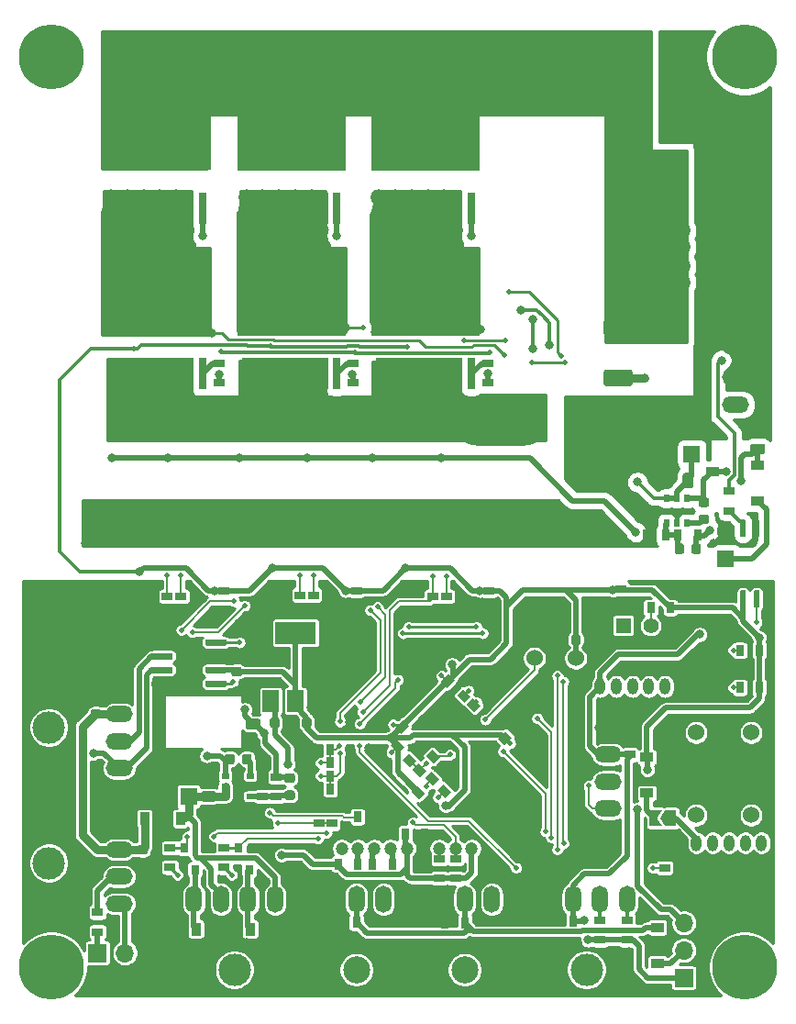
<source format=gbr>
G04 #@! TF.GenerationSoftware,KiCad,Pcbnew,(5.1.5)-3*
G04 #@! TF.CreationDate,2020-03-11T08:21:09+09:00*
G04 #@! TF.ProjectId,CAN_BLDCMD,43414e5f-424c-4444-934d-442e6b696361,rev?*
G04 #@! TF.SameCoordinates,Original*
G04 #@! TF.FileFunction,Copper,L2,Bot*
G04 #@! TF.FilePolarity,Positive*
%FSLAX46Y46*%
G04 Gerber Fmt 4.6, Leading zero omitted, Abs format (unit mm)*
G04 Created by KiCad (PCBNEW (5.1.5)-3) date 2020-03-11 08:21:09*
%MOMM*%
%LPD*%
G04 APERTURE LIST*
%ADD10R,8.000000X3.000000*%
%ADD11R,0.800000X3.000000*%
%ADD12R,10.000000X8.000000*%
%ADD13C,0.100000*%
%ADD14R,1.600000X1.600000*%
%ADD15C,1.600000*%
%ADD16R,1.200000X0.900000*%
%ADD17R,0.900000X1.200000*%
%ADD18O,1.000000X1.524000*%
%ADD19O,2.500000X1.500000*%
%ADD20C,3.000000*%
%ADD21O,1.500000X2.500000*%
%ADD22C,2.500000*%
%ADD23C,6.000000*%
%ADD24R,1.700000X1.700000*%
%ADD25O,1.700000X1.700000*%
%ADD26R,1.000000X0.800000*%
%ADD27R,0.800000X1.000000*%
%ADD28R,0.700000X0.510000*%
%ADD29C,1.524000*%
%ADD30O,8.000000X3.500000*%
%ADD31R,0.510000X0.700000*%
%ADD32C,5.999480*%
%ADD33R,0.800000X0.900000*%
%ADD34C,1.200000*%
%ADD35R,1.397000X1.397000*%
%ADD36C,1.397000*%
%ADD37R,3.800000X2.000000*%
%ADD38R,1.500000X2.000000*%
%ADD39C,0.800000*%
%ADD40C,0.500000*%
%ADD41C,1.500000*%
%ADD42C,0.500000*%
%ADD43C,0.200000*%
%ADD44C,0.300000*%
%ADD45C,0.250000*%
%ADD46C,0.800000*%
%ADD47C,0.254000*%
G04 APERTURE END LIST*
D10*
X185650000Y-86200000D03*
D11*
X190450000Y-86200000D03*
D12*
X186250000Y-78700000D03*
G04 #@! TA.AperFunction,SMDPad,CuDef*
D13*
G36*
X193877691Y-113301053D02*
G01*
X193898926Y-113304203D01*
X193919750Y-113309419D01*
X193939962Y-113316651D01*
X193959368Y-113325830D01*
X193977781Y-113336866D01*
X193995024Y-113349654D01*
X194010930Y-113364070D01*
X194025346Y-113379976D01*
X194038134Y-113397219D01*
X194049170Y-113415632D01*
X194058349Y-113435038D01*
X194065581Y-113455250D01*
X194070797Y-113476074D01*
X194073947Y-113497309D01*
X194075000Y-113518750D01*
X194075000Y-113956250D01*
X194073947Y-113977691D01*
X194070797Y-113998926D01*
X194065581Y-114019750D01*
X194058349Y-114039962D01*
X194049170Y-114059368D01*
X194038134Y-114077781D01*
X194025346Y-114095024D01*
X194010930Y-114110930D01*
X193995024Y-114125346D01*
X193977781Y-114138134D01*
X193959368Y-114149170D01*
X193939962Y-114158349D01*
X193919750Y-114165581D01*
X193898926Y-114170797D01*
X193877691Y-114173947D01*
X193856250Y-114175000D01*
X193343750Y-114175000D01*
X193322309Y-114173947D01*
X193301074Y-114170797D01*
X193280250Y-114165581D01*
X193260038Y-114158349D01*
X193240632Y-114149170D01*
X193222219Y-114138134D01*
X193204976Y-114125346D01*
X193189070Y-114110930D01*
X193174654Y-114095024D01*
X193161866Y-114077781D01*
X193150830Y-114059368D01*
X193141651Y-114039962D01*
X193134419Y-114019750D01*
X193129203Y-113998926D01*
X193126053Y-113977691D01*
X193125000Y-113956250D01*
X193125000Y-113518750D01*
X193126053Y-113497309D01*
X193129203Y-113476074D01*
X193134419Y-113455250D01*
X193141651Y-113435038D01*
X193150830Y-113415632D01*
X193161866Y-113397219D01*
X193174654Y-113379976D01*
X193189070Y-113364070D01*
X193204976Y-113349654D01*
X193222219Y-113336866D01*
X193240632Y-113325830D01*
X193260038Y-113316651D01*
X193280250Y-113309419D01*
X193301074Y-113304203D01*
X193322309Y-113301053D01*
X193343750Y-113300000D01*
X193856250Y-113300000D01*
X193877691Y-113301053D01*
G37*
G04 #@! TD.AperFunction*
G04 #@! TA.AperFunction,SMDPad,CuDef*
G36*
X193877691Y-111726053D02*
G01*
X193898926Y-111729203D01*
X193919750Y-111734419D01*
X193939962Y-111741651D01*
X193959368Y-111750830D01*
X193977781Y-111761866D01*
X193995024Y-111774654D01*
X194010930Y-111789070D01*
X194025346Y-111804976D01*
X194038134Y-111822219D01*
X194049170Y-111840632D01*
X194058349Y-111860038D01*
X194065581Y-111880250D01*
X194070797Y-111901074D01*
X194073947Y-111922309D01*
X194075000Y-111943750D01*
X194075000Y-112381250D01*
X194073947Y-112402691D01*
X194070797Y-112423926D01*
X194065581Y-112444750D01*
X194058349Y-112464962D01*
X194049170Y-112484368D01*
X194038134Y-112502781D01*
X194025346Y-112520024D01*
X194010930Y-112535930D01*
X193995024Y-112550346D01*
X193977781Y-112563134D01*
X193959368Y-112574170D01*
X193939962Y-112583349D01*
X193919750Y-112590581D01*
X193898926Y-112595797D01*
X193877691Y-112598947D01*
X193856250Y-112600000D01*
X193343750Y-112600000D01*
X193322309Y-112598947D01*
X193301074Y-112595797D01*
X193280250Y-112590581D01*
X193260038Y-112583349D01*
X193240632Y-112574170D01*
X193222219Y-112563134D01*
X193204976Y-112550346D01*
X193189070Y-112535930D01*
X193174654Y-112520024D01*
X193161866Y-112502781D01*
X193150830Y-112484368D01*
X193141651Y-112464962D01*
X193134419Y-112444750D01*
X193129203Y-112423926D01*
X193126053Y-112402691D01*
X193125000Y-112381250D01*
X193125000Y-111943750D01*
X193126053Y-111922309D01*
X193129203Y-111901074D01*
X193134419Y-111880250D01*
X193141651Y-111860038D01*
X193150830Y-111840632D01*
X193161866Y-111822219D01*
X193174654Y-111804976D01*
X193189070Y-111789070D01*
X193204976Y-111774654D01*
X193222219Y-111761866D01*
X193240632Y-111750830D01*
X193260038Y-111741651D01*
X193280250Y-111734419D01*
X193301074Y-111729203D01*
X193322309Y-111726053D01*
X193343750Y-111725000D01*
X193856250Y-111725000D01*
X193877691Y-111726053D01*
G37*
G04 #@! TD.AperFunction*
G04 #@! TA.AperFunction,SMDPad,CuDef*
G36*
X198777691Y-124701053D02*
G01*
X198798926Y-124704203D01*
X198819750Y-124709419D01*
X198839962Y-124716651D01*
X198859368Y-124725830D01*
X198877781Y-124736866D01*
X198895024Y-124749654D01*
X198910930Y-124764070D01*
X198925346Y-124779976D01*
X198938134Y-124797219D01*
X198949170Y-124815632D01*
X198958349Y-124835038D01*
X198965581Y-124855250D01*
X198970797Y-124876074D01*
X198973947Y-124897309D01*
X198975000Y-124918750D01*
X198975000Y-125356250D01*
X198973947Y-125377691D01*
X198970797Y-125398926D01*
X198965581Y-125419750D01*
X198958349Y-125439962D01*
X198949170Y-125459368D01*
X198938134Y-125477781D01*
X198925346Y-125495024D01*
X198910930Y-125510930D01*
X198895024Y-125525346D01*
X198877781Y-125538134D01*
X198859368Y-125549170D01*
X198839962Y-125558349D01*
X198819750Y-125565581D01*
X198798926Y-125570797D01*
X198777691Y-125573947D01*
X198756250Y-125575000D01*
X198243750Y-125575000D01*
X198222309Y-125573947D01*
X198201074Y-125570797D01*
X198180250Y-125565581D01*
X198160038Y-125558349D01*
X198140632Y-125549170D01*
X198122219Y-125538134D01*
X198104976Y-125525346D01*
X198089070Y-125510930D01*
X198074654Y-125495024D01*
X198061866Y-125477781D01*
X198050830Y-125459368D01*
X198041651Y-125439962D01*
X198034419Y-125419750D01*
X198029203Y-125398926D01*
X198026053Y-125377691D01*
X198025000Y-125356250D01*
X198025000Y-124918750D01*
X198026053Y-124897309D01*
X198029203Y-124876074D01*
X198034419Y-124855250D01*
X198041651Y-124835038D01*
X198050830Y-124815632D01*
X198061866Y-124797219D01*
X198074654Y-124779976D01*
X198089070Y-124764070D01*
X198104976Y-124749654D01*
X198122219Y-124736866D01*
X198140632Y-124725830D01*
X198160038Y-124716651D01*
X198180250Y-124709419D01*
X198201074Y-124704203D01*
X198222309Y-124701053D01*
X198243750Y-124700000D01*
X198756250Y-124700000D01*
X198777691Y-124701053D01*
G37*
G04 #@! TD.AperFunction*
G04 #@! TA.AperFunction,SMDPad,CuDef*
G36*
X198777691Y-123126053D02*
G01*
X198798926Y-123129203D01*
X198819750Y-123134419D01*
X198839962Y-123141651D01*
X198859368Y-123150830D01*
X198877781Y-123161866D01*
X198895024Y-123174654D01*
X198910930Y-123189070D01*
X198925346Y-123204976D01*
X198938134Y-123222219D01*
X198949170Y-123240632D01*
X198958349Y-123260038D01*
X198965581Y-123280250D01*
X198970797Y-123301074D01*
X198973947Y-123322309D01*
X198975000Y-123343750D01*
X198975000Y-123781250D01*
X198973947Y-123802691D01*
X198970797Y-123823926D01*
X198965581Y-123844750D01*
X198958349Y-123864962D01*
X198949170Y-123884368D01*
X198938134Y-123902781D01*
X198925346Y-123920024D01*
X198910930Y-123935930D01*
X198895024Y-123950346D01*
X198877781Y-123963134D01*
X198859368Y-123974170D01*
X198839962Y-123983349D01*
X198819750Y-123990581D01*
X198798926Y-123995797D01*
X198777691Y-123998947D01*
X198756250Y-124000000D01*
X198243750Y-124000000D01*
X198222309Y-123998947D01*
X198201074Y-123995797D01*
X198180250Y-123990581D01*
X198160038Y-123983349D01*
X198140632Y-123974170D01*
X198122219Y-123963134D01*
X198104976Y-123950346D01*
X198089070Y-123935930D01*
X198074654Y-123920024D01*
X198061866Y-123902781D01*
X198050830Y-123884368D01*
X198041651Y-123864962D01*
X198034419Y-123844750D01*
X198029203Y-123823926D01*
X198026053Y-123802691D01*
X198025000Y-123781250D01*
X198025000Y-123343750D01*
X198026053Y-123322309D01*
X198029203Y-123301074D01*
X198034419Y-123280250D01*
X198041651Y-123260038D01*
X198050830Y-123240632D01*
X198061866Y-123222219D01*
X198074654Y-123204976D01*
X198089070Y-123189070D01*
X198104976Y-123174654D01*
X198122219Y-123161866D01*
X198140632Y-123150830D01*
X198160038Y-123141651D01*
X198180250Y-123134419D01*
X198201074Y-123129203D01*
X198222309Y-123126053D01*
X198243750Y-123125000D01*
X198756250Y-123125000D01*
X198777691Y-123126053D01*
G37*
G04 #@! TD.AperFunction*
G04 #@! TA.AperFunction,SMDPad,CuDef*
G36*
X193202691Y-121326053D02*
G01*
X193223926Y-121329203D01*
X193244750Y-121334419D01*
X193264962Y-121341651D01*
X193284368Y-121350830D01*
X193302781Y-121361866D01*
X193320024Y-121374654D01*
X193335930Y-121389070D01*
X193350346Y-121404976D01*
X193363134Y-121422219D01*
X193374170Y-121440632D01*
X193383349Y-121460038D01*
X193390581Y-121480250D01*
X193395797Y-121501074D01*
X193398947Y-121522309D01*
X193400000Y-121543750D01*
X193400000Y-122056250D01*
X193398947Y-122077691D01*
X193395797Y-122098926D01*
X193390581Y-122119750D01*
X193383349Y-122139962D01*
X193374170Y-122159368D01*
X193363134Y-122177781D01*
X193350346Y-122195024D01*
X193335930Y-122210930D01*
X193320024Y-122225346D01*
X193302781Y-122238134D01*
X193284368Y-122249170D01*
X193264962Y-122258349D01*
X193244750Y-122265581D01*
X193223926Y-122270797D01*
X193202691Y-122273947D01*
X193181250Y-122275000D01*
X192743750Y-122275000D01*
X192722309Y-122273947D01*
X192701074Y-122270797D01*
X192680250Y-122265581D01*
X192660038Y-122258349D01*
X192640632Y-122249170D01*
X192622219Y-122238134D01*
X192604976Y-122225346D01*
X192589070Y-122210930D01*
X192574654Y-122195024D01*
X192561866Y-122177781D01*
X192550830Y-122159368D01*
X192541651Y-122139962D01*
X192534419Y-122119750D01*
X192529203Y-122098926D01*
X192526053Y-122077691D01*
X192525000Y-122056250D01*
X192525000Y-121543750D01*
X192526053Y-121522309D01*
X192529203Y-121501074D01*
X192534419Y-121480250D01*
X192541651Y-121460038D01*
X192550830Y-121440632D01*
X192561866Y-121422219D01*
X192574654Y-121404976D01*
X192589070Y-121389070D01*
X192604976Y-121374654D01*
X192622219Y-121361866D01*
X192640632Y-121350830D01*
X192660038Y-121341651D01*
X192680250Y-121334419D01*
X192701074Y-121329203D01*
X192722309Y-121326053D01*
X192743750Y-121325000D01*
X193181250Y-121325000D01*
X193202691Y-121326053D01*
G37*
G04 #@! TD.AperFunction*
G04 #@! TA.AperFunction,SMDPad,CuDef*
G36*
X194777691Y-121326053D02*
G01*
X194798926Y-121329203D01*
X194819750Y-121334419D01*
X194839962Y-121341651D01*
X194859368Y-121350830D01*
X194877781Y-121361866D01*
X194895024Y-121374654D01*
X194910930Y-121389070D01*
X194925346Y-121404976D01*
X194938134Y-121422219D01*
X194949170Y-121440632D01*
X194958349Y-121460038D01*
X194965581Y-121480250D01*
X194970797Y-121501074D01*
X194973947Y-121522309D01*
X194975000Y-121543750D01*
X194975000Y-122056250D01*
X194973947Y-122077691D01*
X194970797Y-122098926D01*
X194965581Y-122119750D01*
X194958349Y-122139962D01*
X194949170Y-122159368D01*
X194938134Y-122177781D01*
X194925346Y-122195024D01*
X194910930Y-122210930D01*
X194895024Y-122225346D01*
X194877781Y-122238134D01*
X194859368Y-122249170D01*
X194839962Y-122258349D01*
X194819750Y-122265581D01*
X194798926Y-122270797D01*
X194777691Y-122273947D01*
X194756250Y-122275000D01*
X194318750Y-122275000D01*
X194297309Y-122273947D01*
X194276074Y-122270797D01*
X194255250Y-122265581D01*
X194235038Y-122258349D01*
X194215632Y-122249170D01*
X194197219Y-122238134D01*
X194179976Y-122225346D01*
X194164070Y-122210930D01*
X194149654Y-122195024D01*
X194136866Y-122177781D01*
X194125830Y-122159368D01*
X194116651Y-122139962D01*
X194109419Y-122119750D01*
X194104203Y-122098926D01*
X194101053Y-122077691D01*
X194100000Y-122056250D01*
X194100000Y-121543750D01*
X194101053Y-121522309D01*
X194104203Y-121501074D01*
X194109419Y-121480250D01*
X194116651Y-121460038D01*
X194125830Y-121440632D01*
X194136866Y-121422219D01*
X194149654Y-121404976D01*
X194164070Y-121389070D01*
X194179976Y-121374654D01*
X194197219Y-121361866D01*
X194215632Y-121350830D01*
X194235038Y-121341651D01*
X194255250Y-121334419D01*
X194276074Y-121329203D01*
X194297309Y-121326053D01*
X194318750Y-121325000D01*
X194756250Y-121325000D01*
X194777691Y-121326053D01*
G37*
G04 #@! TD.AperFunction*
G04 #@! TA.AperFunction,SMDPad,CuDef*
G36*
X180877691Y-115626053D02*
G01*
X180898926Y-115629203D01*
X180919750Y-115634419D01*
X180939962Y-115641651D01*
X180959368Y-115650830D01*
X180977781Y-115661866D01*
X180995024Y-115674654D01*
X181010930Y-115689070D01*
X181025346Y-115704976D01*
X181038134Y-115722219D01*
X181049170Y-115740632D01*
X181058349Y-115760038D01*
X181065581Y-115780250D01*
X181070797Y-115801074D01*
X181073947Y-115822309D01*
X181075000Y-115843750D01*
X181075000Y-116281250D01*
X181073947Y-116302691D01*
X181070797Y-116323926D01*
X181065581Y-116344750D01*
X181058349Y-116364962D01*
X181049170Y-116384368D01*
X181038134Y-116402781D01*
X181025346Y-116420024D01*
X181010930Y-116435930D01*
X180995024Y-116450346D01*
X180977781Y-116463134D01*
X180959368Y-116474170D01*
X180939962Y-116483349D01*
X180919750Y-116490581D01*
X180898926Y-116495797D01*
X180877691Y-116498947D01*
X180856250Y-116500000D01*
X180343750Y-116500000D01*
X180322309Y-116498947D01*
X180301074Y-116495797D01*
X180280250Y-116490581D01*
X180260038Y-116483349D01*
X180240632Y-116474170D01*
X180222219Y-116463134D01*
X180204976Y-116450346D01*
X180189070Y-116435930D01*
X180174654Y-116420024D01*
X180161866Y-116402781D01*
X180150830Y-116384368D01*
X180141651Y-116364962D01*
X180134419Y-116344750D01*
X180129203Y-116323926D01*
X180126053Y-116302691D01*
X180125000Y-116281250D01*
X180125000Y-115843750D01*
X180126053Y-115822309D01*
X180129203Y-115801074D01*
X180134419Y-115780250D01*
X180141651Y-115760038D01*
X180150830Y-115740632D01*
X180161866Y-115722219D01*
X180174654Y-115704976D01*
X180189070Y-115689070D01*
X180204976Y-115674654D01*
X180222219Y-115661866D01*
X180240632Y-115650830D01*
X180260038Y-115641651D01*
X180280250Y-115634419D01*
X180301074Y-115629203D01*
X180322309Y-115626053D01*
X180343750Y-115625000D01*
X180856250Y-115625000D01*
X180877691Y-115626053D01*
G37*
G04 #@! TD.AperFunction*
G04 #@! TA.AperFunction,SMDPad,CuDef*
G36*
X180877691Y-117201053D02*
G01*
X180898926Y-117204203D01*
X180919750Y-117209419D01*
X180939962Y-117216651D01*
X180959368Y-117225830D01*
X180977781Y-117236866D01*
X180995024Y-117249654D01*
X181010930Y-117264070D01*
X181025346Y-117279976D01*
X181038134Y-117297219D01*
X181049170Y-117315632D01*
X181058349Y-117335038D01*
X181065581Y-117355250D01*
X181070797Y-117376074D01*
X181073947Y-117397309D01*
X181075000Y-117418750D01*
X181075000Y-117856250D01*
X181073947Y-117877691D01*
X181070797Y-117898926D01*
X181065581Y-117919750D01*
X181058349Y-117939962D01*
X181049170Y-117959368D01*
X181038134Y-117977781D01*
X181025346Y-117995024D01*
X181010930Y-118010930D01*
X180995024Y-118025346D01*
X180977781Y-118038134D01*
X180959368Y-118049170D01*
X180939962Y-118058349D01*
X180919750Y-118065581D01*
X180898926Y-118070797D01*
X180877691Y-118073947D01*
X180856250Y-118075000D01*
X180343750Y-118075000D01*
X180322309Y-118073947D01*
X180301074Y-118070797D01*
X180280250Y-118065581D01*
X180260038Y-118058349D01*
X180240632Y-118049170D01*
X180222219Y-118038134D01*
X180204976Y-118025346D01*
X180189070Y-118010930D01*
X180174654Y-117995024D01*
X180161866Y-117977781D01*
X180150830Y-117959368D01*
X180141651Y-117939962D01*
X180134419Y-117919750D01*
X180129203Y-117898926D01*
X180126053Y-117877691D01*
X180125000Y-117856250D01*
X180125000Y-117418750D01*
X180126053Y-117397309D01*
X180129203Y-117376074D01*
X180134419Y-117355250D01*
X180141651Y-117335038D01*
X180150830Y-117315632D01*
X180161866Y-117297219D01*
X180174654Y-117279976D01*
X180189070Y-117264070D01*
X180204976Y-117249654D01*
X180222219Y-117236866D01*
X180240632Y-117225830D01*
X180260038Y-117216651D01*
X180280250Y-117209419D01*
X180301074Y-117204203D01*
X180322309Y-117201053D01*
X180343750Y-117200000D01*
X180856250Y-117200000D01*
X180877691Y-117201053D01*
G37*
G04 #@! TD.AperFunction*
G04 #@! TA.AperFunction,SMDPad,CuDef*
G36*
X185177691Y-129726053D02*
G01*
X185198926Y-129729203D01*
X185219750Y-129734419D01*
X185239962Y-129741651D01*
X185259368Y-129750830D01*
X185277781Y-129761866D01*
X185295024Y-129774654D01*
X185310930Y-129789070D01*
X185325346Y-129804976D01*
X185338134Y-129822219D01*
X185349170Y-129840632D01*
X185358349Y-129860038D01*
X185365581Y-129880250D01*
X185370797Y-129901074D01*
X185373947Y-129922309D01*
X185375000Y-129943750D01*
X185375000Y-130381250D01*
X185373947Y-130402691D01*
X185370797Y-130423926D01*
X185365581Y-130444750D01*
X185358349Y-130464962D01*
X185349170Y-130484368D01*
X185338134Y-130502781D01*
X185325346Y-130520024D01*
X185310930Y-130535930D01*
X185295024Y-130550346D01*
X185277781Y-130563134D01*
X185259368Y-130574170D01*
X185239962Y-130583349D01*
X185219750Y-130590581D01*
X185198926Y-130595797D01*
X185177691Y-130598947D01*
X185156250Y-130600000D01*
X184643750Y-130600000D01*
X184622309Y-130598947D01*
X184601074Y-130595797D01*
X184580250Y-130590581D01*
X184560038Y-130583349D01*
X184540632Y-130574170D01*
X184522219Y-130563134D01*
X184504976Y-130550346D01*
X184489070Y-130535930D01*
X184474654Y-130520024D01*
X184461866Y-130502781D01*
X184450830Y-130484368D01*
X184441651Y-130464962D01*
X184434419Y-130444750D01*
X184429203Y-130423926D01*
X184426053Y-130402691D01*
X184425000Y-130381250D01*
X184425000Y-129943750D01*
X184426053Y-129922309D01*
X184429203Y-129901074D01*
X184434419Y-129880250D01*
X184441651Y-129860038D01*
X184450830Y-129840632D01*
X184461866Y-129822219D01*
X184474654Y-129804976D01*
X184489070Y-129789070D01*
X184504976Y-129774654D01*
X184522219Y-129761866D01*
X184540632Y-129750830D01*
X184560038Y-129741651D01*
X184580250Y-129734419D01*
X184601074Y-129729203D01*
X184622309Y-129726053D01*
X184643750Y-129725000D01*
X185156250Y-129725000D01*
X185177691Y-129726053D01*
G37*
G04 #@! TD.AperFunction*
G04 #@! TA.AperFunction,SMDPad,CuDef*
G36*
X185177691Y-131301053D02*
G01*
X185198926Y-131304203D01*
X185219750Y-131309419D01*
X185239962Y-131316651D01*
X185259368Y-131325830D01*
X185277781Y-131336866D01*
X185295024Y-131349654D01*
X185310930Y-131364070D01*
X185325346Y-131379976D01*
X185338134Y-131397219D01*
X185349170Y-131415632D01*
X185358349Y-131435038D01*
X185365581Y-131455250D01*
X185370797Y-131476074D01*
X185373947Y-131497309D01*
X185375000Y-131518750D01*
X185375000Y-131956250D01*
X185373947Y-131977691D01*
X185370797Y-131998926D01*
X185365581Y-132019750D01*
X185358349Y-132039962D01*
X185349170Y-132059368D01*
X185338134Y-132077781D01*
X185325346Y-132095024D01*
X185310930Y-132110930D01*
X185295024Y-132125346D01*
X185277781Y-132138134D01*
X185259368Y-132149170D01*
X185239962Y-132158349D01*
X185219750Y-132165581D01*
X185198926Y-132170797D01*
X185177691Y-132173947D01*
X185156250Y-132175000D01*
X184643750Y-132175000D01*
X184622309Y-132173947D01*
X184601074Y-132170797D01*
X184580250Y-132165581D01*
X184560038Y-132158349D01*
X184540632Y-132149170D01*
X184522219Y-132138134D01*
X184504976Y-132125346D01*
X184489070Y-132110930D01*
X184474654Y-132095024D01*
X184461866Y-132077781D01*
X184450830Y-132059368D01*
X184441651Y-132039962D01*
X184434419Y-132019750D01*
X184429203Y-131998926D01*
X184426053Y-131977691D01*
X184425000Y-131956250D01*
X184425000Y-131518750D01*
X184426053Y-131497309D01*
X184429203Y-131476074D01*
X184434419Y-131455250D01*
X184441651Y-131435038D01*
X184450830Y-131415632D01*
X184461866Y-131397219D01*
X184474654Y-131379976D01*
X184489070Y-131364070D01*
X184504976Y-131349654D01*
X184522219Y-131336866D01*
X184540632Y-131325830D01*
X184560038Y-131316651D01*
X184580250Y-131309419D01*
X184601074Y-131304203D01*
X184622309Y-131301053D01*
X184643750Y-131300000D01*
X185156250Y-131300000D01*
X185177691Y-131301053D01*
G37*
G04 #@! TD.AperFunction*
G04 #@! TA.AperFunction,SMDPad,CuDef*
G36*
X191480142Y-122876174D02*
G01*
X191503803Y-122879684D01*
X191527007Y-122885496D01*
X191549529Y-122893554D01*
X191571153Y-122903782D01*
X191591670Y-122916079D01*
X191610883Y-122930329D01*
X191628607Y-122946393D01*
X191644671Y-122964117D01*
X191658921Y-122983330D01*
X191671218Y-123003847D01*
X191681446Y-123025471D01*
X191689504Y-123047993D01*
X191695316Y-123071197D01*
X191698826Y-123094858D01*
X191700000Y-123118750D01*
X191700000Y-123606250D01*
X191698826Y-123630142D01*
X191695316Y-123653803D01*
X191689504Y-123677007D01*
X191681446Y-123699529D01*
X191671218Y-123721153D01*
X191658921Y-123741670D01*
X191644671Y-123760883D01*
X191628607Y-123778607D01*
X191610883Y-123794671D01*
X191591670Y-123808921D01*
X191571153Y-123821218D01*
X191549529Y-123831446D01*
X191527007Y-123839504D01*
X191503803Y-123845316D01*
X191480142Y-123848826D01*
X191456250Y-123850000D01*
X190543750Y-123850000D01*
X190519858Y-123848826D01*
X190496197Y-123845316D01*
X190472993Y-123839504D01*
X190450471Y-123831446D01*
X190428847Y-123821218D01*
X190408330Y-123808921D01*
X190389117Y-123794671D01*
X190371393Y-123778607D01*
X190355329Y-123760883D01*
X190341079Y-123741670D01*
X190328782Y-123721153D01*
X190318554Y-123699529D01*
X190310496Y-123677007D01*
X190304684Y-123653803D01*
X190301174Y-123630142D01*
X190300000Y-123606250D01*
X190300000Y-123118750D01*
X190301174Y-123094858D01*
X190304684Y-123071197D01*
X190310496Y-123047993D01*
X190318554Y-123025471D01*
X190328782Y-123003847D01*
X190341079Y-122983330D01*
X190355329Y-122964117D01*
X190371393Y-122946393D01*
X190389117Y-122930329D01*
X190408330Y-122916079D01*
X190428847Y-122903782D01*
X190450471Y-122893554D01*
X190472993Y-122885496D01*
X190496197Y-122879684D01*
X190519858Y-122876174D01*
X190543750Y-122875000D01*
X191456250Y-122875000D01*
X191480142Y-122876174D01*
G37*
G04 #@! TD.AperFunction*
G04 #@! TA.AperFunction,SMDPad,CuDef*
G36*
X191480142Y-124751174D02*
G01*
X191503803Y-124754684D01*
X191527007Y-124760496D01*
X191549529Y-124768554D01*
X191571153Y-124778782D01*
X191591670Y-124791079D01*
X191610883Y-124805329D01*
X191628607Y-124821393D01*
X191644671Y-124839117D01*
X191658921Y-124858330D01*
X191671218Y-124878847D01*
X191681446Y-124900471D01*
X191689504Y-124922993D01*
X191695316Y-124946197D01*
X191698826Y-124969858D01*
X191700000Y-124993750D01*
X191700000Y-125481250D01*
X191698826Y-125505142D01*
X191695316Y-125528803D01*
X191689504Y-125552007D01*
X191681446Y-125574529D01*
X191671218Y-125596153D01*
X191658921Y-125616670D01*
X191644671Y-125635883D01*
X191628607Y-125653607D01*
X191610883Y-125669671D01*
X191591670Y-125683921D01*
X191571153Y-125696218D01*
X191549529Y-125706446D01*
X191527007Y-125714504D01*
X191503803Y-125720316D01*
X191480142Y-125723826D01*
X191456250Y-125725000D01*
X190543750Y-125725000D01*
X190519858Y-125723826D01*
X190496197Y-125720316D01*
X190472993Y-125714504D01*
X190450471Y-125706446D01*
X190428847Y-125696218D01*
X190408330Y-125683921D01*
X190389117Y-125669671D01*
X190371393Y-125653607D01*
X190355329Y-125635883D01*
X190341079Y-125616670D01*
X190328782Y-125596153D01*
X190318554Y-125574529D01*
X190310496Y-125552007D01*
X190304684Y-125528803D01*
X190301174Y-125505142D01*
X190300000Y-125481250D01*
X190300000Y-124993750D01*
X190301174Y-124969858D01*
X190304684Y-124946197D01*
X190310496Y-124922993D01*
X190318554Y-124900471D01*
X190328782Y-124878847D01*
X190341079Y-124858330D01*
X190355329Y-124839117D01*
X190371393Y-124821393D01*
X190389117Y-124805329D01*
X190408330Y-124791079D01*
X190428847Y-124778782D01*
X190450471Y-124768554D01*
X190472993Y-124760496D01*
X190496197Y-124754684D01*
X190519858Y-124751174D01*
X190543750Y-124750000D01*
X191456250Y-124750000D01*
X191480142Y-124751174D01*
G37*
G04 #@! TD.AperFunction*
D14*
X189150000Y-125250000D03*
D15*
X189150000Y-122750000D03*
G04 #@! TA.AperFunction,SMDPad,CuDef*
D13*
G36*
X195580142Y-119951174D02*
G01*
X195603803Y-119954684D01*
X195627007Y-119960496D01*
X195649529Y-119968554D01*
X195671153Y-119978782D01*
X195691670Y-119991079D01*
X195710883Y-120005329D01*
X195728607Y-120021393D01*
X195744671Y-120039117D01*
X195758921Y-120058330D01*
X195771218Y-120078847D01*
X195781446Y-120100471D01*
X195789504Y-120122993D01*
X195795316Y-120146197D01*
X195798826Y-120169858D01*
X195800000Y-120193750D01*
X195800000Y-120681250D01*
X195798826Y-120705142D01*
X195795316Y-120728803D01*
X195789504Y-120752007D01*
X195781446Y-120774529D01*
X195771218Y-120796153D01*
X195758921Y-120816670D01*
X195744671Y-120835883D01*
X195728607Y-120853607D01*
X195710883Y-120869671D01*
X195691670Y-120883921D01*
X195671153Y-120896218D01*
X195649529Y-120906446D01*
X195627007Y-120914504D01*
X195603803Y-120920316D01*
X195580142Y-120923826D01*
X195556250Y-120925000D01*
X194643750Y-120925000D01*
X194619858Y-120923826D01*
X194596197Y-120920316D01*
X194572993Y-120914504D01*
X194550471Y-120906446D01*
X194528847Y-120896218D01*
X194508330Y-120883921D01*
X194489117Y-120869671D01*
X194471393Y-120853607D01*
X194455329Y-120835883D01*
X194441079Y-120816670D01*
X194428782Y-120796153D01*
X194418554Y-120774529D01*
X194410496Y-120752007D01*
X194404684Y-120728803D01*
X194401174Y-120705142D01*
X194400000Y-120681250D01*
X194400000Y-120193750D01*
X194401174Y-120169858D01*
X194404684Y-120146197D01*
X194410496Y-120122993D01*
X194418554Y-120100471D01*
X194428782Y-120078847D01*
X194441079Y-120058330D01*
X194455329Y-120039117D01*
X194471393Y-120021393D01*
X194489117Y-120005329D01*
X194508330Y-119991079D01*
X194528847Y-119978782D01*
X194550471Y-119968554D01*
X194572993Y-119960496D01*
X194596197Y-119954684D01*
X194619858Y-119951174D01*
X194643750Y-119950000D01*
X195556250Y-119950000D01*
X195580142Y-119951174D01*
G37*
G04 #@! TD.AperFunction*
G04 #@! TA.AperFunction,SMDPad,CuDef*
G36*
X195580142Y-118076174D02*
G01*
X195603803Y-118079684D01*
X195627007Y-118085496D01*
X195649529Y-118093554D01*
X195671153Y-118103782D01*
X195691670Y-118116079D01*
X195710883Y-118130329D01*
X195728607Y-118146393D01*
X195744671Y-118164117D01*
X195758921Y-118183330D01*
X195771218Y-118203847D01*
X195781446Y-118225471D01*
X195789504Y-118247993D01*
X195795316Y-118271197D01*
X195798826Y-118294858D01*
X195800000Y-118318750D01*
X195800000Y-118806250D01*
X195798826Y-118830142D01*
X195795316Y-118853803D01*
X195789504Y-118877007D01*
X195781446Y-118899529D01*
X195771218Y-118921153D01*
X195758921Y-118941670D01*
X195744671Y-118960883D01*
X195728607Y-118978607D01*
X195710883Y-118994671D01*
X195691670Y-119008921D01*
X195671153Y-119021218D01*
X195649529Y-119031446D01*
X195627007Y-119039504D01*
X195603803Y-119045316D01*
X195580142Y-119048826D01*
X195556250Y-119050000D01*
X194643750Y-119050000D01*
X194619858Y-119048826D01*
X194596197Y-119045316D01*
X194572993Y-119039504D01*
X194550471Y-119031446D01*
X194528847Y-119021218D01*
X194508330Y-119008921D01*
X194489117Y-118994671D01*
X194471393Y-118978607D01*
X194455329Y-118960883D01*
X194441079Y-118941670D01*
X194428782Y-118921153D01*
X194418554Y-118899529D01*
X194410496Y-118877007D01*
X194404684Y-118853803D01*
X194401174Y-118830142D01*
X194400000Y-118806250D01*
X194400000Y-118318750D01*
X194401174Y-118294858D01*
X194404684Y-118271197D01*
X194410496Y-118247993D01*
X194418554Y-118225471D01*
X194428782Y-118203847D01*
X194441079Y-118183330D01*
X194455329Y-118164117D01*
X194471393Y-118146393D01*
X194489117Y-118130329D01*
X194508330Y-118116079D01*
X194528847Y-118103782D01*
X194550471Y-118093554D01*
X194572993Y-118085496D01*
X194596197Y-118079684D01*
X194619858Y-118076174D01*
X194643750Y-118075000D01*
X195556250Y-118075000D01*
X195580142Y-118076174D01*
G37*
G04 #@! TD.AperFunction*
G04 #@! TA.AperFunction,SMDPad,CuDef*
G36*
X197352691Y-117976053D02*
G01*
X197373926Y-117979203D01*
X197394750Y-117984419D01*
X197414962Y-117991651D01*
X197434368Y-118000830D01*
X197452781Y-118011866D01*
X197470024Y-118024654D01*
X197485930Y-118039070D01*
X197500346Y-118054976D01*
X197513134Y-118072219D01*
X197524170Y-118090632D01*
X197533349Y-118110038D01*
X197540581Y-118130250D01*
X197545797Y-118151074D01*
X197548947Y-118172309D01*
X197550000Y-118193750D01*
X197550000Y-118706250D01*
X197548947Y-118727691D01*
X197545797Y-118748926D01*
X197540581Y-118769750D01*
X197533349Y-118789962D01*
X197524170Y-118809368D01*
X197513134Y-118827781D01*
X197500346Y-118845024D01*
X197485930Y-118860930D01*
X197470024Y-118875346D01*
X197452781Y-118888134D01*
X197434368Y-118899170D01*
X197414962Y-118908349D01*
X197394750Y-118915581D01*
X197373926Y-118920797D01*
X197352691Y-118923947D01*
X197331250Y-118925000D01*
X196893750Y-118925000D01*
X196872309Y-118923947D01*
X196851074Y-118920797D01*
X196830250Y-118915581D01*
X196810038Y-118908349D01*
X196790632Y-118899170D01*
X196772219Y-118888134D01*
X196754976Y-118875346D01*
X196739070Y-118860930D01*
X196724654Y-118845024D01*
X196711866Y-118827781D01*
X196700830Y-118809368D01*
X196691651Y-118789962D01*
X196684419Y-118769750D01*
X196679203Y-118748926D01*
X196676053Y-118727691D01*
X196675000Y-118706250D01*
X196675000Y-118193750D01*
X196676053Y-118172309D01*
X196679203Y-118151074D01*
X196684419Y-118130250D01*
X196691651Y-118110038D01*
X196700830Y-118090632D01*
X196711866Y-118072219D01*
X196724654Y-118054976D01*
X196739070Y-118039070D01*
X196754976Y-118024654D01*
X196772219Y-118011866D01*
X196790632Y-118000830D01*
X196810038Y-117991651D01*
X196830250Y-117984419D01*
X196851074Y-117979203D01*
X196872309Y-117976053D01*
X196893750Y-117975000D01*
X197331250Y-117975000D01*
X197352691Y-117976053D01*
G37*
G04 #@! TD.AperFunction*
G04 #@! TA.AperFunction,SMDPad,CuDef*
G36*
X198927691Y-117976053D02*
G01*
X198948926Y-117979203D01*
X198969750Y-117984419D01*
X198989962Y-117991651D01*
X199009368Y-118000830D01*
X199027781Y-118011866D01*
X199045024Y-118024654D01*
X199060930Y-118039070D01*
X199075346Y-118054976D01*
X199088134Y-118072219D01*
X199099170Y-118090632D01*
X199108349Y-118110038D01*
X199115581Y-118130250D01*
X199120797Y-118151074D01*
X199123947Y-118172309D01*
X199125000Y-118193750D01*
X199125000Y-118706250D01*
X199123947Y-118727691D01*
X199120797Y-118748926D01*
X199115581Y-118769750D01*
X199108349Y-118789962D01*
X199099170Y-118809368D01*
X199088134Y-118827781D01*
X199075346Y-118845024D01*
X199060930Y-118860930D01*
X199045024Y-118875346D01*
X199027781Y-118888134D01*
X199009368Y-118899170D01*
X198989962Y-118908349D01*
X198969750Y-118915581D01*
X198948926Y-118920797D01*
X198927691Y-118923947D01*
X198906250Y-118925000D01*
X198468750Y-118925000D01*
X198447309Y-118923947D01*
X198426074Y-118920797D01*
X198405250Y-118915581D01*
X198385038Y-118908349D01*
X198365632Y-118899170D01*
X198347219Y-118888134D01*
X198329976Y-118875346D01*
X198314070Y-118860930D01*
X198299654Y-118845024D01*
X198286866Y-118827781D01*
X198275830Y-118809368D01*
X198266651Y-118789962D01*
X198259419Y-118769750D01*
X198254203Y-118748926D01*
X198251053Y-118727691D01*
X198250000Y-118706250D01*
X198250000Y-118193750D01*
X198251053Y-118172309D01*
X198254203Y-118151074D01*
X198259419Y-118130250D01*
X198266651Y-118110038D01*
X198275830Y-118090632D01*
X198286866Y-118072219D01*
X198299654Y-118054976D01*
X198314070Y-118039070D01*
X198329976Y-118024654D01*
X198347219Y-118011866D01*
X198365632Y-118000830D01*
X198385038Y-117991651D01*
X198405250Y-117984419D01*
X198426074Y-117979203D01*
X198447309Y-117976053D01*
X198468750Y-117975000D01*
X198906250Y-117975000D01*
X198927691Y-117976053D01*
G37*
G04 #@! TD.AperFunction*
G04 #@! TA.AperFunction,SMDPad,CuDef*
G36*
X201877691Y-117976053D02*
G01*
X201898926Y-117979203D01*
X201919750Y-117984419D01*
X201939962Y-117991651D01*
X201959368Y-118000830D01*
X201977781Y-118011866D01*
X201995024Y-118024654D01*
X202010930Y-118039070D01*
X202025346Y-118054976D01*
X202038134Y-118072219D01*
X202049170Y-118090632D01*
X202058349Y-118110038D01*
X202065581Y-118130250D01*
X202070797Y-118151074D01*
X202073947Y-118172309D01*
X202075000Y-118193750D01*
X202075000Y-118706250D01*
X202073947Y-118727691D01*
X202070797Y-118748926D01*
X202065581Y-118769750D01*
X202058349Y-118789962D01*
X202049170Y-118809368D01*
X202038134Y-118827781D01*
X202025346Y-118845024D01*
X202010930Y-118860930D01*
X201995024Y-118875346D01*
X201977781Y-118888134D01*
X201959368Y-118899170D01*
X201939962Y-118908349D01*
X201919750Y-118915581D01*
X201898926Y-118920797D01*
X201877691Y-118923947D01*
X201856250Y-118925000D01*
X201418750Y-118925000D01*
X201397309Y-118923947D01*
X201376074Y-118920797D01*
X201355250Y-118915581D01*
X201335038Y-118908349D01*
X201315632Y-118899170D01*
X201297219Y-118888134D01*
X201279976Y-118875346D01*
X201264070Y-118860930D01*
X201249654Y-118845024D01*
X201236866Y-118827781D01*
X201225830Y-118809368D01*
X201216651Y-118789962D01*
X201209419Y-118769750D01*
X201204203Y-118748926D01*
X201201053Y-118727691D01*
X201200000Y-118706250D01*
X201200000Y-118193750D01*
X201201053Y-118172309D01*
X201204203Y-118151074D01*
X201209419Y-118130250D01*
X201216651Y-118110038D01*
X201225830Y-118090632D01*
X201236866Y-118072219D01*
X201249654Y-118054976D01*
X201264070Y-118039070D01*
X201279976Y-118024654D01*
X201297219Y-118011866D01*
X201315632Y-118000830D01*
X201335038Y-117991651D01*
X201355250Y-117984419D01*
X201376074Y-117979203D01*
X201397309Y-117976053D01*
X201418750Y-117975000D01*
X201856250Y-117975000D01*
X201877691Y-117976053D01*
G37*
G04 #@! TD.AperFunction*
G04 #@! TA.AperFunction,SMDPad,CuDef*
G36*
X200302691Y-117976053D02*
G01*
X200323926Y-117979203D01*
X200344750Y-117984419D01*
X200364962Y-117991651D01*
X200384368Y-118000830D01*
X200402781Y-118011866D01*
X200420024Y-118024654D01*
X200435930Y-118039070D01*
X200450346Y-118054976D01*
X200463134Y-118072219D01*
X200474170Y-118090632D01*
X200483349Y-118110038D01*
X200490581Y-118130250D01*
X200495797Y-118151074D01*
X200498947Y-118172309D01*
X200500000Y-118193750D01*
X200500000Y-118706250D01*
X200498947Y-118727691D01*
X200495797Y-118748926D01*
X200490581Y-118769750D01*
X200483349Y-118789962D01*
X200474170Y-118809368D01*
X200463134Y-118827781D01*
X200450346Y-118845024D01*
X200435930Y-118860930D01*
X200420024Y-118875346D01*
X200402781Y-118888134D01*
X200384368Y-118899170D01*
X200364962Y-118908349D01*
X200344750Y-118915581D01*
X200323926Y-118920797D01*
X200302691Y-118923947D01*
X200281250Y-118925000D01*
X199843750Y-118925000D01*
X199822309Y-118923947D01*
X199801074Y-118920797D01*
X199780250Y-118915581D01*
X199760038Y-118908349D01*
X199740632Y-118899170D01*
X199722219Y-118888134D01*
X199704976Y-118875346D01*
X199689070Y-118860930D01*
X199674654Y-118845024D01*
X199661866Y-118827781D01*
X199650830Y-118809368D01*
X199641651Y-118789962D01*
X199634419Y-118769750D01*
X199629203Y-118748926D01*
X199626053Y-118727691D01*
X199625000Y-118706250D01*
X199625000Y-118193750D01*
X199626053Y-118172309D01*
X199629203Y-118151074D01*
X199634419Y-118130250D01*
X199641651Y-118110038D01*
X199650830Y-118090632D01*
X199661866Y-118072219D01*
X199674654Y-118054976D01*
X199689070Y-118039070D01*
X199704976Y-118024654D01*
X199722219Y-118011866D01*
X199740632Y-118000830D01*
X199760038Y-117991651D01*
X199780250Y-117984419D01*
X199801074Y-117979203D01*
X199822309Y-117976053D01*
X199843750Y-117975000D01*
X200281250Y-117975000D01*
X200302691Y-117976053D01*
G37*
G04 #@! TD.AperFunction*
G04 #@! TA.AperFunction,SMDPad,CuDef*
G36*
X225152691Y-110326053D02*
G01*
X225173926Y-110329203D01*
X225194750Y-110334419D01*
X225214962Y-110341651D01*
X225234368Y-110350830D01*
X225252781Y-110361866D01*
X225270024Y-110374654D01*
X225285930Y-110389070D01*
X225300346Y-110404976D01*
X225313134Y-110422219D01*
X225324170Y-110440632D01*
X225333349Y-110460038D01*
X225340581Y-110480250D01*
X225345797Y-110501074D01*
X225348947Y-110522309D01*
X225350000Y-110543750D01*
X225350000Y-111056250D01*
X225348947Y-111077691D01*
X225345797Y-111098926D01*
X225340581Y-111119750D01*
X225333349Y-111139962D01*
X225324170Y-111159368D01*
X225313134Y-111177781D01*
X225300346Y-111195024D01*
X225285930Y-111210930D01*
X225270024Y-111225346D01*
X225252781Y-111238134D01*
X225234368Y-111249170D01*
X225214962Y-111258349D01*
X225194750Y-111265581D01*
X225173926Y-111270797D01*
X225152691Y-111273947D01*
X225131250Y-111275000D01*
X224693750Y-111275000D01*
X224672309Y-111273947D01*
X224651074Y-111270797D01*
X224630250Y-111265581D01*
X224610038Y-111258349D01*
X224590632Y-111249170D01*
X224572219Y-111238134D01*
X224554976Y-111225346D01*
X224539070Y-111210930D01*
X224524654Y-111195024D01*
X224511866Y-111177781D01*
X224500830Y-111159368D01*
X224491651Y-111139962D01*
X224484419Y-111119750D01*
X224479203Y-111098926D01*
X224476053Y-111077691D01*
X224475000Y-111056250D01*
X224475000Y-110543750D01*
X224476053Y-110522309D01*
X224479203Y-110501074D01*
X224484419Y-110480250D01*
X224491651Y-110460038D01*
X224500830Y-110440632D01*
X224511866Y-110422219D01*
X224524654Y-110404976D01*
X224539070Y-110389070D01*
X224554976Y-110374654D01*
X224572219Y-110361866D01*
X224590632Y-110350830D01*
X224610038Y-110341651D01*
X224630250Y-110334419D01*
X224651074Y-110329203D01*
X224672309Y-110326053D01*
X224693750Y-110325000D01*
X225131250Y-110325000D01*
X225152691Y-110326053D01*
G37*
G04 #@! TD.AperFunction*
G04 #@! TA.AperFunction,SMDPad,CuDef*
G36*
X226727691Y-110326053D02*
G01*
X226748926Y-110329203D01*
X226769750Y-110334419D01*
X226789962Y-110341651D01*
X226809368Y-110350830D01*
X226827781Y-110361866D01*
X226845024Y-110374654D01*
X226860930Y-110389070D01*
X226875346Y-110404976D01*
X226888134Y-110422219D01*
X226899170Y-110440632D01*
X226908349Y-110460038D01*
X226915581Y-110480250D01*
X226920797Y-110501074D01*
X226923947Y-110522309D01*
X226925000Y-110543750D01*
X226925000Y-111056250D01*
X226923947Y-111077691D01*
X226920797Y-111098926D01*
X226915581Y-111119750D01*
X226908349Y-111139962D01*
X226899170Y-111159368D01*
X226888134Y-111177781D01*
X226875346Y-111195024D01*
X226860930Y-111210930D01*
X226845024Y-111225346D01*
X226827781Y-111238134D01*
X226809368Y-111249170D01*
X226789962Y-111258349D01*
X226769750Y-111265581D01*
X226748926Y-111270797D01*
X226727691Y-111273947D01*
X226706250Y-111275000D01*
X226268750Y-111275000D01*
X226247309Y-111273947D01*
X226226074Y-111270797D01*
X226205250Y-111265581D01*
X226185038Y-111258349D01*
X226165632Y-111249170D01*
X226147219Y-111238134D01*
X226129976Y-111225346D01*
X226114070Y-111210930D01*
X226099654Y-111195024D01*
X226086866Y-111177781D01*
X226075830Y-111159368D01*
X226066651Y-111139962D01*
X226059419Y-111119750D01*
X226054203Y-111098926D01*
X226051053Y-111077691D01*
X226050000Y-111056250D01*
X226050000Y-110543750D01*
X226051053Y-110522309D01*
X226054203Y-110501074D01*
X226059419Y-110480250D01*
X226066651Y-110460038D01*
X226075830Y-110440632D01*
X226086866Y-110422219D01*
X226099654Y-110404976D01*
X226114070Y-110389070D01*
X226129976Y-110374654D01*
X226147219Y-110361866D01*
X226165632Y-110350830D01*
X226185038Y-110341651D01*
X226205250Y-110334419D01*
X226226074Y-110329203D01*
X226247309Y-110326053D01*
X226268750Y-110325000D01*
X226706250Y-110325000D01*
X226727691Y-110326053D01*
G37*
G04 #@! TD.AperFunction*
G04 #@! TA.AperFunction,SMDPad,CuDef*
G36*
X234702691Y-101926053D02*
G01*
X234723926Y-101929203D01*
X234744750Y-101934419D01*
X234764962Y-101941651D01*
X234784368Y-101950830D01*
X234802781Y-101961866D01*
X234820024Y-101974654D01*
X234835930Y-101989070D01*
X234850346Y-102004976D01*
X234863134Y-102022219D01*
X234874170Y-102040632D01*
X234883349Y-102060038D01*
X234890581Y-102080250D01*
X234895797Y-102101074D01*
X234898947Y-102122309D01*
X234900000Y-102143750D01*
X234900000Y-102656250D01*
X234898947Y-102677691D01*
X234895797Y-102698926D01*
X234890581Y-102719750D01*
X234883349Y-102739962D01*
X234874170Y-102759368D01*
X234863134Y-102777781D01*
X234850346Y-102795024D01*
X234835930Y-102810930D01*
X234820024Y-102825346D01*
X234802781Y-102838134D01*
X234784368Y-102849170D01*
X234764962Y-102858349D01*
X234744750Y-102865581D01*
X234723926Y-102870797D01*
X234702691Y-102873947D01*
X234681250Y-102875000D01*
X234243750Y-102875000D01*
X234222309Y-102873947D01*
X234201074Y-102870797D01*
X234180250Y-102865581D01*
X234160038Y-102858349D01*
X234140632Y-102849170D01*
X234122219Y-102838134D01*
X234104976Y-102825346D01*
X234089070Y-102810930D01*
X234074654Y-102795024D01*
X234061866Y-102777781D01*
X234050830Y-102759368D01*
X234041651Y-102739962D01*
X234034419Y-102719750D01*
X234029203Y-102698926D01*
X234026053Y-102677691D01*
X234025000Y-102656250D01*
X234025000Y-102143750D01*
X234026053Y-102122309D01*
X234029203Y-102101074D01*
X234034419Y-102080250D01*
X234041651Y-102060038D01*
X234050830Y-102040632D01*
X234061866Y-102022219D01*
X234074654Y-102004976D01*
X234089070Y-101989070D01*
X234104976Y-101974654D01*
X234122219Y-101961866D01*
X234140632Y-101950830D01*
X234160038Y-101941651D01*
X234180250Y-101934419D01*
X234201074Y-101929203D01*
X234222309Y-101926053D01*
X234243750Y-101925000D01*
X234681250Y-101925000D01*
X234702691Y-101926053D01*
G37*
G04 #@! TD.AperFunction*
G04 #@! TA.AperFunction,SMDPad,CuDef*
G36*
X236277691Y-101926053D02*
G01*
X236298926Y-101929203D01*
X236319750Y-101934419D01*
X236339962Y-101941651D01*
X236359368Y-101950830D01*
X236377781Y-101961866D01*
X236395024Y-101974654D01*
X236410930Y-101989070D01*
X236425346Y-102004976D01*
X236438134Y-102022219D01*
X236449170Y-102040632D01*
X236458349Y-102060038D01*
X236465581Y-102080250D01*
X236470797Y-102101074D01*
X236473947Y-102122309D01*
X236475000Y-102143750D01*
X236475000Y-102656250D01*
X236473947Y-102677691D01*
X236470797Y-102698926D01*
X236465581Y-102719750D01*
X236458349Y-102739962D01*
X236449170Y-102759368D01*
X236438134Y-102777781D01*
X236425346Y-102795024D01*
X236410930Y-102810930D01*
X236395024Y-102825346D01*
X236377781Y-102838134D01*
X236359368Y-102849170D01*
X236339962Y-102858349D01*
X236319750Y-102865581D01*
X236298926Y-102870797D01*
X236277691Y-102873947D01*
X236256250Y-102875000D01*
X235818750Y-102875000D01*
X235797309Y-102873947D01*
X235776074Y-102870797D01*
X235755250Y-102865581D01*
X235735038Y-102858349D01*
X235715632Y-102849170D01*
X235697219Y-102838134D01*
X235679976Y-102825346D01*
X235664070Y-102810930D01*
X235649654Y-102795024D01*
X235636866Y-102777781D01*
X235625830Y-102759368D01*
X235616651Y-102739962D01*
X235609419Y-102719750D01*
X235604203Y-102698926D01*
X235601053Y-102677691D01*
X235600000Y-102656250D01*
X235600000Y-102143750D01*
X235601053Y-102122309D01*
X235604203Y-102101074D01*
X235609419Y-102080250D01*
X235616651Y-102060038D01*
X235625830Y-102040632D01*
X235636866Y-102022219D01*
X235649654Y-102004976D01*
X235664070Y-101989070D01*
X235679976Y-101974654D01*
X235697219Y-101961866D01*
X235715632Y-101950830D01*
X235735038Y-101941651D01*
X235755250Y-101934419D01*
X235776074Y-101929203D01*
X235797309Y-101926053D01*
X235818750Y-101925000D01*
X236256250Y-101925000D01*
X236277691Y-101926053D01*
G37*
G04 #@! TD.AperFunction*
G04 #@! TA.AperFunction,SMDPad,CuDef*
G36*
X237002691Y-99251053D02*
G01*
X237023926Y-99254203D01*
X237044750Y-99259419D01*
X237064962Y-99266651D01*
X237084368Y-99275830D01*
X237102781Y-99286866D01*
X237120024Y-99299654D01*
X237135930Y-99314070D01*
X237150346Y-99329976D01*
X237163134Y-99347219D01*
X237174170Y-99365632D01*
X237183349Y-99385038D01*
X237190581Y-99405250D01*
X237195797Y-99426074D01*
X237198947Y-99447309D01*
X237200000Y-99468750D01*
X237200000Y-99906250D01*
X237198947Y-99927691D01*
X237195797Y-99948926D01*
X237190581Y-99969750D01*
X237183349Y-99989962D01*
X237174170Y-100009368D01*
X237163134Y-100027781D01*
X237150346Y-100045024D01*
X237135930Y-100060930D01*
X237120024Y-100075346D01*
X237102781Y-100088134D01*
X237084368Y-100099170D01*
X237064962Y-100108349D01*
X237044750Y-100115581D01*
X237023926Y-100120797D01*
X237002691Y-100123947D01*
X236981250Y-100125000D01*
X236468750Y-100125000D01*
X236447309Y-100123947D01*
X236426074Y-100120797D01*
X236405250Y-100115581D01*
X236385038Y-100108349D01*
X236365632Y-100099170D01*
X236347219Y-100088134D01*
X236329976Y-100075346D01*
X236314070Y-100060930D01*
X236299654Y-100045024D01*
X236286866Y-100027781D01*
X236275830Y-100009368D01*
X236266651Y-99989962D01*
X236259419Y-99969750D01*
X236254203Y-99948926D01*
X236251053Y-99927691D01*
X236250000Y-99906250D01*
X236250000Y-99468750D01*
X236251053Y-99447309D01*
X236254203Y-99426074D01*
X236259419Y-99405250D01*
X236266651Y-99385038D01*
X236275830Y-99365632D01*
X236286866Y-99347219D01*
X236299654Y-99329976D01*
X236314070Y-99314070D01*
X236329976Y-99299654D01*
X236347219Y-99286866D01*
X236365632Y-99275830D01*
X236385038Y-99266651D01*
X236405250Y-99259419D01*
X236426074Y-99254203D01*
X236447309Y-99251053D01*
X236468750Y-99250000D01*
X236981250Y-99250000D01*
X237002691Y-99251053D01*
G37*
G04 #@! TD.AperFunction*
G04 #@! TA.AperFunction,SMDPad,CuDef*
G36*
X237002691Y-97676053D02*
G01*
X237023926Y-97679203D01*
X237044750Y-97684419D01*
X237064962Y-97691651D01*
X237084368Y-97700830D01*
X237102781Y-97711866D01*
X237120024Y-97724654D01*
X237135930Y-97739070D01*
X237150346Y-97754976D01*
X237163134Y-97772219D01*
X237174170Y-97790632D01*
X237183349Y-97810038D01*
X237190581Y-97830250D01*
X237195797Y-97851074D01*
X237198947Y-97872309D01*
X237200000Y-97893750D01*
X237200000Y-98331250D01*
X237198947Y-98352691D01*
X237195797Y-98373926D01*
X237190581Y-98394750D01*
X237183349Y-98414962D01*
X237174170Y-98434368D01*
X237163134Y-98452781D01*
X237150346Y-98470024D01*
X237135930Y-98485930D01*
X237120024Y-98500346D01*
X237102781Y-98513134D01*
X237084368Y-98524170D01*
X237064962Y-98533349D01*
X237044750Y-98540581D01*
X237023926Y-98545797D01*
X237002691Y-98548947D01*
X236981250Y-98550000D01*
X236468750Y-98550000D01*
X236447309Y-98548947D01*
X236426074Y-98545797D01*
X236405250Y-98540581D01*
X236385038Y-98533349D01*
X236365632Y-98524170D01*
X236347219Y-98513134D01*
X236329976Y-98500346D01*
X236314070Y-98485930D01*
X236299654Y-98470024D01*
X236286866Y-98452781D01*
X236275830Y-98434368D01*
X236266651Y-98414962D01*
X236259419Y-98394750D01*
X236254203Y-98373926D01*
X236251053Y-98352691D01*
X236250000Y-98331250D01*
X236250000Y-97893750D01*
X236251053Y-97872309D01*
X236254203Y-97851074D01*
X236259419Y-97830250D01*
X236266651Y-97810038D01*
X236275830Y-97790632D01*
X236286866Y-97772219D01*
X236299654Y-97754976D01*
X236314070Y-97739070D01*
X236329976Y-97724654D01*
X236347219Y-97711866D01*
X236365632Y-97700830D01*
X236385038Y-97691651D01*
X236405250Y-97684419D01*
X236426074Y-97679203D01*
X236447309Y-97676053D01*
X236468750Y-97675000D01*
X236981250Y-97675000D01*
X237002691Y-97676053D01*
G37*
G04 #@! TD.AperFunction*
G04 #@! TA.AperFunction,SMDPad,CuDef*
G36*
X233655142Y-95401174D02*
G01*
X233678803Y-95404684D01*
X233702007Y-95410496D01*
X233724529Y-95418554D01*
X233746153Y-95428782D01*
X233766670Y-95441079D01*
X233785883Y-95455329D01*
X233803607Y-95471393D01*
X233819671Y-95489117D01*
X233833921Y-95508330D01*
X233846218Y-95528847D01*
X233856446Y-95550471D01*
X233864504Y-95572993D01*
X233870316Y-95596197D01*
X233873826Y-95619858D01*
X233875000Y-95643750D01*
X233875000Y-96556250D01*
X233873826Y-96580142D01*
X233870316Y-96603803D01*
X233864504Y-96627007D01*
X233856446Y-96649529D01*
X233846218Y-96671153D01*
X233833921Y-96691670D01*
X233819671Y-96710883D01*
X233803607Y-96728607D01*
X233785883Y-96744671D01*
X233766670Y-96758921D01*
X233746153Y-96771218D01*
X233724529Y-96781446D01*
X233702007Y-96789504D01*
X233678803Y-96795316D01*
X233655142Y-96798826D01*
X233631250Y-96800000D01*
X233143750Y-96800000D01*
X233119858Y-96798826D01*
X233096197Y-96795316D01*
X233072993Y-96789504D01*
X233050471Y-96781446D01*
X233028847Y-96771218D01*
X233008330Y-96758921D01*
X232989117Y-96744671D01*
X232971393Y-96728607D01*
X232955329Y-96710883D01*
X232941079Y-96691670D01*
X232928782Y-96671153D01*
X232918554Y-96649529D01*
X232910496Y-96627007D01*
X232904684Y-96603803D01*
X232901174Y-96580142D01*
X232900000Y-96556250D01*
X232900000Y-95643750D01*
X232901174Y-95619858D01*
X232904684Y-95596197D01*
X232910496Y-95572993D01*
X232918554Y-95550471D01*
X232928782Y-95528847D01*
X232941079Y-95508330D01*
X232955329Y-95489117D01*
X232971393Y-95471393D01*
X232989117Y-95455329D01*
X233008330Y-95441079D01*
X233028847Y-95428782D01*
X233050471Y-95418554D01*
X233072993Y-95410496D01*
X233096197Y-95404684D01*
X233119858Y-95401174D01*
X233143750Y-95400000D01*
X233631250Y-95400000D01*
X233655142Y-95401174D01*
G37*
G04 #@! TD.AperFunction*
G04 #@! TA.AperFunction,SMDPad,CuDef*
G36*
X235530142Y-95401174D02*
G01*
X235553803Y-95404684D01*
X235577007Y-95410496D01*
X235599529Y-95418554D01*
X235621153Y-95428782D01*
X235641670Y-95441079D01*
X235660883Y-95455329D01*
X235678607Y-95471393D01*
X235694671Y-95489117D01*
X235708921Y-95508330D01*
X235721218Y-95528847D01*
X235731446Y-95550471D01*
X235739504Y-95572993D01*
X235745316Y-95596197D01*
X235748826Y-95619858D01*
X235750000Y-95643750D01*
X235750000Y-96556250D01*
X235748826Y-96580142D01*
X235745316Y-96603803D01*
X235739504Y-96627007D01*
X235731446Y-96649529D01*
X235721218Y-96671153D01*
X235708921Y-96691670D01*
X235694671Y-96710883D01*
X235678607Y-96728607D01*
X235660883Y-96744671D01*
X235641670Y-96758921D01*
X235621153Y-96771218D01*
X235599529Y-96781446D01*
X235577007Y-96789504D01*
X235553803Y-96795316D01*
X235530142Y-96798826D01*
X235506250Y-96800000D01*
X235018750Y-96800000D01*
X234994858Y-96798826D01*
X234971197Y-96795316D01*
X234947993Y-96789504D01*
X234925471Y-96781446D01*
X234903847Y-96771218D01*
X234883330Y-96758921D01*
X234864117Y-96744671D01*
X234846393Y-96728607D01*
X234830329Y-96710883D01*
X234816079Y-96691670D01*
X234803782Y-96671153D01*
X234793554Y-96649529D01*
X234785496Y-96627007D01*
X234779684Y-96603803D01*
X234776174Y-96580142D01*
X234775000Y-96556250D01*
X234775000Y-95643750D01*
X234776174Y-95619858D01*
X234779684Y-95596197D01*
X234785496Y-95572993D01*
X234793554Y-95550471D01*
X234803782Y-95528847D01*
X234816079Y-95508330D01*
X234830329Y-95489117D01*
X234846393Y-95471393D01*
X234864117Y-95455329D01*
X234883330Y-95441079D01*
X234903847Y-95428782D01*
X234925471Y-95418554D01*
X234947993Y-95410496D01*
X234971197Y-95404684D01*
X234994858Y-95401174D01*
X235018750Y-95400000D01*
X235506250Y-95400000D01*
X235530142Y-95401174D01*
G37*
G04 #@! TD.AperFunction*
D15*
X229050000Y-60500000D03*
X234050000Y-60500000D03*
D14*
X235625000Y-93675000D03*
D15*
X233125000Y-93675000D03*
G04 #@! TA.AperFunction,SMDPad,CuDef*
D13*
G36*
X235080142Y-81851174D02*
G01*
X235103803Y-81854684D01*
X235127007Y-81860496D01*
X235149529Y-81868554D01*
X235171153Y-81878782D01*
X235191670Y-81891079D01*
X235210883Y-81905329D01*
X235228607Y-81921393D01*
X235244671Y-81939117D01*
X235258921Y-81958330D01*
X235271218Y-81978847D01*
X235281446Y-82000471D01*
X235289504Y-82022993D01*
X235295316Y-82046197D01*
X235298826Y-82069858D01*
X235300000Y-82093750D01*
X235300000Y-83006250D01*
X235298826Y-83030142D01*
X235295316Y-83053803D01*
X235289504Y-83077007D01*
X235281446Y-83099529D01*
X235271218Y-83121153D01*
X235258921Y-83141670D01*
X235244671Y-83160883D01*
X235228607Y-83178607D01*
X235210883Y-83194671D01*
X235191670Y-83208921D01*
X235171153Y-83221218D01*
X235149529Y-83231446D01*
X235127007Y-83239504D01*
X235103803Y-83245316D01*
X235080142Y-83248826D01*
X235056250Y-83250000D01*
X234568750Y-83250000D01*
X234544858Y-83248826D01*
X234521197Y-83245316D01*
X234497993Y-83239504D01*
X234475471Y-83231446D01*
X234453847Y-83221218D01*
X234433330Y-83208921D01*
X234414117Y-83194671D01*
X234396393Y-83178607D01*
X234380329Y-83160883D01*
X234366079Y-83141670D01*
X234353782Y-83121153D01*
X234343554Y-83099529D01*
X234335496Y-83077007D01*
X234329684Y-83053803D01*
X234326174Y-83030142D01*
X234325000Y-83006250D01*
X234325000Y-82093750D01*
X234326174Y-82069858D01*
X234329684Y-82046197D01*
X234335496Y-82022993D01*
X234343554Y-82000471D01*
X234353782Y-81978847D01*
X234366079Y-81958330D01*
X234380329Y-81939117D01*
X234396393Y-81921393D01*
X234414117Y-81905329D01*
X234433330Y-81891079D01*
X234453847Y-81878782D01*
X234475471Y-81868554D01*
X234497993Y-81860496D01*
X234521197Y-81854684D01*
X234544858Y-81851174D01*
X234568750Y-81850000D01*
X235056250Y-81850000D01*
X235080142Y-81851174D01*
G37*
G04 #@! TD.AperFunction*
G04 #@! TA.AperFunction,SMDPad,CuDef*
G36*
X236955142Y-81851174D02*
G01*
X236978803Y-81854684D01*
X237002007Y-81860496D01*
X237024529Y-81868554D01*
X237046153Y-81878782D01*
X237066670Y-81891079D01*
X237085883Y-81905329D01*
X237103607Y-81921393D01*
X237119671Y-81939117D01*
X237133921Y-81958330D01*
X237146218Y-81978847D01*
X237156446Y-82000471D01*
X237164504Y-82022993D01*
X237170316Y-82046197D01*
X237173826Y-82069858D01*
X237175000Y-82093750D01*
X237175000Y-83006250D01*
X237173826Y-83030142D01*
X237170316Y-83053803D01*
X237164504Y-83077007D01*
X237156446Y-83099529D01*
X237146218Y-83121153D01*
X237133921Y-83141670D01*
X237119671Y-83160883D01*
X237103607Y-83178607D01*
X237085883Y-83194671D01*
X237066670Y-83208921D01*
X237046153Y-83221218D01*
X237024529Y-83231446D01*
X237002007Y-83239504D01*
X236978803Y-83245316D01*
X236955142Y-83248826D01*
X236931250Y-83250000D01*
X236443750Y-83250000D01*
X236419858Y-83248826D01*
X236396197Y-83245316D01*
X236372993Y-83239504D01*
X236350471Y-83231446D01*
X236328847Y-83221218D01*
X236308330Y-83208921D01*
X236289117Y-83194671D01*
X236271393Y-83178607D01*
X236255329Y-83160883D01*
X236241079Y-83141670D01*
X236228782Y-83121153D01*
X236218554Y-83099529D01*
X236210496Y-83077007D01*
X236204684Y-83053803D01*
X236201174Y-83030142D01*
X236200000Y-83006250D01*
X236200000Y-82093750D01*
X236201174Y-82069858D01*
X236204684Y-82046197D01*
X236210496Y-82022993D01*
X236218554Y-82000471D01*
X236228782Y-81978847D01*
X236241079Y-81958330D01*
X236255329Y-81939117D01*
X236271393Y-81921393D01*
X236289117Y-81905329D01*
X236308330Y-81891079D01*
X236328847Y-81878782D01*
X236350471Y-81868554D01*
X236372993Y-81860496D01*
X236396197Y-81854684D01*
X236419858Y-81851174D01*
X236443750Y-81850000D01*
X236931250Y-81850000D01*
X236955142Y-81851174D01*
G37*
G04 #@! TD.AperFunction*
G04 #@! TA.AperFunction,SMDPad,CuDef*
G36*
X242180142Y-92701174D02*
G01*
X242203803Y-92704684D01*
X242227007Y-92710496D01*
X242249529Y-92718554D01*
X242271153Y-92728782D01*
X242291670Y-92741079D01*
X242310883Y-92755329D01*
X242328607Y-92771393D01*
X242344671Y-92789117D01*
X242358921Y-92808330D01*
X242371218Y-92828847D01*
X242381446Y-92850471D01*
X242389504Y-92872993D01*
X242395316Y-92896197D01*
X242398826Y-92919858D01*
X242400000Y-92943750D01*
X242400000Y-93431250D01*
X242398826Y-93455142D01*
X242395316Y-93478803D01*
X242389504Y-93502007D01*
X242381446Y-93524529D01*
X242371218Y-93546153D01*
X242358921Y-93566670D01*
X242344671Y-93585883D01*
X242328607Y-93603607D01*
X242310883Y-93619671D01*
X242291670Y-93633921D01*
X242271153Y-93646218D01*
X242249529Y-93656446D01*
X242227007Y-93664504D01*
X242203803Y-93670316D01*
X242180142Y-93673826D01*
X242156250Y-93675000D01*
X241243750Y-93675000D01*
X241219858Y-93673826D01*
X241196197Y-93670316D01*
X241172993Y-93664504D01*
X241150471Y-93656446D01*
X241128847Y-93646218D01*
X241108330Y-93633921D01*
X241089117Y-93619671D01*
X241071393Y-93603607D01*
X241055329Y-93585883D01*
X241041079Y-93566670D01*
X241028782Y-93546153D01*
X241018554Y-93524529D01*
X241010496Y-93502007D01*
X241004684Y-93478803D01*
X241001174Y-93455142D01*
X241000000Y-93431250D01*
X241000000Y-92943750D01*
X241001174Y-92919858D01*
X241004684Y-92896197D01*
X241010496Y-92872993D01*
X241018554Y-92850471D01*
X241028782Y-92828847D01*
X241041079Y-92808330D01*
X241055329Y-92789117D01*
X241071393Y-92771393D01*
X241089117Y-92755329D01*
X241108330Y-92741079D01*
X241128847Y-92728782D01*
X241150471Y-92718554D01*
X241172993Y-92710496D01*
X241196197Y-92704684D01*
X241219858Y-92701174D01*
X241243750Y-92700000D01*
X242156250Y-92700000D01*
X242180142Y-92701174D01*
G37*
G04 #@! TD.AperFunction*
G04 #@! TA.AperFunction,SMDPad,CuDef*
G36*
X242180142Y-90826174D02*
G01*
X242203803Y-90829684D01*
X242227007Y-90835496D01*
X242249529Y-90843554D01*
X242271153Y-90853782D01*
X242291670Y-90866079D01*
X242310883Y-90880329D01*
X242328607Y-90896393D01*
X242344671Y-90914117D01*
X242358921Y-90933330D01*
X242371218Y-90953847D01*
X242381446Y-90975471D01*
X242389504Y-90997993D01*
X242395316Y-91021197D01*
X242398826Y-91044858D01*
X242400000Y-91068750D01*
X242400000Y-91556250D01*
X242398826Y-91580142D01*
X242395316Y-91603803D01*
X242389504Y-91627007D01*
X242381446Y-91649529D01*
X242371218Y-91671153D01*
X242358921Y-91691670D01*
X242344671Y-91710883D01*
X242328607Y-91728607D01*
X242310883Y-91744671D01*
X242291670Y-91758921D01*
X242271153Y-91771218D01*
X242249529Y-91781446D01*
X242227007Y-91789504D01*
X242203803Y-91795316D01*
X242180142Y-91798826D01*
X242156250Y-91800000D01*
X241243750Y-91800000D01*
X241219858Y-91798826D01*
X241196197Y-91795316D01*
X241172993Y-91789504D01*
X241150471Y-91781446D01*
X241128847Y-91771218D01*
X241108330Y-91758921D01*
X241089117Y-91744671D01*
X241071393Y-91728607D01*
X241055329Y-91710883D01*
X241041079Y-91691670D01*
X241028782Y-91671153D01*
X241018554Y-91649529D01*
X241010496Y-91627007D01*
X241004684Y-91603803D01*
X241001174Y-91580142D01*
X241000000Y-91556250D01*
X241000000Y-91068750D01*
X241001174Y-91044858D01*
X241004684Y-91021197D01*
X241010496Y-90997993D01*
X241018554Y-90975471D01*
X241028782Y-90953847D01*
X241041079Y-90933330D01*
X241055329Y-90914117D01*
X241071393Y-90896393D01*
X241089117Y-90880329D01*
X241108330Y-90866079D01*
X241128847Y-90853782D01*
X241150471Y-90843554D01*
X241172993Y-90835496D01*
X241196197Y-90829684D01*
X241219858Y-90826174D01*
X241243750Y-90825000D01*
X242156250Y-90825000D01*
X242180142Y-90826174D01*
G37*
G04 #@! TD.AperFunction*
G04 #@! TA.AperFunction,SMDPad,CuDef*
G36*
X234880142Y-67601174D02*
G01*
X234903803Y-67604684D01*
X234927007Y-67610496D01*
X234949529Y-67618554D01*
X234971153Y-67628782D01*
X234991670Y-67641079D01*
X235010883Y-67655329D01*
X235028607Y-67671393D01*
X235044671Y-67689117D01*
X235058921Y-67708330D01*
X235071218Y-67728847D01*
X235081446Y-67750471D01*
X235089504Y-67772993D01*
X235095316Y-67796197D01*
X235098826Y-67819858D01*
X235100000Y-67843750D01*
X235100000Y-68756250D01*
X235098826Y-68780142D01*
X235095316Y-68803803D01*
X235089504Y-68827007D01*
X235081446Y-68849529D01*
X235071218Y-68871153D01*
X235058921Y-68891670D01*
X235044671Y-68910883D01*
X235028607Y-68928607D01*
X235010883Y-68944671D01*
X234991670Y-68958921D01*
X234971153Y-68971218D01*
X234949529Y-68981446D01*
X234927007Y-68989504D01*
X234903803Y-68995316D01*
X234880142Y-68998826D01*
X234856250Y-69000000D01*
X234368750Y-69000000D01*
X234344858Y-68998826D01*
X234321197Y-68995316D01*
X234297993Y-68989504D01*
X234275471Y-68981446D01*
X234253847Y-68971218D01*
X234233330Y-68958921D01*
X234214117Y-68944671D01*
X234196393Y-68928607D01*
X234180329Y-68910883D01*
X234166079Y-68891670D01*
X234153782Y-68871153D01*
X234143554Y-68849529D01*
X234135496Y-68827007D01*
X234129684Y-68803803D01*
X234126174Y-68780142D01*
X234125000Y-68756250D01*
X234125000Y-67843750D01*
X234126174Y-67819858D01*
X234129684Y-67796197D01*
X234135496Y-67772993D01*
X234143554Y-67750471D01*
X234153782Y-67728847D01*
X234166079Y-67708330D01*
X234180329Y-67689117D01*
X234196393Y-67671393D01*
X234214117Y-67655329D01*
X234233330Y-67641079D01*
X234253847Y-67628782D01*
X234275471Y-67618554D01*
X234297993Y-67610496D01*
X234321197Y-67604684D01*
X234344858Y-67601174D01*
X234368750Y-67600000D01*
X234856250Y-67600000D01*
X234880142Y-67601174D01*
G37*
G04 #@! TD.AperFunction*
G04 #@! TA.AperFunction,SMDPad,CuDef*
G36*
X236755142Y-67601174D02*
G01*
X236778803Y-67604684D01*
X236802007Y-67610496D01*
X236824529Y-67618554D01*
X236846153Y-67628782D01*
X236866670Y-67641079D01*
X236885883Y-67655329D01*
X236903607Y-67671393D01*
X236919671Y-67689117D01*
X236933921Y-67708330D01*
X236946218Y-67728847D01*
X236956446Y-67750471D01*
X236964504Y-67772993D01*
X236970316Y-67796197D01*
X236973826Y-67819858D01*
X236975000Y-67843750D01*
X236975000Y-68756250D01*
X236973826Y-68780142D01*
X236970316Y-68803803D01*
X236964504Y-68827007D01*
X236956446Y-68849529D01*
X236946218Y-68871153D01*
X236933921Y-68891670D01*
X236919671Y-68910883D01*
X236903607Y-68928607D01*
X236885883Y-68944671D01*
X236866670Y-68958921D01*
X236846153Y-68971218D01*
X236824529Y-68981446D01*
X236802007Y-68989504D01*
X236778803Y-68995316D01*
X236755142Y-68998826D01*
X236731250Y-69000000D01*
X236243750Y-69000000D01*
X236219858Y-68998826D01*
X236196197Y-68995316D01*
X236172993Y-68989504D01*
X236150471Y-68981446D01*
X236128847Y-68971218D01*
X236108330Y-68958921D01*
X236089117Y-68944671D01*
X236071393Y-68928607D01*
X236055329Y-68910883D01*
X236041079Y-68891670D01*
X236028782Y-68871153D01*
X236018554Y-68849529D01*
X236010496Y-68827007D01*
X236004684Y-68803803D01*
X236001174Y-68780142D01*
X236000000Y-68756250D01*
X236000000Y-67843750D01*
X236001174Y-67819858D01*
X236004684Y-67796197D01*
X236010496Y-67772993D01*
X236018554Y-67750471D01*
X236028782Y-67728847D01*
X236041079Y-67708330D01*
X236055329Y-67689117D01*
X236071393Y-67671393D01*
X236089117Y-67655329D01*
X236108330Y-67641079D01*
X236128847Y-67628782D01*
X236150471Y-67618554D01*
X236172993Y-67610496D01*
X236196197Y-67604684D01*
X236219858Y-67601174D01*
X236243750Y-67600000D01*
X236731250Y-67600000D01*
X236755142Y-67601174D01*
G37*
G04 #@! TD.AperFunction*
D15*
X238700000Y-100800000D03*
D14*
X238700000Y-103300000D03*
D16*
X231475000Y-121650000D03*
X231475000Y-124950000D03*
D17*
X185100000Y-127300000D03*
X188400000Y-127300000D03*
D16*
X232450000Y-140650000D03*
X232450000Y-137350000D03*
X237550000Y-95250000D03*
X237550000Y-91950000D03*
X241725000Y-94650000D03*
X241725000Y-97950000D03*
D18*
X234550000Y-129550000D03*
X236050000Y-129550000D03*
X237550000Y-129550000D03*
X239050000Y-129550000D03*
X240550000Y-129550000D03*
X242050000Y-129550000D03*
D19*
X182750000Y-115150000D03*
X182750000Y-117650000D03*
X182750000Y-120150000D03*
X182750000Y-122650000D03*
D20*
X176250000Y-118900000D03*
X176250000Y-131400000D03*
D19*
X182750000Y-135150000D03*
X182750000Y-132650000D03*
X182750000Y-130150000D03*
X182750000Y-127650000D03*
D21*
X222150000Y-134750000D03*
X224650000Y-134750000D03*
X227150000Y-134750000D03*
X229650000Y-134750000D03*
D20*
X225900000Y-141250000D03*
D22*
X204650000Y-141250000D03*
D21*
X207150000Y-134750000D03*
X204650000Y-134750000D03*
X202150000Y-134750000D03*
X212150000Y-134750000D03*
X214650000Y-134750000D03*
X217150000Y-134750000D03*
D22*
X214650000Y-141250000D03*
D19*
X227925000Y-126375000D03*
X227925000Y-123875000D03*
X227925000Y-121375000D03*
X227925000Y-118875000D03*
X239650000Y-86600000D03*
X239650000Y-89100000D03*
D23*
X232050000Y-79550000D03*
X239050000Y-79550000D03*
X239050000Y-71300000D03*
X232050000Y-71300000D03*
G04 #@! TA.AperFunction,SMDPad,CuDef*
D13*
G36*
X231725000Y-126500000D02*
G01*
X232875000Y-126500000D01*
X232375000Y-127250000D01*
X232875000Y-128000000D01*
X231725000Y-128000000D01*
X231725000Y-126500000D01*
G37*
G04 #@! TD.AperFunction*
G04 #@! TA.AperFunction,SMDPad,CuDef*
G36*
X232675000Y-127250000D02*
G01*
X233175000Y-126500000D01*
X234175000Y-126500000D01*
X234175000Y-128000000D01*
X233175000Y-128000000D01*
X232675000Y-127250000D01*
G37*
G04 #@! TD.AperFunction*
D24*
X180750000Y-139700000D03*
D25*
X183290000Y-139700000D03*
D24*
X234875000Y-141990000D03*
D25*
X234875000Y-139450000D03*
X234875000Y-136910000D03*
D10*
X185650000Y-70950000D03*
D11*
X190450000Y-70950000D03*
D12*
X186250000Y-63450000D03*
X198650000Y-63500000D03*
D11*
X202850000Y-71000000D03*
D10*
X198050000Y-71000000D03*
D12*
X198650000Y-78750000D03*
D11*
X202850000Y-86250000D03*
D10*
X198050000Y-86250000D03*
X210450000Y-71000000D03*
D11*
X215250000Y-71000000D03*
D12*
X211050000Y-63500000D03*
X211050000Y-78750000D03*
D11*
X215250000Y-86250000D03*
D10*
X210450000Y-86250000D03*
G04 #@! TA.AperFunction,SMDPad,CuDef*
D13*
G36*
X214634315Y-116622792D02*
G01*
X213927208Y-115915685D01*
X214492893Y-115350000D01*
X215200000Y-116057107D01*
X214634315Y-116622792D01*
G37*
G04 #@! TD.AperFunction*
G04 #@! TA.AperFunction,SMDPad,CuDef*
G36*
X215907107Y-115350000D02*
G01*
X215200000Y-114642893D01*
X215765685Y-114077208D01*
X216472792Y-114784315D01*
X215907107Y-115350000D01*
G37*
G04 #@! TD.AperFunction*
D26*
X197250000Y-125250000D03*
X197250000Y-123450000D03*
X196000000Y-125250000D03*
X196000000Y-123450000D03*
X180750000Y-135950000D03*
X180750000Y-137750000D03*
D27*
X241850000Y-115200000D03*
X240050000Y-115200000D03*
D26*
X229650000Y-138500000D03*
X229650000Y-136700000D03*
D27*
X240050000Y-111775000D03*
X241850000Y-111775000D03*
D26*
X227150000Y-136700000D03*
X227150000Y-138500000D03*
G04 #@! TA.AperFunction,SMDPad,CuDef*
D13*
G36*
X211707107Y-124250000D02*
G01*
X211000000Y-123542893D01*
X211565685Y-122977208D01*
X212272792Y-123684315D01*
X211707107Y-124250000D01*
G37*
G04 #@! TD.AperFunction*
G04 #@! TA.AperFunction,SMDPad,CuDef*
G36*
X210434315Y-125522792D02*
G01*
X209727208Y-124815685D01*
X210292893Y-124250000D01*
X211000000Y-124957107D01*
X210434315Y-125522792D01*
G37*
G04 #@! TD.AperFunction*
D26*
X202400000Y-127750000D03*
X202400000Y-125950000D03*
D27*
X204050000Y-123350000D03*
X202250000Y-123350000D03*
X202250000Y-122150000D03*
X204050000Y-122150000D03*
X204750000Y-127150000D03*
X206550000Y-127150000D03*
D26*
X187200000Y-106800000D03*
X187200000Y-108600000D03*
X199450000Y-106675000D03*
X199450000Y-108475000D03*
X211700000Y-108600000D03*
X211700000Y-106800000D03*
X188450000Y-108600000D03*
X188450000Y-106800000D03*
X200700000Y-108475000D03*
X200700000Y-106675000D03*
X212950000Y-108600000D03*
X212950000Y-106800000D03*
G04 #@! TA.AperFunction,SMDPad,CuDef*
D13*
G36*
X215534315Y-117472792D02*
G01*
X214827208Y-116765685D01*
X215392893Y-116200000D01*
X216100000Y-116907107D01*
X215534315Y-117472792D01*
G37*
G04 #@! TD.AperFunction*
G04 #@! TA.AperFunction,SMDPad,CuDef*
G36*
X216807107Y-116200000D02*
G01*
X216100000Y-115492893D01*
X216665685Y-114927208D01*
X217372792Y-115634315D01*
X216807107Y-116200000D01*
G37*
G04 #@! TD.AperFunction*
G04 #@! TA.AperFunction,SMDPad,CuDef*
G36*
X210392893Y-122200000D02*
G01*
X211100000Y-122907107D01*
X210534315Y-123472792D01*
X209827208Y-122765685D01*
X210392893Y-122200000D01*
G37*
G04 #@! TD.AperFunction*
G04 #@! TA.AperFunction,SMDPad,CuDef*
G36*
X211665685Y-120927208D02*
G01*
X212372792Y-121634315D01*
X211807107Y-122200000D01*
X211100000Y-121492893D01*
X211665685Y-120927208D01*
G37*
G04 #@! TD.AperFunction*
D26*
X239100000Y-98900000D03*
X239100000Y-97100000D03*
X191950000Y-85300000D03*
X191950000Y-87100000D03*
X204325000Y-87100000D03*
X204325000Y-85300000D03*
X216750000Y-87050000D03*
X216750000Y-85250000D03*
D27*
X236150000Y-101150000D03*
X234350000Y-101150000D03*
X231450000Y-101150000D03*
X233250000Y-101150000D03*
G04 #@! TA.AperFunction,SMDPad,CuDef*
D13*
G36*
X192514703Y-110745722D02*
G01*
X192529264Y-110747882D01*
X192543543Y-110751459D01*
X192557403Y-110756418D01*
X192570710Y-110762712D01*
X192583336Y-110770280D01*
X192595159Y-110779048D01*
X192606066Y-110788934D01*
X192615952Y-110799841D01*
X192624720Y-110811664D01*
X192632288Y-110824290D01*
X192638582Y-110837597D01*
X192643541Y-110851457D01*
X192647118Y-110865736D01*
X192649278Y-110880297D01*
X192650000Y-110895000D01*
X192650000Y-111195000D01*
X192649278Y-111209703D01*
X192647118Y-111224264D01*
X192643541Y-111238543D01*
X192638582Y-111252403D01*
X192632288Y-111265710D01*
X192624720Y-111278336D01*
X192615952Y-111290159D01*
X192606066Y-111301066D01*
X192595159Y-111310952D01*
X192583336Y-111319720D01*
X192570710Y-111327288D01*
X192557403Y-111333582D01*
X192543543Y-111338541D01*
X192529264Y-111342118D01*
X192514703Y-111344278D01*
X192500000Y-111345000D01*
X190850000Y-111345000D01*
X190835297Y-111344278D01*
X190820736Y-111342118D01*
X190806457Y-111338541D01*
X190792597Y-111333582D01*
X190779290Y-111327288D01*
X190766664Y-111319720D01*
X190754841Y-111310952D01*
X190743934Y-111301066D01*
X190734048Y-111290159D01*
X190725280Y-111278336D01*
X190717712Y-111265710D01*
X190711418Y-111252403D01*
X190706459Y-111238543D01*
X190702882Y-111224264D01*
X190700722Y-111209703D01*
X190700000Y-111195000D01*
X190700000Y-110895000D01*
X190700722Y-110880297D01*
X190702882Y-110865736D01*
X190706459Y-110851457D01*
X190711418Y-110837597D01*
X190717712Y-110824290D01*
X190725280Y-110811664D01*
X190734048Y-110799841D01*
X190743934Y-110788934D01*
X190754841Y-110779048D01*
X190766664Y-110770280D01*
X190779290Y-110762712D01*
X190792597Y-110756418D01*
X190806457Y-110751459D01*
X190820736Y-110747882D01*
X190835297Y-110745722D01*
X190850000Y-110745000D01*
X192500000Y-110745000D01*
X192514703Y-110745722D01*
G37*
G04 #@! TD.AperFunction*
G04 #@! TA.AperFunction,SMDPad,CuDef*
G36*
X192514703Y-112015722D02*
G01*
X192529264Y-112017882D01*
X192543543Y-112021459D01*
X192557403Y-112026418D01*
X192570710Y-112032712D01*
X192583336Y-112040280D01*
X192595159Y-112049048D01*
X192606066Y-112058934D01*
X192615952Y-112069841D01*
X192624720Y-112081664D01*
X192632288Y-112094290D01*
X192638582Y-112107597D01*
X192643541Y-112121457D01*
X192647118Y-112135736D01*
X192649278Y-112150297D01*
X192650000Y-112165000D01*
X192650000Y-112465000D01*
X192649278Y-112479703D01*
X192647118Y-112494264D01*
X192643541Y-112508543D01*
X192638582Y-112522403D01*
X192632288Y-112535710D01*
X192624720Y-112548336D01*
X192615952Y-112560159D01*
X192606066Y-112571066D01*
X192595159Y-112580952D01*
X192583336Y-112589720D01*
X192570710Y-112597288D01*
X192557403Y-112603582D01*
X192543543Y-112608541D01*
X192529264Y-112612118D01*
X192514703Y-112614278D01*
X192500000Y-112615000D01*
X190850000Y-112615000D01*
X190835297Y-112614278D01*
X190820736Y-112612118D01*
X190806457Y-112608541D01*
X190792597Y-112603582D01*
X190779290Y-112597288D01*
X190766664Y-112589720D01*
X190754841Y-112580952D01*
X190743934Y-112571066D01*
X190734048Y-112560159D01*
X190725280Y-112548336D01*
X190717712Y-112535710D01*
X190711418Y-112522403D01*
X190706459Y-112508543D01*
X190702882Y-112494264D01*
X190700722Y-112479703D01*
X190700000Y-112465000D01*
X190700000Y-112165000D01*
X190700722Y-112150297D01*
X190702882Y-112135736D01*
X190706459Y-112121457D01*
X190711418Y-112107597D01*
X190717712Y-112094290D01*
X190725280Y-112081664D01*
X190734048Y-112069841D01*
X190743934Y-112058934D01*
X190754841Y-112049048D01*
X190766664Y-112040280D01*
X190779290Y-112032712D01*
X190792597Y-112026418D01*
X190806457Y-112021459D01*
X190820736Y-112017882D01*
X190835297Y-112015722D01*
X190850000Y-112015000D01*
X192500000Y-112015000D01*
X192514703Y-112015722D01*
G37*
G04 #@! TD.AperFunction*
G04 #@! TA.AperFunction,SMDPad,CuDef*
G36*
X192514703Y-113285722D02*
G01*
X192529264Y-113287882D01*
X192543543Y-113291459D01*
X192557403Y-113296418D01*
X192570710Y-113302712D01*
X192583336Y-113310280D01*
X192595159Y-113319048D01*
X192606066Y-113328934D01*
X192615952Y-113339841D01*
X192624720Y-113351664D01*
X192632288Y-113364290D01*
X192638582Y-113377597D01*
X192643541Y-113391457D01*
X192647118Y-113405736D01*
X192649278Y-113420297D01*
X192650000Y-113435000D01*
X192650000Y-113735000D01*
X192649278Y-113749703D01*
X192647118Y-113764264D01*
X192643541Y-113778543D01*
X192638582Y-113792403D01*
X192632288Y-113805710D01*
X192624720Y-113818336D01*
X192615952Y-113830159D01*
X192606066Y-113841066D01*
X192595159Y-113850952D01*
X192583336Y-113859720D01*
X192570710Y-113867288D01*
X192557403Y-113873582D01*
X192543543Y-113878541D01*
X192529264Y-113882118D01*
X192514703Y-113884278D01*
X192500000Y-113885000D01*
X190850000Y-113885000D01*
X190835297Y-113884278D01*
X190820736Y-113882118D01*
X190806457Y-113878541D01*
X190792597Y-113873582D01*
X190779290Y-113867288D01*
X190766664Y-113859720D01*
X190754841Y-113850952D01*
X190743934Y-113841066D01*
X190734048Y-113830159D01*
X190725280Y-113818336D01*
X190717712Y-113805710D01*
X190711418Y-113792403D01*
X190706459Y-113778543D01*
X190702882Y-113764264D01*
X190700722Y-113749703D01*
X190700000Y-113735000D01*
X190700000Y-113435000D01*
X190700722Y-113420297D01*
X190702882Y-113405736D01*
X190706459Y-113391457D01*
X190711418Y-113377597D01*
X190717712Y-113364290D01*
X190725280Y-113351664D01*
X190734048Y-113339841D01*
X190743934Y-113328934D01*
X190754841Y-113319048D01*
X190766664Y-113310280D01*
X190779290Y-113302712D01*
X190792597Y-113296418D01*
X190806457Y-113291459D01*
X190820736Y-113287882D01*
X190835297Y-113285722D01*
X190850000Y-113285000D01*
X192500000Y-113285000D01*
X192514703Y-113285722D01*
G37*
G04 #@! TD.AperFunction*
G04 #@! TA.AperFunction,SMDPad,CuDef*
G36*
X192514703Y-114555722D02*
G01*
X192529264Y-114557882D01*
X192543543Y-114561459D01*
X192557403Y-114566418D01*
X192570710Y-114572712D01*
X192583336Y-114580280D01*
X192595159Y-114589048D01*
X192606066Y-114598934D01*
X192615952Y-114609841D01*
X192624720Y-114621664D01*
X192632288Y-114634290D01*
X192638582Y-114647597D01*
X192643541Y-114661457D01*
X192647118Y-114675736D01*
X192649278Y-114690297D01*
X192650000Y-114705000D01*
X192650000Y-115005000D01*
X192649278Y-115019703D01*
X192647118Y-115034264D01*
X192643541Y-115048543D01*
X192638582Y-115062403D01*
X192632288Y-115075710D01*
X192624720Y-115088336D01*
X192615952Y-115100159D01*
X192606066Y-115111066D01*
X192595159Y-115120952D01*
X192583336Y-115129720D01*
X192570710Y-115137288D01*
X192557403Y-115143582D01*
X192543543Y-115148541D01*
X192529264Y-115152118D01*
X192514703Y-115154278D01*
X192500000Y-115155000D01*
X190850000Y-115155000D01*
X190835297Y-115154278D01*
X190820736Y-115152118D01*
X190806457Y-115148541D01*
X190792597Y-115143582D01*
X190779290Y-115137288D01*
X190766664Y-115129720D01*
X190754841Y-115120952D01*
X190743934Y-115111066D01*
X190734048Y-115100159D01*
X190725280Y-115088336D01*
X190717712Y-115075710D01*
X190711418Y-115062403D01*
X190706459Y-115048543D01*
X190702882Y-115034264D01*
X190700722Y-115019703D01*
X190700000Y-115005000D01*
X190700000Y-114705000D01*
X190700722Y-114690297D01*
X190702882Y-114675736D01*
X190706459Y-114661457D01*
X190711418Y-114647597D01*
X190717712Y-114634290D01*
X190725280Y-114621664D01*
X190734048Y-114609841D01*
X190743934Y-114598934D01*
X190754841Y-114589048D01*
X190766664Y-114580280D01*
X190779290Y-114572712D01*
X190792597Y-114566418D01*
X190806457Y-114561459D01*
X190820736Y-114557882D01*
X190835297Y-114555722D01*
X190850000Y-114555000D01*
X192500000Y-114555000D01*
X192514703Y-114555722D01*
G37*
G04 #@! TD.AperFunction*
G04 #@! TA.AperFunction,SMDPad,CuDef*
G36*
X187564703Y-114555722D02*
G01*
X187579264Y-114557882D01*
X187593543Y-114561459D01*
X187607403Y-114566418D01*
X187620710Y-114572712D01*
X187633336Y-114580280D01*
X187645159Y-114589048D01*
X187656066Y-114598934D01*
X187665952Y-114609841D01*
X187674720Y-114621664D01*
X187682288Y-114634290D01*
X187688582Y-114647597D01*
X187693541Y-114661457D01*
X187697118Y-114675736D01*
X187699278Y-114690297D01*
X187700000Y-114705000D01*
X187700000Y-115005000D01*
X187699278Y-115019703D01*
X187697118Y-115034264D01*
X187693541Y-115048543D01*
X187688582Y-115062403D01*
X187682288Y-115075710D01*
X187674720Y-115088336D01*
X187665952Y-115100159D01*
X187656066Y-115111066D01*
X187645159Y-115120952D01*
X187633336Y-115129720D01*
X187620710Y-115137288D01*
X187607403Y-115143582D01*
X187593543Y-115148541D01*
X187579264Y-115152118D01*
X187564703Y-115154278D01*
X187550000Y-115155000D01*
X185900000Y-115155000D01*
X185885297Y-115154278D01*
X185870736Y-115152118D01*
X185856457Y-115148541D01*
X185842597Y-115143582D01*
X185829290Y-115137288D01*
X185816664Y-115129720D01*
X185804841Y-115120952D01*
X185793934Y-115111066D01*
X185784048Y-115100159D01*
X185775280Y-115088336D01*
X185767712Y-115075710D01*
X185761418Y-115062403D01*
X185756459Y-115048543D01*
X185752882Y-115034264D01*
X185750722Y-115019703D01*
X185750000Y-115005000D01*
X185750000Y-114705000D01*
X185750722Y-114690297D01*
X185752882Y-114675736D01*
X185756459Y-114661457D01*
X185761418Y-114647597D01*
X185767712Y-114634290D01*
X185775280Y-114621664D01*
X185784048Y-114609841D01*
X185793934Y-114598934D01*
X185804841Y-114589048D01*
X185816664Y-114580280D01*
X185829290Y-114572712D01*
X185842597Y-114566418D01*
X185856457Y-114561459D01*
X185870736Y-114557882D01*
X185885297Y-114555722D01*
X185900000Y-114555000D01*
X187550000Y-114555000D01*
X187564703Y-114555722D01*
G37*
G04 #@! TD.AperFunction*
G04 #@! TA.AperFunction,SMDPad,CuDef*
G36*
X187564703Y-113285722D02*
G01*
X187579264Y-113287882D01*
X187593543Y-113291459D01*
X187607403Y-113296418D01*
X187620710Y-113302712D01*
X187633336Y-113310280D01*
X187645159Y-113319048D01*
X187656066Y-113328934D01*
X187665952Y-113339841D01*
X187674720Y-113351664D01*
X187682288Y-113364290D01*
X187688582Y-113377597D01*
X187693541Y-113391457D01*
X187697118Y-113405736D01*
X187699278Y-113420297D01*
X187700000Y-113435000D01*
X187700000Y-113735000D01*
X187699278Y-113749703D01*
X187697118Y-113764264D01*
X187693541Y-113778543D01*
X187688582Y-113792403D01*
X187682288Y-113805710D01*
X187674720Y-113818336D01*
X187665952Y-113830159D01*
X187656066Y-113841066D01*
X187645159Y-113850952D01*
X187633336Y-113859720D01*
X187620710Y-113867288D01*
X187607403Y-113873582D01*
X187593543Y-113878541D01*
X187579264Y-113882118D01*
X187564703Y-113884278D01*
X187550000Y-113885000D01*
X185900000Y-113885000D01*
X185885297Y-113884278D01*
X185870736Y-113882118D01*
X185856457Y-113878541D01*
X185842597Y-113873582D01*
X185829290Y-113867288D01*
X185816664Y-113859720D01*
X185804841Y-113850952D01*
X185793934Y-113841066D01*
X185784048Y-113830159D01*
X185775280Y-113818336D01*
X185767712Y-113805710D01*
X185761418Y-113792403D01*
X185756459Y-113778543D01*
X185752882Y-113764264D01*
X185750722Y-113749703D01*
X185750000Y-113735000D01*
X185750000Y-113435000D01*
X185750722Y-113420297D01*
X185752882Y-113405736D01*
X185756459Y-113391457D01*
X185761418Y-113377597D01*
X185767712Y-113364290D01*
X185775280Y-113351664D01*
X185784048Y-113339841D01*
X185793934Y-113328934D01*
X185804841Y-113319048D01*
X185816664Y-113310280D01*
X185829290Y-113302712D01*
X185842597Y-113296418D01*
X185856457Y-113291459D01*
X185870736Y-113287882D01*
X185885297Y-113285722D01*
X185900000Y-113285000D01*
X187550000Y-113285000D01*
X187564703Y-113285722D01*
G37*
G04 #@! TD.AperFunction*
G04 #@! TA.AperFunction,SMDPad,CuDef*
G36*
X187564703Y-112015722D02*
G01*
X187579264Y-112017882D01*
X187593543Y-112021459D01*
X187607403Y-112026418D01*
X187620710Y-112032712D01*
X187633336Y-112040280D01*
X187645159Y-112049048D01*
X187656066Y-112058934D01*
X187665952Y-112069841D01*
X187674720Y-112081664D01*
X187682288Y-112094290D01*
X187688582Y-112107597D01*
X187693541Y-112121457D01*
X187697118Y-112135736D01*
X187699278Y-112150297D01*
X187700000Y-112165000D01*
X187700000Y-112465000D01*
X187699278Y-112479703D01*
X187697118Y-112494264D01*
X187693541Y-112508543D01*
X187688582Y-112522403D01*
X187682288Y-112535710D01*
X187674720Y-112548336D01*
X187665952Y-112560159D01*
X187656066Y-112571066D01*
X187645159Y-112580952D01*
X187633336Y-112589720D01*
X187620710Y-112597288D01*
X187607403Y-112603582D01*
X187593543Y-112608541D01*
X187579264Y-112612118D01*
X187564703Y-112614278D01*
X187550000Y-112615000D01*
X185900000Y-112615000D01*
X185885297Y-112614278D01*
X185870736Y-112612118D01*
X185856457Y-112608541D01*
X185842597Y-112603582D01*
X185829290Y-112597288D01*
X185816664Y-112589720D01*
X185804841Y-112580952D01*
X185793934Y-112571066D01*
X185784048Y-112560159D01*
X185775280Y-112548336D01*
X185767712Y-112535710D01*
X185761418Y-112522403D01*
X185756459Y-112508543D01*
X185752882Y-112494264D01*
X185750722Y-112479703D01*
X185750000Y-112465000D01*
X185750000Y-112165000D01*
X185750722Y-112150297D01*
X185752882Y-112135736D01*
X185756459Y-112121457D01*
X185761418Y-112107597D01*
X185767712Y-112094290D01*
X185775280Y-112081664D01*
X185784048Y-112069841D01*
X185793934Y-112058934D01*
X185804841Y-112049048D01*
X185816664Y-112040280D01*
X185829290Y-112032712D01*
X185842597Y-112026418D01*
X185856457Y-112021459D01*
X185870736Y-112017882D01*
X185885297Y-112015722D01*
X185900000Y-112015000D01*
X187550000Y-112015000D01*
X187564703Y-112015722D01*
G37*
G04 #@! TD.AperFunction*
G04 #@! TA.AperFunction,SMDPad,CuDef*
G36*
X187564703Y-110745722D02*
G01*
X187579264Y-110747882D01*
X187593543Y-110751459D01*
X187607403Y-110756418D01*
X187620710Y-110762712D01*
X187633336Y-110770280D01*
X187645159Y-110779048D01*
X187656066Y-110788934D01*
X187665952Y-110799841D01*
X187674720Y-110811664D01*
X187682288Y-110824290D01*
X187688582Y-110837597D01*
X187693541Y-110851457D01*
X187697118Y-110865736D01*
X187699278Y-110880297D01*
X187700000Y-110895000D01*
X187700000Y-111195000D01*
X187699278Y-111209703D01*
X187697118Y-111224264D01*
X187693541Y-111238543D01*
X187688582Y-111252403D01*
X187682288Y-111265710D01*
X187674720Y-111278336D01*
X187665952Y-111290159D01*
X187656066Y-111301066D01*
X187645159Y-111310952D01*
X187633336Y-111319720D01*
X187620710Y-111327288D01*
X187607403Y-111333582D01*
X187593543Y-111338541D01*
X187579264Y-111342118D01*
X187564703Y-111344278D01*
X187550000Y-111345000D01*
X185900000Y-111345000D01*
X185885297Y-111344278D01*
X185870736Y-111342118D01*
X185856457Y-111338541D01*
X185842597Y-111333582D01*
X185829290Y-111327288D01*
X185816664Y-111319720D01*
X185804841Y-111310952D01*
X185793934Y-111301066D01*
X185784048Y-111290159D01*
X185775280Y-111278336D01*
X185767712Y-111265710D01*
X185761418Y-111252403D01*
X185756459Y-111238543D01*
X185752882Y-111224264D01*
X185750722Y-111209703D01*
X185750000Y-111195000D01*
X185750000Y-110895000D01*
X185750722Y-110880297D01*
X185752882Y-110865736D01*
X185756459Y-110851457D01*
X185761418Y-110837597D01*
X185767712Y-110824290D01*
X185775280Y-110811664D01*
X185784048Y-110799841D01*
X185793934Y-110788934D01*
X185804841Y-110779048D01*
X185816664Y-110770280D01*
X185829290Y-110762712D01*
X185842597Y-110756418D01*
X185856457Y-110751459D01*
X185870736Y-110747882D01*
X185885297Y-110745722D01*
X185900000Y-110745000D01*
X187550000Y-110745000D01*
X187564703Y-110745722D01*
G37*
G04 #@! TD.AperFunction*
D28*
X194860000Y-123350000D03*
X194860000Y-124300000D03*
X194860000Y-125250000D03*
X192540000Y-125250000D03*
X192540000Y-124300000D03*
X192540000Y-123350000D03*
D29*
X236010000Y-126960000D03*
X238550000Y-126960000D03*
X241090000Y-126960000D03*
X241090000Y-119340000D03*
X238550000Y-119340000D03*
X236010000Y-119340000D03*
G04 #@! TA.AperFunction,SMDPad,CuDef*
D13*
G36*
X240490977Y-99725662D02*
G01*
X240504325Y-99727642D01*
X240517414Y-99730921D01*
X240530119Y-99735467D01*
X240542317Y-99741236D01*
X240553891Y-99748173D01*
X240564729Y-99756211D01*
X240574727Y-99765273D01*
X240583789Y-99775271D01*
X240591827Y-99786109D01*
X240598764Y-99797683D01*
X240604533Y-99809881D01*
X240609079Y-99822586D01*
X240612358Y-99835675D01*
X240614338Y-99849023D01*
X240615000Y-99862500D01*
X240615000Y-101187500D01*
X240614338Y-101200977D01*
X240612358Y-101214325D01*
X240609079Y-101227414D01*
X240604533Y-101240119D01*
X240598764Y-101252317D01*
X240591827Y-101263891D01*
X240583789Y-101274729D01*
X240574727Y-101284727D01*
X240564729Y-101293789D01*
X240553891Y-101301827D01*
X240542317Y-101308764D01*
X240530119Y-101314533D01*
X240517414Y-101319079D01*
X240504325Y-101322358D01*
X240490977Y-101324338D01*
X240477500Y-101325000D01*
X240202500Y-101325000D01*
X240189023Y-101324338D01*
X240175675Y-101322358D01*
X240162586Y-101319079D01*
X240149881Y-101314533D01*
X240137683Y-101308764D01*
X240126109Y-101301827D01*
X240115271Y-101293789D01*
X240105273Y-101284727D01*
X240096211Y-101274729D01*
X240088173Y-101263891D01*
X240081236Y-101252317D01*
X240075467Y-101240119D01*
X240070921Y-101227414D01*
X240067642Y-101214325D01*
X240065662Y-101200977D01*
X240065000Y-101187500D01*
X240065000Y-99862500D01*
X240065662Y-99849023D01*
X240067642Y-99835675D01*
X240070921Y-99822586D01*
X240075467Y-99809881D01*
X240081236Y-99797683D01*
X240088173Y-99786109D01*
X240096211Y-99775271D01*
X240105273Y-99765273D01*
X240115271Y-99756211D01*
X240126109Y-99748173D01*
X240137683Y-99741236D01*
X240149881Y-99735467D01*
X240162586Y-99730921D01*
X240175675Y-99727642D01*
X240189023Y-99725662D01*
X240202500Y-99725000D01*
X240477500Y-99725000D01*
X240490977Y-99725662D01*
G37*
G04 #@! TD.AperFunction*
G04 #@! TA.AperFunction,SMDPad,CuDef*
G36*
X241760977Y-99725662D02*
G01*
X241774325Y-99727642D01*
X241787414Y-99730921D01*
X241800119Y-99735467D01*
X241812317Y-99741236D01*
X241823891Y-99748173D01*
X241834729Y-99756211D01*
X241844727Y-99765273D01*
X241853789Y-99775271D01*
X241861827Y-99786109D01*
X241868764Y-99797683D01*
X241874533Y-99809881D01*
X241879079Y-99822586D01*
X241882358Y-99835675D01*
X241884338Y-99849023D01*
X241885000Y-99862500D01*
X241885000Y-101187500D01*
X241884338Y-101200977D01*
X241882358Y-101214325D01*
X241879079Y-101227414D01*
X241874533Y-101240119D01*
X241868764Y-101252317D01*
X241861827Y-101263891D01*
X241853789Y-101274729D01*
X241844727Y-101284727D01*
X241834729Y-101293789D01*
X241823891Y-101301827D01*
X241812317Y-101308764D01*
X241800119Y-101314533D01*
X241787414Y-101319079D01*
X241774325Y-101322358D01*
X241760977Y-101324338D01*
X241747500Y-101325000D01*
X241472500Y-101325000D01*
X241459023Y-101324338D01*
X241445675Y-101322358D01*
X241432586Y-101319079D01*
X241419881Y-101314533D01*
X241407683Y-101308764D01*
X241396109Y-101301827D01*
X241385271Y-101293789D01*
X241375273Y-101284727D01*
X241366211Y-101274729D01*
X241358173Y-101263891D01*
X241351236Y-101252317D01*
X241345467Y-101240119D01*
X241340921Y-101227414D01*
X241337642Y-101214325D01*
X241335662Y-101200977D01*
X241335000Y-101187500D01*
X241335000Y-99862500D01*
X241335662Y-99849023D01*
X241337642Y-99835675D01*
X241340921Y-99822586D01*
X241345467Y-99809881D01*
X241351236Y-99797683D01*
X241358173Y-99786109D01*
X241366211Y-99775271D01*
X241375273Y-99765273D01*
X241385271Y-99756211D01*
X241396109Y-99748173D01*
X241407683Y-99741236D01*
X241419881Y-99735467D01*
X241432586Y-99730921D01*
X241445675Y-99727642D01*
X241459023Y-99725662D01*
X241472500Y-99725000D01*
X241747500Y-99725000D01*
X241760977Y-99725662D01*
G37*
G04 #@! TD.AperFunction*
G04 #@! TA.AperFunction,SMDPad,CuDef*
G36*
X241760977Y-106225662D02*
G01*
X241774325Y-106227642D01*
X241787414Y-106230921D01*
X241800119Y-106235467D01*
X241812317Y-106241236D01*
X241823891Y-106248173D01*
X241834729Y-106256211D01*
X241844727Y-106265273D01*
X241853789Y-106275271D01*
X241861827Y-106286109D01*
X241868764Y-106297683D01*
X241874533Y-106309881D01*
X241879079Y-106322586D01*
X241882358Y-106335675D01*
X241884338Y-106349023D01*
X241885000Y-106362500D01*
X241885000Y-107687500D01*
X241884338Y-107700977D01*
X241882358Y-107714325D01*
X241879079Y-107727414D01*
X241874533Y-107740119D01*
X241868764Y-107752317D01*
X241861827Y-107763891D01*
X241853789Y-107774729D01*
X241844727Y-107784727D01*
X241834729Y-107793789D01*
X241823891Y-107801827D01*
X241812317Y-107808764D01*
X241800119Y-107814533D01*
X241787414Y-107819079D01*
X241774325Y-107822358D01*
X241760977Y-107824338D01*
X241747500Y-107825000D01*
X241472500Y-107825000D01*
X241459023Y-107824338D01*
X241445675Y-107822358D01*
X241432586Y-107819079D01*
X241419881Y-107814533D01*
X241407683Y-107808764D01*
X241396109Y-107801827D01*
X241385271Y-107793789D01*
X241375273Y-107784727D01*
X241366211Y-107774729D01*
X241358173Y-107763891D01*
X241351236Y-107752317D01*
X241345467Y-107740119D01*
X241340921Y-107727414D01*
X241337642Y-107714325D01*
X241335662Y-107700977D01*
X241335000Y-107687500D01*
X241335000Y-106362500D01*
X241335662Y-106349023D01*
X241337642Y-106335675D01*
X241340921Y-106322586D01*
X241345467Y-106309881D01*
X241351236Y-106297683D01*
X241358173Y-106286109D01*
X241366211Y-106275271D01*
X241375273Y-106265273D01*
X241385271Y-106256211D01*
X241396109Y-106248173D01*
X241407683Y-106241236D01*
X241419881Y-106235467D01*
X241432586Y-106230921D01*
X241445675Y-106227642D01*
X241459023Y-106225662D01*
X241472500Y-106225000D01*
X241747500Y-106225000D01*
X241760977Y-106225662D01*
G37*
G04 #@! TD.AperFunction*
G04 #@! TA.AperFunction,SMDPad,CuDef*
G36*
X240490977Y-106225662D02*
G01*
X240504325Y-106227642D01*
X240517414Y-106230921D01*
X240530119Y-106235467D01*
X240542317Y-106241236D01*
X240553891Y-106248173D01*
X240564729Y-106256211D01*
X240574727Y-106265273D01*
X240583789Y-106275271D01*
X240591827Y-106286109D01*
X240598764Y-106297683D01*
X240604533Y-106309881D01*
X240609079Y-106322586D01*
X240612358Y-106335675D01*
X240614338Y-106349023D01*
X240615000Y-106362500D01*
X240615000Y-107687500D01*
X240614338Y-107700977D01*
X240612358Y-107714325D01*
X240609079Y-107727414D01*
X240604533Y-107740119D01*
X240598764Y-107752317D01*
X240591827Y-107763891D01*
X240583789Y-107774729D01*
X240574727Y-107784727D01*
X240564729Y-107793789D01*
X240553891Y-107801827D01*
X240542317Y-107808764D01*
X240530119Y-107814533D01*
X240517414Y-107819079D01*
X240504325Y-107822358D01*
X240490977Y-107824338D01*
X240477500Y-107825000D01*
X240202500Y-107825000D01*
X240189023Y-107824338D01*
X240175675Y-107822358D01*
X240162586Y-107819079D01*
X240149881Y-107814533D01*
X240137683Y-107808764D01*
X240126109Y-107801827D01*
X240115271Y-107793789D01*
X240105273Y-107784727D01*
X240096211Y-107774729D01*
X240088173Y-107763891D01*
X240081236Y-107752317D01*
X240075467Y-107740119D01*
X240070921Y-107727414D01*
X240067642Y-107714325D01*
X240065662Y-107700977D01*
X240065000Y-107687500D01*
X240065000Y-106362500D01*
X240065662Y-106349023D01*
X240067642Y-106335675D01*
X240070921Y-106322586D01*
X240075467Y-106309881D01*
X240081236Y-106297683D01*
X240088173Y-106286109D01*
X240096211Y-106275271D01*
X240105273Y-106265273D01*
X240115271Y-106256211D01*
X240126109Y-106248173D01*
X240137683Y-106241236D01*
X240149881Y-106235467D01*
X240162586Y-106230921D01*
X240175675Y-106227642D01*
X240189023Y-106225662D01*
X240202500Y-106225000D01*
X240477500Y-106225000D01*
X240490977Y-106225662D01*
G37*
G04 #@! TD.AperFunction*
D29*
X224910000Y-112500000D03*
X223000000Y-112500000D03*
X221090000Y-112500000D03*
D30*
X218000000Y-91100000D03*
X228000000Y-91100000D03*
D31*
X235175000Y-97740000D03*
X234225000Y-97740000D03*
X233275000Y-97740000D03*
X233275000Y-100060000D03*
X234225000Y-100060000D03*
X235175000Y-100060000D03*
D32*
X186500000Y-73700000D03*
X198650000Y-73750000D03*
X211050000Y-73750000D03*
D21*
X189650000Y-134750000D03*
X192150000Y-134750000D03*
X194650000Y-134750000D03*
X197150000Y-134750000D03*
D20*
X193400000Y-141250000D03*
D27*
X204800000Y-131500000D03*
X203000000Y-131500000D03*
X207950000Y-131500000D03*
X206150000Y-131500000D03*
X209150000Y-128700000D03*
X210950000Y-128700000D03*
D17*
X193150000Y-137500000D03*
X189850000Y-137500000D03*
X194850000Y-137500000D03*
X198150000Y-137500000D03*
D33*
X188800000Y-130000000D03*
X190700000Y-130000000D03*
X189750000Y-132000000D03*
X194750000Y-132000000D03*
X195700000Y-130000000D03*
X193800000Y-130000000D03*
D26*
X213800000Y-132800000D03*
X213800000Y-131000000D03*
X212300000Y-132800000D03*
X212300000Y-131000000D03*
D34*
X215300000Y-130050000D03*
X213800000Y-130050000D03*
X212300000Y-130050000D03*
X210800000Y-130050000D03*
X209300000Y-130050000D03*
X207800000Y-130050000D03*
X206300000Y-130050000D03*
X204800000Y-130050000D03*
X203300000Y-130050000D03*
D26*
X233100000Y-133650000D03*
X233100000Y-131850000D03*
X187450000Y-131800000D03*
X187450000Y-130000000D03*
X192450000Y-130000000D03*
X192450000Y-131800000D03*
D18*
X234650000Y-115100000D03*
X233150000Y-115100000D03*
X231650000Y-115100000D03*
X230150000Y-115100000D03*
X228650000Y-115100000D03*
X227150000Y-115100000D03*
D27*
X233625000Y-107825000D03*
X231825000Y-107825000D03*
D35*
X229285000Y-109475000D03*
D36*
X231825000Y-109475000D03*
X234365000Y-109475000D03*
G04 #@! TA.AperFunction,SMDPad,CuDef*
D13*
G36*
X229909505Y-85856204D02*
G01*
X229933773Y-85859804D01*
X229957572Y-85865765D01*
X229980671Y-85874030D01*
X230002850Y-85884520D01*
X230023893Y-85897132D01*
X230043599Y-85911747D01*
X230061777Y-85928223D01*
X230078253Y-85946401D01*
X230092868Y-85966107D01*
X230105480Y-85987150D01*
X230115970Y-86009329D01*
X230124235Y-86032428D01*
X230130196Y-86056227D01*
X230133796Y-86080495D01*
X230135000Y-86104999D01*
X230135000Y-87130001D01*
X230133796Y-87154505D01*
X230130196Y-87178773D01*
X230124235Y-87202572D01*
X230115970Y-87225671D01*
X230105480Y-87247850D01*
X230092868Y-87268893D01*
X230078253Y-87288599D01*
X230061777Y-87306777D01*
X230043599Y-87323253D01*
X230023893Y-87337868D01*
X230002850Y-87350480D01*
X229980671Y-87360970D01*
X229957572Y-87369235D01*
X229933773Y-87375196D01*
X229909505Y-87378796D01*
X229885001Y-87380000D01*
X227734999Y-87380000D01*
X227710495Y-87378796D01*
X227686227Y-87375196D01*
X227662428Y-87369235D01*
X227639329Y-87360970D01*
X227617150Y-87350480D01*
X227596107Y-87337868D01*
X227576401Y-87323253D01*
X227558223Y-87306777D01*
X227541747Y-87288599D01*
X227527132Y-87268893D01*
X227514520Y-87247850D01*
X227504030Y-87225671D01*
X227495765Y-87202572D01*
X227489804Y-87178773D01*
X227486204Y-87154505D01*
X227485000Y-87130001D01*
X227485000Y-86104999D01*
X227486204Y-86080495D01*
X227489804Y-86056227D01*
X227495765Y-86032428D01*
X227504030Y-86009329D01*
X227514520Y-85987150D01*
X227527132Y-85966107D01*
X227541747Y-85946401D01*
X227558223Y-85928223D01*
X227576401Y-85911747D01*
X227596107Y-85897132D01*
X227617150Y-85884520D01*
X227639329Y-85874030D01*
X227662428Y-85865765D01*
X227686227Y-85859804D01*
X227710495Y-85856204D01*
X227734999Y-85855000D01*
X229885001Y-85855000D01*
X229909505Y-85856204D01*
G37*
G04 #@! TD.AperFunction*
G04 #@! TA.AperFunction,SMDPad,CuDef*
G36*
X229909505Y-81181204D02*
G01*
X229933773Y-81184804D01*
X229957572Y-81190765D01*
X229980671Y-81199030D01*
X230002850Y-81209520D01*
X230023893Y-81222132D01*
X230043599Y-81236747D01*
X230061777Y-81253223D01*
X230078253Y-81271401D01*
X230092868Y-81291107D01*
X230105480Y-81312150D01*
X230115970Y-81334329D01*
X230124235Y-81357428D01*
X230130196Y-81381227D01*
X230133796Y-81405495D01*
X230135000Y-81429999D01*
X230135000Y-82455001D01*
X230133796Y-82479505D01*
X230130196Y-82503773D01*
X230124235Y-82527572D01*
X230115970Y-82550671D01*
X230105480Y-82572850D01*
X230092868Y-82593893D01*
X230078253Y-82613599D01*
X230061777Y-82631777D01*
X230043599Y-82648253D01*
X230023893Y-82662868D01*
X230002850Y-82675480D01*
X229980671Y-82685970D01*
X229957572Y-82694235D01*
X229933773Y-82700196D01*
X229909505Y-82703796D01*
X229885001Y-82705000D01*
X227734999Y-82705000D01*
X227710495Y-82703796D01*
X227686227Y-82700196D01*
X227662428Y-82694235D01*
X227639329Y-82685970D01*
X227617150Y-82675480D01*
X227596107Y-82662868D01*
X227576401Y-82648253D01*
X227558223Y-82631777D01*
X227541747Y-82613599D01*
X227527132Y-82593893D01*
X227514520Y-82572850D01*
X227504030Y-82550671D01*
X227495765Y-82527572D01*
X227489804Y-82503773D01*
X227486204Y-82479505D01*
X227485000Y-82455001D01*
X227485000Y-81429999D01*
X227486204Y-81405495D01*
X227489804Y-81381227D01*
X227495765Y-81357428D01*
X227504030Y-81334329D01*
X227514520Y-81312150D01*
X227527132Y-81291107D01*
X227541747Y-81271401D01*
X227558223Y-81253223D01*
X227576401Y-81236747D01*
X227596107Y-81222132D01*
X227617150Y-81209520D01*
X227639329Y-81199030D01*
X227662428Y-81190765D01*
X227686227Y-81184804D01*
X227710495Y-81181204D01*
X227734999Y-81180000D01*
X229885001Y-81180000D01*
X229909505Y-81181204D01*
G37*
G04 #@! TD.AperFunction*
G04 #@! TA.AperFunction,SMDPad,CuDef*
G36*
X207142893Y-121250000D02*
G01*
X207850000Y-121957107D01*
X207284315Y-122522792D01*
X206577208Y-121815685D01*
X207142893Y-121250000D01*
G37*
G04 #@! TD.AperFunction*
G04 #@! TA.AperFunction,SMDPad,CuDef*
G36*
X208415685Y-119977208D02*
G01*
X209122792Y-120684315D01*
X208557107Y-121250000D01*
X207850000Y-120542893D01*
X208415685Y-119977208D01*
G37*
G04 #@! TD.AperFunction*
G04 #@! TA.AperFunction,SMDPad,CuDef*
G36*
X219000000Y-121207107D02*
G01*
X219707107Y-120500000D01*
X220272792Y-121065685D01*
X219565685Y-121772792D01*
X219000000Y-121207107D01*
G37*
G04 #@! TD.AperFunction*
G04 #@! TA.AperFunction,SMDPad,CuDef*
G36*
X217727208Y-119934315D02*
G01*
X218434315Y-119227208D01*
X219000000Y-119792893D01*
X218292893Y-120500000D01*
X217727208Y-119934315D01*
G37*
G04 #@! TD.AperFunction*
G04 #@! TA.AperFunction,SMDPad,CuDef*
G36*
X209472792Y-118765685D02*
G01*
X208765685Y-119472792D01*
X208200000Y-118907107D01*
X208907107Y-118200000D01*
X209472792Y-118765685D01*
G37*
G04 #@! TD.AperFunction*
G04 #@! TA.AperFunction,SMDPad,CuDef*
G36*
X208200000Y-117492893D02*
G01*
X207492893Y-118200000D01*
X206927208Y-117634315D01*
X207634315Y-116927208D01*
X208200000Y-117492893D01*
G37*
G04 #@! TD.AperFunction*
G04 #@! TA.AperFunction,SMDPad,CuDef*
G36*
X212715685Y-124127208D02*
G01*
X213422792Y-124834315D01*
X212857107Y-125400000D01*
X212150000Y-124692893D01*
X212715685Y-124127208D01*
G37*
G04 #@! TD.AperFunction*
G04 #@! TA.AperFunction,SMDPad,CuDef*
G36*
X211442893Y-125400000D02*
G01*
X212150000Y-126107107D01*
X211584315Y-126672792D01*
X210877208Y-125965685D01*
X211442893Y-125400000D01*
G37*
G04 #@! TD.AperFunction*
G04 #@! TA.AperFunction,SMDPad,CuDef*
G36*
X212450000Y-113242893D02*
G01*
X211742893Y-113950000D01*
X211177208Y-113384315D01*
X211884315Y-112677208D01*
X212450000Y-113242893D01*
G37*
G04 #@! TD.AperFunction*
G04 #@! TA.AperFunction,SMDPad,CuDef*
G36*
X213722792Y-114515685D02*
G01*
X213015685Y-115222792D01*
X212450000Y-114657107D01*
X213157107Y-113950000D01*
X213722792Y-114515685D01*
G37*
G04 #@! TD.AperFunction*
D27*
X222850000Y-136750000D03*
X224650000Y-136750000D03*
X202850000Y-136875000D03*
X204650000Y-136875000D03*
X212850000Y-136900000D03*
X214650000Y-136900000D03*
D26*
X229900000Y-121400000D03*
X229900000Y-119600000D03*
X201200000Y-125950000D03*
X201200000Y-127750000D03*
D27*
X202250000Y-124550000D03*
X204050000Y-124550000D03*
X202250000Y-120950000D03*
X204050000Y-120950000D03*
D26*
X229050000Y-106100000D03*
X229050000Y-107900000D03*
G04 #@! TA.AperFunction,SMDPad,CuDef*
D13*
G36*
X209492893Y-121300000D02*
G01*
X210200000Y-122007107D01*
X209634315Y-122572792D01*
X208927208Y-121865685D01*
X209492893Y-121300000D01*
G37*
G04 #@! TD.AperFunction*
G04 #@! TA.AperFunction,SMDPad,CuDef*
G36*
X210765685Y-120027208D02*
G01*
X211472792Y-120734315D01*
X210907107Y-121300000D01*
X210200000Y-120592893D01*
X210765685Y-120027208D01*
G37*
G04 #@! TD.AperFunction*
D37*
X199050000Y-110150000D03*
D38*
X199050000Y-116450000D03*
X196750000Y-116450000D03*
X201350000Y-116450000D03*
D26*
X192400000Y-106250000D03*
X192400000Y-108050000D03*
X204650000Y-108050000D03*
X204650000Y-106250000D03*
X216900000Y-106250000D03*
X216900000Y-108050000D03*
D23*
X240500000Y-57000000D03*
X176500000Y-57000000D03*
X240500000Y-141000000D03*
X176500000Y-141000000D03*
D39*
X217600000Y-107300000D03*
X208850000Y-108100000D03*
X198150000Y-106200000D03*
X223750000Y-108000000D03*
X226000000Y-108000000D03*
X230750000Y-108000000D03*
X233250000Y-105750000D03*
X236250000Y-105750000D03*
X239250000Y-105750000D03*
X242750000Y-105750000D03*
X242750000Y-109750000D03*
X242750000Y-113000000D03*
X242750000Y-116500000D03*
X242750000Y-119250000D03*
X242750000Y-121750000D03*
X242750000Y-124000000D03*
X242750000Y-126250000D03*
X242750000Y-128250000D03*
X242750000Y-130750000D03*
X242750000Y-132750000D03*
X242750000Y-135500000D03*
X242750000Y-137750000D03*
X240500000Y-137250000D03*
X238250000Y-138000000D03*
X236750000Y-140000000D03*
X237250000Y-143000000D03*
X232750000Y-143000000D03*
X222750000Y-143000000D03*
X227250000Y-143000000D03*
X218500000Y-143000000D03*
X213750000Y-143000000D03*
X209000000Y-143000000D03*
X205500000Y-143000000D03*
X201500000Y-143000000D03*
X197750000Y-143000000D03*
X194500000Y-143000000D03*
X190500000Y-143000000D03*
X186750000Y-143000000D03*
X183250000Y-143000000D03*
X180000000Y-143000000D03*
X179250000Y-138250000D03*
X174500000Y-137750000D03*
X174500000Y-134250000D03*
X174500000Y-129500000D03*
X174500000Y-125750000D03*
X174500000Y-122250000D03*
X174500000Y-117250000D03*
X174500000Y-112750000D03*
X174500000Y-109250000D03*
X174500000Y-105750000D03*
X177500000Y-105750000D03*
X180250000Y-105750000D03*
X181250000Y-109000000D03*
X183000000Y-110250000D03*
X195250000Y-111250000D03*
X202000000Y-109250000D03*
X205800000Y-120750000D03*
X205750000Y-119000000D03*
X209966262Y-120746344D03*
X210500000Y-118600000D03*
X213100000Y-115900000D03*
D40*
X216960000Y-113380000D03*
D39*
X217450000Y-109950000D03*
X219670000Y-109950000D03*
X227700000Y-109800000D03*
X236200000Y-108800000D03*
X238900000Y-108800000D03*
X223950000Y-109900000D03*
X208900000Y-112000000D03*
D40*
X210800000Y-108950000D03*
X198600000Y-129800000D03*
X194900000Y-129800000D03*
D39*
X201300000Y-130300000D03*
X198550000Y-134700000D03*
X201500000Y-137750000D03*
X209050000Y-135700000D03*
X209050000Y-133700000D03*
X218900000Y-135700000D03*
X218900000Y-133500000D03*
X214850000Y-111050000D03*
X212050000Y-111100000D03*
X222450000Y-118050000D03*
X220050000Y-119850000D03*
X224600000Y-123450000D03*
X224600000Y-121400000D03*
X224600000Y-126150000D03*
X220900000Y-126150000D03*
X225100000Y-131000000D03*
X220050000Y-131000000D03*
X217600000Y-126150000D03*
X220050000Y-128300000D03*
X215850000Y-133100000D03*
X231450000Y-136150000D03*
X231650000Y-133100000D03*
D40*
X234050000Y-132450000D03*
D39*
X239050000Y-132800000D03*
X234850000Y-135250000D03*
X232400000Y-139050000D03*
X229800000Y-139600000D03*
X232550000Y-119300000D03*
X233050000Y-125100000D03*
X237650000Y-125150000D03*
X191250000Y-109250000D03*
X193750000Y-109250000D03*
X196500000Y-109500000D03*
X183000000Y-108000000D03*
X186250000Y-108000000D03*
X188250000Y-115250000D03*
X187600000Y-125950000D03*
X187600000Y-121550000D03*
X192200000Y-126850000D03*
X193700000Y-122900000D03*
X198250000Y-126300000D03*
X205900000Y-124100000D03*
X203600000Y-126250000D03*
X199310000Y-119490000D03*
X200400000Y-122750000D03*
X204000000Y-118400000D03*
X195370000Y-116980000D03*
X202410000Y-118960000D03*
D40*
X200290000Y-117000000D03*
D39*
X218500000Y-139000000D03*
X222750000Y-139000000D03*
X213750000Y-139000000D03*
X209000000Y-139000000D03*
X205500000Y-139000000D03*
X197750000Y-138750000D03*
X194500000Y-138750000D03*
X190500000Y-138750000D03*
X186750000Y-138750000D03*
X184500000Y-134000000D03*
X184500000Y-137500000D03*
X182250000Y-124500000D03*
X185750000Y-124500000D03*
X187250000Y-128250000D03*
D40*
X190750000Y-128300000D03*
X186100000Y-116000000D03*
X186100000Y-120800000D03*
D39*
X178600000Y-108800000D03*
X177500000Y-112750000D03*
X182450000Y-112750000D03*
X178400000Y-117300000D03*
X178200000Y-122250000D03*
X178200000Y-125750000D03*
X178200000Y-129500000D03*
X179650000Y-133700000D03*
X182150000Y-136650000D03*
X182150000Y-138350000D03*
X186750000Y-134000000D03*
X186300000Y-131950000D03*
X237650000Y-122100000D03*
X239150000Y-116100000D03*
X237150000Y-114000000D03*
X240900000Y-114000000D03*
D40*
X233850000Y-116250000D03*
D39*
X213700000Y-124100000D03*
X212500000Y-120550000D03*
X215100000Y-118350000D03*
X217550000Y-118600000D03*
X217250000Y-121150000D03*
X215650000Y-123250000D03*
X215650000Y-120550000D03*
X221900000Y-119850000D03*
X227500000Y-111950000D03*
X237000000Y-111950000D03*
X241850000Y-110575000D03*
X228325000Y-106225000D03*
X207809188Y-119863604D03*
X184650000Y-104500000D03*
X191600000Y-106250000D03*
X196900000Y-104150000D03*
X203650000Y-106250000D03*
X209150000Y-104200000D03*
X216050000Y-106250000D03*
D40*
X207900000Y-121200000D03*
X212500000Y-114100000D03*
D39*
X213500000Y-113100000D03*
X212900000Y-126100000D03*
X197750000Y-130650000D03*
D40*
X218834883Y-120373820D03*
D39*
X230625000Y-126448580D03*
X231500000Y-122800000D03*
D40*
X209325000Y-83750000D03*
X184100000Y-83975000D03*
X196700000Y-83678316D03*
X208055076Y-118611400D03*
D39*
X196100000Y-119400000D03*
X194350000Y-117250000D03*
X190850000Y-121500000D03*
D40*
X189750000Y-130710002D03*
X212200000Y-125350000D03*
D39*
X198350000Y-122300000D03*
X225659763Y-136725000D03*
X226050000Y-138500000D03*
X236350000Y-110300000D03*
D40*
X197400000Y-127700000D03*
X202400000Y-127700000D03*
X201350000Y-123350000D03*
X203150000Y-121300000D03*
X188499990Y-109900010D03*
X193350000Y-107250000D03*
X201350000Y-122150000D03*
X203100000Y-120563604D03*
X205942108Y-108064290D03*
X203140000Y-118350000D03*
X204763909Y-127163909D03*
X196650000Y-126750000D03*
D41*
X185000000Y-71500000D03*
X186500000Y-71500000D03*
X188000000Y-71500000D03*
X188000000Y-70000000D03*
X186500000Y-70000000D03*
X185000000Y-70000000D03*
X188000000Y-76000000D03*
X188000000Y-77500000D03*
X188000000Y-79000000D03*
X188000000Y-80500000D03*
X186500000Y-80500000D03*
X186500000Y-77500000D03*
X186500000Y-76000000D03*
X185000000Y-76000000D03*
X185000000Y-77500000D03*
X185000000Y-79000000D03*
X185000000Y-80500000D03*
X183500000Y-80500000D03*
X183500000Y-79000000D03*
X183500000Y-77500000D03*
X183500000Y-76000000D03*
X183500000Y-71500000D03*
X183500000Y-70000000D03*
X182000000Y-70000000D03*
X182000000Y-71500000D03*
X182000000Y-76000000D03*
X182000000Y-77500000D03*
X182000000Y-79000000D03*
X182000000Y-80500000D03*
X182000000Y-82000000D03*
X183500000Y-82000000D03*
X185000000Y-82000000D03*
X186500000Y-82000000D03*
X188000000Y-82000000D03*
X182000000Y-74500000D03*
X182000000Y-73000000D03*
X183500000Y-73000000D03*
X183500000Y-74500000D03*
X188000000Y-74500000D03*
X188000000Y-73000000D03*
D39*
X191300001Y-82499999D03*
D41*
X186500000Y-79000000D03*
D40*
X218300000Y-84550000D03*
D41*
X239250000Y-82300000D03*
X242250000Y-76300000D03*
X240750000Y-76300000D03*
X239250000Y-76300000D03*
X242250000Y-77800000D03*
X239250000Y-74550000D03*
X240750000Y-74550000D03*
X242250000Y-74550000D03*
X242250000Y-73050000D03*
X240750000Y-83800000D03*
X242250000Y-83800000D03*
X242250000Y-82300000D03*
X242250000Y-80800000D03*
X242250000Y-79300000D03*
X239250000Y-83800000D03*
X240750000Y-82300000D03*
D39*
X223950000Y-99100000D03*
X219000000Y-98250000D03*
X217000000Y-98250000D03*
X216500000Y-101750000D03*
X218000000Y-101750000D03*
X204250000Y-101750000D03*
X191900000Y-101800000D03*
X179650000Y-101850000D03*
X180900000Y-101850000D03*
X241250000Y-101850000D03*
X237600000Y-101850000D03*
X232050000Y-101850000D03*
X224950000Y-88700000D03*
X232550000Y-90900000D03*
X219849998Y-80350000D03*
X222500000Y-83560410D03*
X229050000Y-101750000D03*
D41*
X200500000Y-76000000D03*
X200500000Y-77500000D03*
X200500000Y-79000000D03*
X200500000Y-80500000D03*
X200500000Y-82000000D03*
X199000000Y-82000000D03*
X199000000Y-80500000D03*
X199000000Y-77500000D03*
X199000000Y-76000000D03*
X197500000Y-76000000D03*
X197500000Y-77500000D03*
X197500000Y-79000000D03*
X197500000Y-80500000D03*
X197500000Y-82000000D03*
X196000000Y-82000000D03*
X196000000Y-80500000D03*
X196000000Y-79000000D03*
X196000000Y-77500000D03*
X196000000Y-76000000D03*
X194500000Y-82000000D03*
X194500000Y-80500000D03*
X194500000Y-79000000D03*
X194500000Y-77500000D03*
X194500000Y-76000000D03*
X196000000Y-74500000D03*
X196000000Y-73000000D03*
X194500000Y-71500000D03*
X196000000Y-71500000D03*
X197500000Y-71500000D03*
X199000000Y-71500000D03*
X200500000Y-71500000D03*
X200500000Y-70000000D03*
X199000000Y-70000000D03*
X197500000Y-70000000D03*
X196000000Y-70000000D03*
X194500000Y-70000000D03*
X194500000Y-73000000D03*
X194500000Y-74500000D03*
X200500000Y-73000000D03*
X200500000Y-74500000D03*
X199000000Y-79000000D03*
D40*
X218381587Y-83181587D03*
D39*
X203700000Y-81975000D03*
D40*
X214550000Y-83200002D03*
X205250000Y-81975000D03*
D41*
X212750000Y-76000000D03*
X211250000Y-76000000D03*
X209750000Y-76000000D03*
X208250000Y-76000000D03*
X208250000Y-74500000D03*
X208250000Y-73000000D03*
X208250000Y-71500000D03*
X209750000Y-71500000D03*
X211250000Y-71500000D03*
X212750000Y-71500000D03*
X212750000Y-70000000D03*
X211250000Y-70000000D03*
X209750000Y-70000000D03*
X208250000Y-70000000D03*
X206750000Y-70000000D03*
X206750000Y-71500000D03*
X206750000Y-76000000D03*
X206750000Y-77500000D03*
X206750000Y-79000000D03*
X206750000Y-80500000D03*
X208250000Y-80500000D03*
X208250000Y-79000000D03*
X208250000Y-77500000D03*
X209750000Y-77500000D03*
X209750000Y-79000000D03*
X209750000Y-80500000D03*
X211250000Y-80500000D03*
X211250000Y-77500000D03*
X212750000Y-77500000D03*
X212750000Y-79000000D03*
X212750000Y-80500000D03*
X206750000Y-74500000D03*
X206750000Y-73000000D03*
X212750000Y-73000000D03*
X212750000Y-74500000D03*
X211250000Y-79000000D03*
D40*
X223575000Y-84575000D03*
X218775000Y-78700000D03*
D39*
X216100000Y-82200000D03*
X240175000Y-96150000D03*
X237276041Y-100673959D03*
X238800000Y-95250000D03*
X231272500Y-86617500D03*
X230600000Y-96237500D03*
D41*
X190000000Y-66500000D03*
X188500000Y-66500000D03*
X187000000Y-66500000D03*
X185500000Y-66500000D03*
X182500000Y-66500000D03*
X234750000Y-76300000D03*
X233250000Y-76300000D03*
X234750000Y-77800000D03*
X234750000Y-74550000D03*
X234750000Y-73050000D03*
X233250000Y-74550000D03*
X231750000Y-76300000D03*
X231750000Y-74550000D03*
X231750000Y-68050000D03*
X233250000Y-68050000D03*
X233250000Y-66550000D03*
X231750000Y-66550000D03*
X182500000Y-65000000D03*
X185500000Y-65000000D03*
X184000000Y-65000000D03*
X188500000Y-65000000D03*
X187000000Y-65000000D03*
X190000000Y-65000000D03*
X190000000Y-63500000D03*
X184000000Y-63500000D03*
X188500000Y-63500000D03*
X185500000Y-63500000D03*
X187000000Y-63500000D03*
X182500000Y-63500000D03*
X182500000Y-62000000D03*
X185500000Y-62000000D03*
X190000000Y-62000000D03*
X184000000Y-62000000D03*
X188500000Y-62000000D03*
X187000000Y-62000000D03*
X188500000Y-60500000D03*
X184000000Y-60500000D03*
X182500000Y-60500000D03*
X190000000Y-60500000D03*
X187000000Y-60500000D03*
X185500000Y-60500000D03*
X195000000Y-66500000D03*
X195000000Y-63500000D03*
X202500000Y-65000000D03*
X198000000Y-63500000D03*
X201000000Y-62000000D03*
X196500000Y-65000000D03*
X196500000Y-62000000D03*
X195000000Y-62000000D03*
X202500000Y-63500000D03*
X196500000Y-63500000D03*
X202500000Y-62000000D03*
X199500000Y-62000000D03*
X201000000Y-65000000D03*
X201000000Y-63500000D03*
X199500000Y-63500000D03*
X198000000Y-65000000D03*
X199500000Y-65000000D03*
X195000000Y-65000000D03*
X198000000Y-62000000D03*
X198000000Y-60500000D03*
X202500000Y-60500000D03*
X201000000Y-60500000D03*
X196500000Y-60500000D03*
X195000000Y-60500000D03*
X199500000Y-60500000D03*
X198000000Y-66500000D03*
X196500000Y-66500000D03*
X201000000Y-66500000D03*
X199500000Y-66500000D03*
X202500000Y-66500000D03*
X207250000Y-66500000D03*
X213250000Y-66500000D03*
X214750000Y-66500000D03*
X214750000Y-62000000D03*
X211750000Y-66500000D03*
X210250000Y-60500000D03*
X208750000Y-63500000D03*
X214750000Y-65000000D03*
X213250000Y-62000000D03*
X211750000Y-65000000D03*
X208750000Y-65000000D03*
X214750000Y-60500000D03*
X207250000Y-60500000D03*
X207250000Y-63500000D03*
X214750000Y-63500000D03*
X207250000Y-65000000D03*
X211750000Y-62000000D03*
X208750000Y-62000000D03*
X207250000Y-62000000D03*
X213250000Y-65000000D03*
X208750000Y-60500000D03*
X210250000Y-65000000D03*
X211750000Y-60500000D03*
X210250000Y-66500000D03*
X211750000Y-63500000D03*
X208750000Y-66500000D03*
X213250000Y-63500000D03*
X210250000Y-63500000D03*
X213250000Y-60500000D03*
X210250000Y-62000000D03*
D39*
X238350000Y-85000000D03*
D41*
X184000000Y-66500000D03*
D39*
X220950000Y-83900000D03*
X220950000Y-81200000D03*
D40*
X221350000Y-118050000D03*
X222650000Y-129050000D03*
X218200000Y-121100000D03*
X222100000Y-128500000D03*
X232000000Y-131850000D03*
X208488719Y-114493287D03*
X204950000Y-118550000D03*
X219400000Y-131850000D03*
X204950000Y-120563604D03*
D39*
X180356091Y-121250188D03*
D40*
X226100000Y-124275000D03*
D39*
X190450000Y-73550000D03*
X202850000Y-73500000D03*
X215250000Y-73500000D03*
D40*
X215000000Y-115500000D03*
X223750000Y-114650000D03*
X223782437Y-129600000D03*
X223200000Y-114100000D03*
X223200000Y-130150000D03*
X239450000Y-115200000D03*
X239450000Y-111750000D03*
X211100000Y-124300000D03*
X211700000Y-104900000D03*
X199425000Y-104850000D03*
X187175000Y-104850000D03*
X205237994Y-117462006D03*
X188425000Y-104850000D03*
X200700000Y-104850000D03*
X212950000Y-104900000D03*
X241600000Y-109200000D03*
X215718908Y-116540952D03*
X213300000Y-121400000D03*
X216550000Y-118150000D03*
D39*
X191950000Y-86300000D03*
X204300000Y-86300002D03*
X216750000Y-86250002D03*
X187250000Y-94050000D03*
X182100000Y-94050000D03*
X193850000Y-94050000D03*
X200150000Y-94050000D03*
X206100000Y-94050000D03*
X212450000Y-94050000D03*
X230449998Y-100850000D03*
D40*
X216300000Y-110200000D03*
X208950000Y-110200000D03*
X193875000Y-111050000D03*
X215700000Y-109600000D03*
X209500000Y-109600000D03*
X193250002Y-114650000D03*
X194350000Y-107650000D03*
X189500000Y-110100000D03*
X206600000Y-107750000D03*
X205000000Y-116550000D03*
X189050000Y-128950000D03*
X201900000Y-128600000D03*
X191500000Y-128950000D03*
X201100000Y-129150000D03*
X209862248Y-127650000D03*
X188150000Y-132500000D03*
X193150000Y-132500000D03*
X211100000Y-122200000D03*
X204550000Y-84278316D03*
X192150000Y-84200000D03*
X220850000Y-85200000D03*
X223900000Y-85200000D03*
X217000000Y-84250000D03*
D42*
X199050000Y-111650000D02*
X199050000Y-116450000D01*
X199050000Y-110150000D02*
X199050000Y-111650000D01*
X200062500Y-117975000D02*
X199550000Y-117462500D01*
X200062500Y-118450000D02*
X200062500Y-117975000D01*
X199550000Y-116950000D02*
X199050000Y-116450000D01*
X199550000Y-117462500D02*
X199550000Y-116950000D01*
X193447500Y-113585000D02*
X193600000Y-113737500D01*
X191675000Y-113585000D02*
X193447500Y-113585000D01*
X194075000Y-113737500D02*
X193600000Y-113737500D01*
X197837500Y-113737500D02*
X194075000Y-113737500D01*
X199050000Y-114950000D02*
X197837500Y-113737500D01*
X199050000Y-116450000D02*
X199050000Y-114950000D01*
X241850000Y-115200000D02*
X241850000Y-111775000D01*
X241850000Y-111775000D02*
X241850000Y-110575000D01*
X240340000Y-109065000D02*
X240340000Y-107025000D01*
X241850000Y-110575000D02*
X240340000Y-109065000D01*
X240340000Y-109065000D02*
X240340000Y-108790000D01*
X239375000Y-107825000D02*
X233625000Y-107825000D01*
X240340000Y-108790000D02*
X239375000Y-107825000D01*
X229050000Y-106212500D02*
X228337500Y-106212500D01*
X228337500Y-106212500D02*
X228325000Y-106225000D01*
X233625000Y-107825000D02*
X233600000Y-107825000D01*
X231987500Y-106212500D02*
X229050000Y-106212500D01*
X233600000Y-107825000D02*
X231987500Y-106212500D01*
X241850000Y-116200000D02*
X240975000Y-117075000D01*
X241850000Y-115200000D02*
X241850000Y-116200000D01*
X240975000Y-117075000D02*
X233200000Y-117075000D01*
X231475000Y-118800000D02*
X231475000Y-121650000D01*
X233200000Y-117075000D02*
X231475000Y-118800000D01*
X224912500Y-112497500D02*
X224910000Y-112500000D01*
X224912500Y-110800000D02*
X224912500Y-112497500D01*
X203000000Y-131500000D02*
X203000000Y-131700000D01*
X203000000Y-131700000D02*
X203750001Y-132450001D01*
X209150000Y-129900000D02*
X209300000Y-130050000D01*
X209150000Y-128700000D02*
X209150000Y-129900000D01*
X209300000Y-131860002D02*
X208710001Y-132450001D01*
X209300000Y-130050000D02*
X209300000Y-131860002D01*
X203750001Y-132450001D02*
X203750000Y-132450000D01*
X203750000Y-132450000D02*
X208710001Y-132450001D01*
X212300000Y-132800000D02*
X209600000Y-132800000D01*
X209300000Y-132500000D02*
X209600000Y-132800000D01*
X209300000Y-131860002D02*
X209300000Y-132500000D01*
X212300000Y-132800000D02*
X213800000Y-132800000D01*
X214800000Y-132800000D02*
X215300000Y-132300000D01*
X213800000Y-132800000D02*
X214800000Y-132800000D01*
X215300000Y-132300000D02*
X215300000Y-130050000D01*
X200062500Y-118450000D02*
X200062500Y-118925000D01*
X200062500Y-118925000D02*
X201001104Y-119863604D01*
X207736396Y-119863604D02*
X208486396Y-120613604D01*
X207286396Y-119863604D02*
X207736396Y-119863604D01*
X201001104Y-119863604D02*
X207286396Y-119863604D01*
X207809188Y-119863604D02*
X208836396Y-118836396D01*
X207286396Y-119863604D02*
X207809188Y-119863604D01*
X208836396Y-118836396D02*
X213086396Y-114586396D01*
X213086396Y-114586396D02*
X213536396Y-114136396D01*
X213536396Y-114136396D02*
X215072792Y-112600000D01*
X215072792Y-112600000D02*
X217050000Y-112600000D01*
X217050000Y-112600000D02*
X218525000Y-111125000D01*
X217900000Y-106250000D02*
X216900000Y-106250000D01*
X218525000Y-106875000D02*
X217900000Y-106250000D01*
X215336002Y-106250000D02*
X213286002Y-104200000D01*
X216900000Y-106250000D02*
X216050000Y-106250000D01*
X203650000Y-106250000D02*
X201549999Y-104149999D01*
X204650000Y-106250000D02*
X203650000Y-106250000D01*
X194100000Y-106250000D02*
X192400000Y-106250000D01*
X191000000Y-106250000D02*
X188900000Y-104150000D01*
X188900000Y-104150000D02*
X185000000Y-104150000D01*
X185000000Y-104150000D02*
X184650000Y-104500000D01*
X191600000Y-106250000D02*
X191000000Y-106250000D01*
X192400000Y-106250000D02*
X191600000Y-106250000D01*
X201549999Y-104149999D02*
X196900000Y-104150000D01*
X196900000Y-104150000D02*
X194800000Y-106250000D01*
X194800000Y-106250000D02*
X194100000Y-106250000D01*
X213286002Y-104200000D02*
X209150000Y-104200000D01*
X206550000Y-106250000D02*
X204650000Y-106250000D01*
X209150000Y-104200000D02*
X207100000Y-106250000D01*
X207100000Y-106250000D02*
X206550000Y-106250000D01*
X216050000Y-106250000D02*
X215336002Y-106250000D01*
X218525000Y-108975000D02*
X218525000Y-107725000D01*
X218525000Y-108975000D02*
X218525000Y-106875000D01*
X218525000Y-111125000D02*
X218525000Y-108975000D01*
X218525000Y-107725000D02*
X220025000Y-106225000D01*
X222625000Y-106225000D02*
X224025000Y-106225000D01*
X222625000Y-106225000D02*
X228325000Y-106225000D01*
X220025000Y-106225000D02*
X222625000Y-106225000D01*
X224912500Y-107112500D02*
X224912500Y-110800000D01*
X224025000Y-106225000D02*
X224912500Y-107112500D01*
X209338604Y-123861396D02*
X209338604Y-123838604D01*
X209338604Y-123861396D02*
X210363604Y-124886396D01*
X209338604Y-123838604D02*
X208600000Y-123100000D01*
D43*
X207900000Y-121200000D02*
X208486396Y-120613604D01*
X212986396Y-114586396D02*
X213086396Y-114586396D01*
X212500000Y-114100000D02*
X212986396Y-114586396D01*
D42*
X213536396Y-114136396D02*
X213536396Y-113136396D01*
X213536396Y-113136396D02*
X213500000Y-113100000D01*
X208477198Y-122999990D02*
X210010051Y-124532843D01*
X208477198Y-121679282D02*
X208477198Y-122999990D01*
X210010051Y-124532843D02*
X210363604Y-124886396D01*
X208486396Y-121670084D02*
X208477198Y-121679282D01*
X208486396Y-120613604D02*
X208486396Y-121670084D01*
X207809188Y-119863604D02*
X209636396Y-119863604D01*
X218080762Y-119580762D02*
X218363604Y-119863604D01*
X218077198Y-119577198D02*
X218080762Y-119580762D01*
X209636396Y-119863604D02*
X209922802Y-119577198D01*
X212822802Y-119577198D02*
X213527198Y-119577198D01*
X212822802Y-119577198D02*
X218077198Y-119577198D01*
X209922802Y-119577198D02*
X212822802Y-119577198D01*
X213527198Y-119577198D02*
X214650000Y-120700000D01*
X213199999Y-126150001D02*
X213199999Y-126100001D01*
X214650000Y-124650000D02*
X214650000Y-120700000D01*
X213199999Y-126100001D02*
X214650000Y-124650000D01*
X213199999Y-126100001D02*
X212900001Y-126100001D01*
X212900001Y-126100001D02*
X212900000Y-126100000D01*
X197750000Y-130650000D02*
X199750000Y-130650000D01*
X200600000Y-131500000D02*
X203000000Y-131500000D01*
X199750000Y-130650000D02*
X200600000Y-131500000D01*
D43*
X218834883Y-120334883D02*
X218363604Y-119863604D01*
X218834883Y-120373820D02*
X218834883Y-120334883D01*
D42*
X234875000Y-136910000D02*
X234025001Y-136060001D01*
X230625000Y-133527930D02*
X230625000Y-126448580D01*
X232760001Y-135662931D02*
X230625000Y-133527930D01*
X231500000Y-121675000D02*
X231475000Y-121650000D01*
X231500000Y-122800000D02*
X231500000Y-121675000D01*
X233627931Y-135662931D02*
X234025001Y-136060001D01*
X232760001Y-135662931D02*
X233627931Y-135662931D01*
D44*
X184650000Y-104500000D02*
X179125000Y-104500000D01*
X179125000Y-104500000D02*
X177275000Y-102650000D01*
X177275000Y-102650000D02*
X177275000Y-86850000D01*
X177275000Y-86850000D02*
X180150000Y-83975000D01*
X180150000Y-83975000D02*
X184100000Y-83975000D01*
X184100000Y-83975000D02*
X184453553Y-83975000D01*
X184453553Y-83975000D02*
X184828553Y-83600000D01*
X184828553Y-83600000D02*
X194550000Y-83600000D01*
X204909686Y-83750000D02*
X209325000Y-83750000D01*
X204838001Y-83678315D02*
X204909686Y-83750000D01*
X196700000Y-83678316D02*
X196728316Y-83678316D01*
X196728316Y-83678316D02*
X196828306Y-83778306D01*
X196828306Y-83778306D02*
X203721694Y-83778306D01*
X203721694Y-83778306D02*
X203821685Y-83678315D01*
X203821685Y-83678315D02*
X204838001Y-83678315D01*
X194628316Y-83678316D02*
X196700000Y-83678316D01*
X194550000Y-83600000D02*
X194628316Y-83678316D01*
D45*
X208611400Y-118611400D02*
X208836396Y-118836396D01*
X208055076Y-118611400D02*
X208611400Y-118611400D01*
D42*
X197362500Y-125137500D02*
X197250000Y-125250000D01*
X198500000Y-125137500D02*
X197362500Y-125137500D01*
X197250000Y-125250000D02*
X196000000Y-125250000D01*
X196000000Y-125250000D02*
X194860000Y-125250000D01*
X198387500Y-123450000D02*
X198500000Y-123562500D01*
X197250000Y-123450000D02*
X198387500Y-123450000D01*
X195100000Y-118562500D02*
X195262500Y-118562500D01*
X195262500Y-118562500D02*
X196100000Y-119400000D01*
X197250000Y-123450000D02*
X197250000Y-121350000D01*
X196250010Y-119550010D02*
X196100000Y-119400000D01*
X196250010Y-120350010D02*
X196250010Y-119550010D01*
X197250000Y-121350000D02*
X196250010Y-120350010D01*
X195100000Y-118562500D02*
X194350000Y-117812500D01*
X194350000Y-117812500D02*
X194350000Y-117250000D01*
X192540000Y-122222500D02*
X192962500Y-121800000D01*
X192540000Y-123350000D02*
X192540000Y-122222500D01*
X192540000Y-122222500D02*
X192540000Y-121990000D01*
X192540000Y-121990000D02*
X192050000Y-121500000D01*
X192050000Y-121500000D02*
X190850000Y-121500000D01*
X194860000Y-122122500D02*
X194537500Y-121800000D01*
X194860000Y-123350000D02*
X194860000Y-122122500D01*
X192150000Y-134750000D02*
X192150000Y-134250000D01*
X192150000Y-134250000D02*
X191250000Y-133350000D01*
X191250000Y-133350000D02*
X191250000Y-131900000D01*
X191250000Y-131900000D02*
X190299999Y-130949999D01*
X197150000Y-133000000D02*
X197150000Y-134750000D01*
X197150000Y-132739998D02*
X197150000Y-133000000D01*
X195360001Y-130949999D02*
X197150000Y-132739998D01*
X190299999Y-130949999D02*
X195360001Y-130949999D01*
D46*
X192540000Y-124300000D02*
X192540000Y-125250000D01*
X191012500Y-125250000D02*
X191000000Y-125237500D01*
X192540000Y-125250000D02*
X191012500Y-125250000D01*
X189162500Y-125237500D02*
X189150000Y-125250000D01*
X191000000Y-125237500D02*
X189162500Y-125237500D01*
D42*
X189750000Y-130710002D02*
X189989997Y-130949999D01*
X189750000Y-129289998D02*
X189750000Y-130710002D01*
X189989997Y-130949999D02*
X190299999Y-130949999D01*
D46*
X189150000Y-126850000D02*
X189150000Y-125250000D01*
X188700000Y-127300000D02*
X189150000Y-126850000D01*
X188400000Y-127300000D02*
X188700000Y-127300000D01*
D42*
X189750000Y-127700000D02*
X189750000Y-129289998D01*
X189350000Y-127300000D02*
X189750000Y-127700000D01*
X188400000Y-127300000D02*
X189350000Y-127300000D01*
D43*
X212200000Y-125350000D02*
X212786396Y-124763604D01*
D42*
X198350000Y-122300000D02*
X198350000Y-120800000D01*
X197112500Y-119562500D02*
X197112500Y-118450000D01*
X198350000Y-120800000D02*
X197112500Y-119562500D01*
X197112500Y-116812500D02*
X196750000Y-116450000D01*
X197112500Y-118450000D02*
X197112500Y-116812500D01*
X227150000Y-138500000D02*
X229650000Y-138500000D01*
X230200000Y-138500000D02*
X229650000Y-138500000D01*
X230750000Y-141200000D02*
X230750000Y-139050000D01*
X230750000Y-139050000D02*
X230200000Y-138500000D01*
X234875000Y-141990000D02*
X231540000Y-141990000D01*
X231540000Y-141990000D02*
X230750000Y-141200000D01*
X224650000Y-136750000D02*
X224650000Y-134750000D01*
X224650000Y-136750000D02*
X225634763Y-136750000D01*
X225634763Y-136750000D02*
X225659763Y-136725000D01*
X226050000Y-138500000D02*
X227150000Y-138500000D01*
X227925000Y-121375000D02*
X228425000Y-121375000D01*
X227150000Y-113838000D02*
X228838000Y-112150000D01*
X227150000Y-115100000D02*
X227150000Y-113838000D01*
X228838000Y-112150000D02*
X234350000Y-112150000D01*
X234350000Y-112150000D02*
X236200000Y-110300000D01*
X236200000Y-110300000D02*
X236350000Y-110300000D01*
X229875000Y-121375000D02*
X229900000Y-121400000D01*
X227925000Y-121375000D02*
X229875000Y-121375000D01*
X226224990Y-116025010D02*
X226250000Y-116000000D01*
X226224990Y-120624990D02*
X226224990Y-116025010D01*
X226250000Y-116000000D02*
X227150000Y-115100000D01*
X227925000Y-121375000D02*
X226975000Y-121375000D01*
X226975000Y-121375000D02*
X226224990Y-120624990D01*
X224650000Y-133450000D02*
X224650000Y-134750000D01*
X225700000Y-132400000D02*
X224650000Y-133450000D01*
X229900000Y-121400000D02*
X229900000Y-121550000D01*
X229625010Y-121824990D02*
X229625010Y-130774990D01*
X229625010Y-130774990D02*
X228000000Y-132400000D01*
X228000000Y-132400000D02*
X225700000Y-132400000D01*
X229900000Y-121550000D02*
X229625010Y-121824990D01*
X214650000Y-134750000D02*
X214650000Y-136900000D01*
X215325000Y-137575000D02*
X214650000Y-136900000D01*
X232450000Y-137350000D02*
X231350000Y-137350000D01*
X231350000Y-137350000D02*
X231125000Y-137575000D01*
X204650000Y-134750000D02*
X204650000Y-136875000D01*
X214850000Y-137575000D02*
X215325000Y-137575000D01*
X214574999Y-137850001D02*
X214850000Y-137575000D01*
X204650000Y-136875000D02*
X205625001Y-137850001D01*
X205625001Y-137850001D02*
X214574999Y-137850001D01*
X225535002Y-137575000D02*
X225410002Y-137700000D01*
X231125000Y-137575000D02*
X225535002Y-137575000D01*
X215450000Y-137700000D02*
X215325000Y-137575000D01*
X225410002Y-137700000D02*
X215450000Y-137700000D01*
D43*
X197400000Y-127700000D02*
X197753553Y-127700000D01*
X197753553Y-127700000D02*
X202400000Y-127700000D01*
X202250000Y-123350000D02*
X202250000Y-124550000D01*
X202250000Y-123350000D02*
X201350000Y-123350000D01*
X203150000Y-123050000D02*
X203150000Y-122400000D01*
X202250000Y-123350000D02*
X202850000Y-123350000D01*
X202850000Y-123350000D02*
X203150000Y-123050000D01*
X203150000Y-122400000D02*
X203150000Y-121300000D01*
X188499990Y-109900010D02*
X191150000Y-107250000D01*
X191150000Y-107250000D02*
X193350000Y-107250000D01*
X202250000Y-120950000D02*
X202250000Y-122150000D01*
X202250000Y-122150000D02*
X201350000Y-122150000D01*
X202250000Y-120950000D02*
X202713604Y-120950000D01*
X202713604Y-120950000D02*
X203100000Y-120563604D01*
X205942108Y-108064290D02*
X206850000Y-108972182D01*
X206850000Y-108972182D02*
X206850000Y-113850000D01*
X203144758Y-117555242D02*
X203143625Y-117555242D01*
X203470000Y-117230000D02*
X203144758Y-117555242D01*
X206850000Y-113850000D02*
X203470000Y-117230000D01*
X203144758Y-117555242D02*
X203144758Y-117924758D01*
X203144758Y-117924758D02*
X203150000Y-117930000D01*
X203144758Y-117555242D02*
X203144758Y-118345242D01*
X203144758Y-118345242D02*
X203140000Y-118350000D01*
X204410356Y-127163909D02*
X204396446Y-127149999D01*
X204763909Y-127163909D02*
X204410356Y-127163909D01*
X196949999Y-127049999D02*
X196650000Y-126750000D01*
X203399999Y-127049999D02*
X196949999Y-127049999D01*
X204763909Y-127163909D02*
X203513909Y-127163909D01*
X203513909Y-127163909D02*
X203399999Y-127049999D01*
D42*
X189950000Y-82400000D02*
X186250000Y-78700000D01*
X187500002Y-78700000D02*
X186250000Y-78700000D01*
X191300001Y-82499999D02*
X187500002Y-78700000D01*
D45*
X192825001Y-83075001D02*
X192249999Y-82499999D01*
X196947687Y-83075001D02*
X192825001Y-83075001D01*
X197047685Y-83174999D02*
X196947687Y-83075001D01*
X210474999Y-83174999D02*
X197047685Y-83174999D01*
X217381597Y-83631597D02*
X215468403Y-83631597D01*
X215324997Y-83775003D02*
X211075003Y-83775003D01*
X218300000Y-84550000D02*
X217381597Y-83631597D01*
X192249999Y-82499999D02*
X191300001Y-82499999D01*
X215468403Y-83631597D02*
X215324997Y-83775003D01*
X211075003Y-83775003D02*
X210474999Y-83174999D01*
D44*
X219849998Y-80350000D02*
X221300000Y-80350000D01*
X221300000Y-80350000D02*
X221850000Y-80900000D01*
X221850000Y-80900000D02*
X222500000Y-81550000D01*
X222500000Y-81550000D02*
X222500000Y-83560410D01*
D42*
X202350000Y-82450000D02*
X198650000Y-78750000D01*
D45*
X218381587Y-83181587D02*
X214568415Y-83181587D01*
X214568415Y-83181587D02*
X214550000Y-83200002D01*
X205250000Y-81975000D02*
X203700000Y-81975000D01*
D42*
X212750000Y-82000000D02*
X214700000Y-82000000D01*
D45*
X223575000Y-84575000D02*
X223250000Y-84250000D01*
X223250000Y-84250000D02*
X223250000Y-81350000D01*
X223250000Y-81350000D02*
X220600000Y-78700000D01*
X220600000Y-78700000D02*
X218775000Y-78700000D01*
D42*
X214500000Y-82200000D02*
X211050000Y-78750000D01*
X216100000Y-82200000D02*
X214500000Y-82200000D01*
X233275000Y-101175000D02*
X233250000Y-101200000D01*
X233250000Y-100085000D02*
X233275000Y-100060000D01*
X233250000Y-101150000D02*
X233250000Y-100085000D01*
X233250000Y-101150000D02*
X234350000Y-101150000D01*
X234350000Y-102287500D02*
X234462500Y-102400000D01*
X234350000Y-101150000D02*
X234350000Y-102287500D01*
X236150000Y-101175000D02*
X236775000Y-101175000D01*
X236775000Y-101175000D02*
X237276041Y-100673959D01*
X240175000Y-96150000D02*
X240175000Y-94025000D01*
X240526973Y-93673027D02*
X240175000Y-94025000D01*
X241214473Y-93673027D02*
X240526973Y-93673027D01*
X241700000Y-93187500D02*
X241214473Y-93673027D01*
X241700000Y-94625000D02*
X241725000Y-94650000D01*
X241700000Y-93187500D02*
X241700000Y-94625000D01*
X236037500Y-101262500D02*
X236150000Y-101150000D01*
X236037500Y-102400000D02*
X236037500Y-101262500D01*
X236352500Y-100060000D02*
X236725000Y-99687500D01*
X235175000Y-100060000D02*
X236352500Y-100060000D01*
X236352500Y-97740000D02*
X236725000Y-98112500D01*
X235175000Y-97740000D02*
X236352500Y-97740000D01*
X236725000Y-96075000D02*
X237550000Y-95250000D01*
X236725000Y-98112500D02*
X236725000Y-96075000D01*
X237550000Y-95250000D02*
X238800000Y-95250000D01*
D46*
X228810000Y-86617500D02*
X231272500Y-86617500D01*
D42*
X234225000Y-97137500D02*
X235262500Y-96100000D01*
X234225000Y-97740000D02*
X234225000Y-97137500D01*
X235625000Y-95737500D02*
X235262500Y-96100000D01*
X235625000Y-93675000D02*
X235625000Y-95737500D01*
X234225000Y-97740000D02*
X233275000Y-97740000D01*
D44*
X233275000Y-97740000D02*
X232102500Y-97740000D01*
X232102500Y-97740000D02*
X230600000Y-96237500D01*
D46*
X229657500Y-81942500D02*
X232050000Y-79550000D01*
X228810000Y-81942500D02*
X229657500Y-81942500D01*
D44*
X239550001Y-95610001D02*
X239550001Y-91700001D01*
X239100000Y-97100000D02*
X239100000Y-96060002D01*
X239100000Y-96060002D02*
X239550001Y-95610001D01*
X239550001Y-91700001D02*
X238049990Y-90199990D01*
X238049990Y-85300010D02*
X238350000Y-85000000D01*
X238049990Y-90199990D02*
X238049990Y-85300010D01*
X220950000Y-83900000D02*
X220950000Y-81200000D01*
D42*
X231475000Y-124950000D02*
X231475000Y-126500000D01*
X231475000Y-126500000D02*
X232225000Y-127250000D01*
X233675000Y-140650000D02*
X234875000Y-139450000D01*
X232450000Y-140650000D02*
X233675000Y-140650000D01*
D43*
X221350000Y-118050000D02*
X221599999Y-118299999D01*
X221599999Y-118299999D02*
X222650000Y-119350000D01*
X222650000Y-119350000D02*
X222650000Y-126700000D01*
X222650000Y-127900000D02*
X222650000Y-126700000D01*
X222650000Y-129050000D02*
X222650000Y-128750000D01*
X222650000Y-127900000D02*
X222650000Y-128750000D01*
X222650000Y-128750000D02*
X222650000Y-128900000D01*
X222050000Y-124950000D02*
X218200000Y-121100000D01*
X222100000Y-127800000D02*
X222100000Y-125000000D01*
X222100000Y-125000000D02*
X222050000Y-124950000D01*
X222100000Y-128350000D02*
X222100000Y-128200000D01*
X222100000Y-128500000D02*
X222100000Y-128200000D01*
X222100000Y-128200000D02*
X222100000Y-127800000D01*
X232000000Y-131850000D02*
X233100000Y-131850000D01*
X208238720Y-114743286D02*
X208238719Y-115026979D01*
X208488719Y-114493287D02*
X208238720Y-114743286D01*
X208238719Y-115026979D02*
X208238719Y-115261281D01*
X208238719Y-115261281D02*
X204950000Y-118550000D01*
X211246436Y-127499989D02*
X215049989Y-127499989D01*
X204950000Y-120850000D02*
X204950000Y-121203553D01*
X204950000Y-121203553D02*
X211246436Y-127499989D01*
X215049989Y-127499989D02*
X219400000Y-131850000D01*
X204950000Y-121203553D02*
X204950000Y-120563604D01*
D42*
X185750000Y-112315000D02*
X186725000Y-112315000D01*
X184599980Y-113465020D02*
X185750000Y-112315000D01*
X184599980Y-119350020D02*
X184599980Y-113465020D01*
X183800000Y-120150000D02*
X184599980Y-119350020D01*
X182750000Y-120150000D02*
X183800000Y-120150000D01*
X182750000Y-132650000D02*
X182050000Y-132650000D01*
X180750000Y-133950000D02*
X180750000Y-135950000D01*
X182050000Y-132650000D02*
X180750000Y-133950000D01*
X182750000Y-122650000D02*
X183450000Y-122650000D01*
X183450000Y-122650000D02*
X185300000Y-120800000D01*
X185750000Y-113585000D02*
X185299990Y-114035010D01*
X186725000Y-113585000D02*
X185750000Y-113585000D01*
X185299990Y-120799990D02*
X185300000Y-120800000D01*
X185299990Y-114035010D02*
X185299990Y-120799990D01*
X181350188Y-121250188D02*
X182750000Y-122650000D01*
X180356091Y-121250188D02*
X181350188Y-121250188D01*
X183290000Y-135690000D02*
X182750000Y-135150000D01*
X183290000Y-139700000D02*
X183290000Y-135690000D01*
D44*
X227150000Y-134750000D02*
X227150000Y-136650000D01*
X229650000Y-134750000D02*
X229650000Y-136700000D01*
D43*
X226100000Y-124275000D02*
X226100000Y-125400000D01*
X226100000Y-126000000D02*
X226100000Y-125400000D01*
X226475000Y-126375000D02*
X226100000Y-126000000D01*
X227925000Y-126375000D02*
X226475000Y-126375000D01*
D42*
X180750000Y-137750000D02*
X180750000Y-139700000D01*
X190450000Y-73550000D02*
X190450000Y-70950000D01*
X191350000Y-85300000D02*
X190450000Y-86200000D01*
X191950000Y-85300000D02*
X191350000Y-85300000D01*
X202850000Y-73500000D02*
X202850000Y-71000000D01*
X203800000Y-85300000D02*
X202850000Y-86250000D01*
X204325000Y-85300000D02*
X203800000Y-85300000D01*
X215250000Y-73500000D02*
X215250000Y-71000000D01*
X216250000Y-85250000D02*
X215250000Y-86250000D01*
X216750000Y-85250000D02*
X216250000Y-85250000D01*
D43*
X215000000Y-115550000D02*
X214563604Y-115986396D01*
X215000000Y-115500000D02*
X215000000Y-115550000D01*
X223750000Y-129433883D02*
X223766117Y-129450000D01*
X223750000Y-114650000D02*
X223750000Y-129433883D01*
X223750000Y-129567563D02*
X223782437Y-129600000D01*
X223750000Y-129433883D02*
X223750000Y-129567563D01*
X223200000Y-114700000D02*
X223200000Y-114550000D01*
X223200000Y-128700000D02*
X223200000Y-114700000D01*
X223200000Y-114550000D02*
X223200000Y-114100000D01*
X223200000Y-129450000D02*
X223200000Y-128700000D01*
X223200000Y-130150000D02*
X223200000Y-129900000D01*
X223200000Y-130000000D02*
X223200000Y-129900000D01*
X223200000Y-129900000D02*
X223200000Y-129450000D01*
X239450000Y-115200000D02*
X240050000Y-115200000D01*
X240025000Y-111750000D02*
X240050000Y-111775000D01*
X239450000Y-111750000D02*
X240025000Y-111750000D01*
X211100000Y-124150000D02*
X211636396Y-123613604D01*
X211100000Y-124300000D02*
X211100000Y-124150000D01*
X211700000Y-104900000D02*
X211700000Y-106800000D01*
X199425000Y-106650000D02*
X199450000Y-106675000D01*
X199425000Y-104850000D02*
X199425000Y-106650000D01*
X187175000Y-106775000D02*
X187200000Y-106800000D01*
X187175000Y-104850000D02*
X187175000Y-106775000D01*
X211700000Y-106800000D02*
X211700000Y-107000000D01*
X211700000Y-107000000D02*
X211450000Y-107250000D01*
X211450000Y-107250000D02*
X208550000Y-107250000D01*
X208550000Y-107250000D02*
X207700000Y-108100000D01*
X207700000Y-115000000D02*
X205237994Y-117462006D01*
X207700000Y-108100000D02*
X207700000Y-115000000D01*
X188425000Y-106775000D02*
X188450000Y-106800000D01*
X188425000Y-104850000D02*
X188425000Y-106775000D01*
X200700000Y-104850000D02*
X200700000Y-106675000D01*
X212950000Y-104900000D02*
X212950000Y-106800000D01*
X241600000Y-107035000D02*
X241610000Y-107025000D01*
X241600000Y-109200000D02*
X241600000Y-107035000D01*
X215718908Y-116581092D02*
X215463604Y-116836396D01*
X215718908Y-116540952D02*
X215718908Y-116581092D01*
X211736396Y-121563604D02*
X213136396Y-121563604D01*
X213136396Y-121563604D02*
X213300000Y-121400000D01*
X216550000Y-118150000D02*
X221100000Y-113600000D01*
X221090000Y-113590000D02*
X221090000Y-112500000D01*
X221100000Y-113600000D02*
X221090000Y-113590000D01*
D44*
X240340000Y-100140000D02*
X239100000Y-98900000D01*
X240340000Y-100525000D02*
X240340000Y-100140000D01*
D42*
X191950000Y-87100000D02*
X191950000Y-86300000D01*
X204325000Y-87100000D02*
X204325000Y-86325002D01*
X204325000Y-86325002D02*
X204300000Y-86300002D01*
X216750000Y-87050000D02*
X216750000Y-86250002D01*
X241725000Y-97950000D02*
X241725000Y-97975000D01*
X241725000Y-97975000D02*
X242500000Y-98750000D01*
X242500000Y-98750000D02*
X242500000Y-102000000D01*
X241200000Y-103300000D02*
X238700000Y-103300000D01*
X242500000Y-102000000D02*
X241200000Y-103300000D01*
X187250000Y-94050000D02*
X182100000Y-94050000D01*
X187250000Y-94050000D02*
X193850000Y-94050000D01*
X193850000Y-94050000D02*
X200150000Y-94050000D01*
X200150000Y-94050000D02*
X206100000Y-94050000D01*
X206100000Y-94050000D02*
X212450000Y-94050000D01*
X220700000Y-94050000D02*
X212450000Y-94050000D01*
X227549998Y-97950000D02*
X230449998Y-100850000D01*
X224600000Y-97950000D02*
X227549998Y-97950000D01*
X224600000Y-97950000D02*
X220700000Y-94050000D01*
D45*
X216300000Y-110200000D02*
X215946447Y-110200000D01*
X215946447Y-110200000D02*
X208950000Y-110200000D01*
X191675000Y-111045000D02*
X193870000Y-111045000D01*
X193870000Y-111045000D02*
X193875000Y-111050000D01*
X215700000Y-109600000D02*
X215346447Y-109600000D01*
X215346447Y-109600000D02*
X209500000Y-109600000D01*
X191680000Y-114850000D02*
X191675000Y-114855000D01*
X191675000Y-114855000D02*
X193045002Y-114855000D01*
X193045002Y-114855000D02*
X193250002Y-114650000D01*
D43*
X194350000Y-107650000D02*
X191900000Y-110100000D01*
X191900000Y-110100000D02*
X189500000Y-110100000D01*
X205262121Y-116287879D02*
X207300000Y-114250000D01*
X207300000Y-114250000D02*
X207300000Y-108450000D01*
X207300000Y-108450000D02*
X206600000Y-107750000D01*
X205262121Y-116287879D02*
X205000000Y-116550000D01*
D42*
X204800000Y-130050000D02*
X204800000Y-131500000D01*
X207950000Y-130200000D02*
X207800000Y-130050000D01*
X207950000Y-131500000D02*
X207950000Y-130200000D01*
X206150000Y-130200000D02*
X206300000Y-130050000D01*
X206150000Y-131500000D02*
X206150000Y-130200000D01*
X189750000Y-134650000D02*
X189650000Y-134750000D01*
X189750000Y-132000000D02*
X189750000Y-134650000D01*
X189650000Y-137300000D02*
X189850000Y-137500000D01*
X189650000Y-134750000D02*
X189650000Y-137300000D01*
X194650000Y-132100000D02*
X194750000Y-132000000D01*
X194650000Y-134750000D02*
X194650000Y-132100000D01*
X194650000Y-137300000D02*
X194850000Y-137500000D01*
X194650000Y-134750000D02*
X194650000Y-137300000D01*
D45*
X188800000Y-130000000D02*
X187450000Y-130000000D01*
D43*
X188800000Y-130000000D02*
X189050000Y-129750000D01*
X189050000Y-129750000D02*
X189050000Y-128950000D01*
X191850000Y-128600000D02*
X191500000Y-128950000D01*
X201900000Y-128600000D02*
X191850000Y-128600000D01*
D45*
X193800000Y-130000000D02*
X192450000Y-130000000D01*
D43*
X194600000Y-129150000D02*
X194950000Y-129150000D01*
X193800000Y-129950000D02*
X194600000Y-129150000D01*
X193800000Y-130000000D02*
X193800000Y-129950000D01*
X201100000Y-129150000D02*
X194950000Y-129150000D01*
D44*
X213800000Y-130050000D02*
X213800000Y-131000000D01*
D43*
X210112247Y-127899999D02*
X212749999Y-127899999D01*
X209862248Y-127650000D02*
X210112247Y-127899999D01*
X213800000Y-128950000D02*
X213800000Y-130050000D01*
X212749999Y-127899999D02*
X213800000Y-128950000D01*
D44*
X212300000Y-130050000D02*
X212300000Y-131000000D01*
D45*
X187450000Y-131800000D02*
X187450000Y-131850000D01*
X188150000Y-132500000D02*
X187450000Y-131800000D01*
X192450000Y-131800000D02*
X192900000Y-132250000D01*
X192900000Y-132250000D02*
X193150000Y-132500000D01*
D43*
X231825000Y-109475000D02*
X231825000Y-107825000D01*
D42*
X234175000Y-127250000D02*
X233675000Y-127250000D01*
X236050000Y-129125000D02*
X234175000Y-127250000D01*
X236050000Y-129550000D02*
X236050000Y-129125000D01*
D43*
X211100000Y-122200000D02*
X210463604Y-122836396D01*
X209563604Y-121936396D02*
X210463604Y-122836396D01*
D44*
X216850000Y-84350000D02*
X213750000Y-84350000D01*
X213750000Y-84350000D02*
X212800000Y-84350000D01*
X212800000Y-84350000D02*
X204621684Y-84350000D01*
X204621684Y-84350000D02*
X204550000Y-84278316D01*
X204550000Y-84278316D02*
X192228316Y-84278316D01*
X192228316Y-84278316D02*
X192150000Y-84200000D01*
D45*
X220850000Y-85200000D02*
X223900000Y-85200000D01*
X216900000Y-84350000D02*
X217000000Y-84250000D01*
X216850000Y-84350000D02*
X216900000Y-84350000D01*
D44*
X216950000Y-84250000D02*
X217000000Y-84250000D01*
D46*
X184887500Y-130150000D02*
X184900000Y-130162500D01*
X182750000Y-130150000D02*
X184887500Y-130150000D01*
X180612500Y-117650000D02*
X180600000Y-117637500D01*
X182750000Y-117650000D02*
X180612500Y-117650000D01*
X180600000Y-117637500D02*
X180512500Y-117637500D01*
X180512500Y-117637500D02*
X179350000Y-118800000D01*
X179350000Y-118800000D02*
X179350000Y-128800000D01*
X180700000Y-130150000D02*
X182750000Y-130150000D01*
X179350000Y-128800000D02*
X180700000Y-130150000D01*
X184900000Y-130150000D02*
X185100000Y-129950000D01*
X185100000Y-129950000D02*
X185100000Y-127300000D01*
X184900000Y-130162500D02*
X184900000Y-130150000D01*
D47*
G36*
X214211928Y-69500000D02*
G01*
X214211928Y-72500000D01*
X214224188Y-72624482D01*
X214260498Y-72744180D01*
X214319463Y-72854494D01*
X214365000Y-72909981D01*
X214365000Y-72961545D01*
X214332795Y-73009744D01*
X214254774Y-73198102D01*
X214215000Y-73398061D01*
X214215000Y-73601939D01*
X214254774Y-73801898D01*
X214332795Y-73990256D01*
X214423000Y-74125258D01*
X214423000Y-74500000D01*
X214425440Y-74524776D01*
X214432667Y-74548601D01*
X214444403Y-74570557D01*
X214460197Y-74589803D01*
X214479443Y-74605597D01*
X214501399Y-74617333D01*
X214525224Y-74624560D01*
X214550000Y-74627000D01*
X215923000Y-74627000D01*
X215923000Y-82421587D01*
X214977978Y-82421587D01*
X214969205Y-82415725D01*
X214808145Y-82349012D01*
X214637165Y-82315002D01*
X214462835Y-82315002D01*
X214291855Y-82349012D01*
X214130795Y-82415725D01*
X213985845Y-82512578D01*
X213875423Y-82623000D01*
X211000380Y-82623000D01*
X210899275Y-82540025D01*
X210767246Y-82469453D01*
X210623985Y-82425996D01*
X210512332Y-82414999D01*
X210512321Y-82414999D01*
X210474999Y-82411323D01*
X210437677Y-82414999D01*
X206020383Y-82414999D01*
X206034277Y-82394205D01*
X206100990Y-82233145D01*
X206135000Y-82062165D01*
X206135000Y-81887835D01*
X206100990Y-81716855D01*
X206034277Y-81555795D01*
X205937424Y-81410845D01*
X205927000Y-81400421D01*
X205927000Y-71556993D01*
X205961094Y-71515190D01*
X205994204Y-71465355D01*
X206027992Y-71416009D01*
X206032375Y-71407902D01*
X206114837Y-71252813D01*
X206137639Y-71197490D01*
X206161196Y-71142530D01*
X206163921Y-71133727D01*
X206214690Y-70965575D01*
X206226306Y-70906908D01*
X206238747Y-70848379D01*
X206239710Y-70839214D01*
X206256850Y-70664404D01*
X206256850Y-70664402D01*
X206260000Y-70632419D01*
X206260000Y-69377000D01*
X214224042Y-69377000D01*
X214211928Y-69500000D01*
G37*
X214211928Y-69500000D02*
X214211928Y-72500000D01*
X214224188Y-72624482D01*
X214260498Y-72744180D01*
X214319463Y-72854494D01*
X214365000Y-72909981D01*
X214365000Y-72961545D01*
X214332795Y-73009744D01*
X214254774Y-73198102D01*
X214215000Y-73398061D01*
X214215000Y-73601939D01*
X214254774Y-73801898D01*
X214332795Y-73990256D01*
X214423000Y-74125258D01*
X214423000Y-74500000D01*
X214425440Y-74524776D01*
X214432667Y-74548601D01*
X214444403Y-74570557D01*
X214460197Y-74589803D01*
X214479443Y-74605597D01*
X214501399Y-74617333D01*
X214525224Y-74624560D01*
X214550000Y-74627000D01*
X215923000Y-74627000D01*
X215923000Y-82421587D01*
X214977978Y-82421587D01*
X214969205Y-82415725D01*
X214808145Y-82349012D01*
X214637165Y-82315002D01*
X214462835Y-82315002D01*
X214291855Y-82349012D01*
X214130795Y-82415725D01*
X213985845Y-82512578D01*
X213875423Y-82623000D01*
X211000380Y-82623000D01*
X210899275Y-82540025D01*
X210767246Y-82469453D01*
X210623985Y-82425996D01*
X210512332Y-82414999D01*
X210512321Y-82414999D01*
X210474999Y-82411323D01*
X210437677Y-82414999D01*
X206020383Y-82414999D01*
X206034277Y-82394205D01*
X206100990Y-82233145D01*
X206135000Y-82062165D01*
X206135000Y-81887835D01*
X206100990Y-81716855D01*
X206034277Y-81555795D01*
X205937424Y-81410845D01*
X205927000Y-81400421D01*
X205927000Y-71556993D01*
X205961094Y-71515190D01*
X205994204Y-71465355D01*
X206027992Y-71416009D01*
X206032375Y-71407902D01*
X206114837Y-71252813D01*
X206137639Y-71197490D01*
X206161196Y-71142530D01*
X206163921Y-71133727D01*
X206214690Y-70965575D01*
X206226306Y-70906908D01*
X206238747Y-70848379D01*
X206239710Y-70839214D01*
X206256850Y-70664404D01*
X206256850Y-70664402D01*
X206260000Y-70632419D01*
X206260000Y-69377000D01*
X214224042Y-69377000D01*
X214211928Y-69500000D01*
G36*
X201811928Y-69500000D02*
G01*
X201811928Y-72500000D01*
X201824188Y-72624482D01*
X201860498Y-72744180D01*
X201919463Y-72854494D01*
X201965000Y-72909981D01*
X201965000Y-72961545D01*
X201932795Y-73009744D01*
X201854774Y-73198102D01*
X201815000Y-73398061D01*
X201815000Y-73601939D01*
X201854774Y-73801898D01*
X201932795Y-73990256D01*
X202046063Y-74159774D01*
X202173000Y-74286711D01*
X202173000Y-74500000D01*
X202175440Y-74524776D01*
X202182667Y-74548601D01*
X202194403Y-74570557D01*
X202210197Y-74589803D01*
X202229443Y-74605597D01*
X202251399Y-74617333D01*
X202275224Y-74624560D01*
X202300000Y-74627000D01*
X203673000Y-74627000D01*
X203673000Y-82414999D01*
X197325140Y-82414999D01*
X197239934Y-82369455D01*
X197096673Y-82325998D01*
X196985020Y-82315001D01*
X196985009Y-82315001D01*
X196947687Y-82311325D01*
X196910365Y-82315001D01*
X193677000Y-82315001D01*
X193677000Y-71417458D01*
X193677992Y-71416009D01*
X193682375Y-71407902D01*
X193764837Y-71252813D01*
X193787639Y-71197490D01*
X193811196Y-71142530D01*
X193813921Y-71133727D01*
X193864690Y-70965575D01*
X193876306Y-70906908D01*
X193888747Y-70848379D01*
X193889710Y-70839214D01*
X193906850Y-70664404D01*
X193906850Y-70664402D01*
X193910000Y-70632419D01*
X193910000Y-69377000D01*
X201824042Y-69377000D01*
X201811928Y-69500000D01*
G37*
X201811928Y-69500000D02*
X201811928Y-72500000D01*
X201824188Y-72624482D01*
X201860498Y-72744180D01*
X201919463Y-72854494D01*
X201965000Y-72909981D01*
X201965000Y-72961545D01*
X201932795Y-73009744D01*
X201854774Y-73198102D01*
X201815000Y-73398061D01*
X201815000Y-73601939D01*
X201854774Y-73801898D01*
X201932795Y-73990256D01*
X202046063Y-74159774D01*
X202173000Y-74286711D01*
X202173000Y-74500000D01*
X202175440Y-74524776D01*
X202182667Y-74548601D01*
X202194403Y-74570557D01*
X202210197Y-74589803D01*
X202229443Y-74605597D01*
X202251399Y-74617333D01*
X202275224Y-74624560D01*
X202300000Y-74627000D01*
X203673000Y-74627000D01*
X203673000Y-82414999D01*
X197325140Y-82414999D01*
X197239934Y-82369455D01*
X197096673Y-82325998D01*
X196985020Y-82315001D01*
X196985009Y-82315001D01*
X196947687Y-82311325D01*
X196910365Y-82315001D01*
X193677000Y-82315001D01*
X193677000Y-71417458D01*
X193677992Y-71416009D01*
X193682375Y-71407902D01*
X193764837Y-71252813D01*
X193787639Y-71197490D01*
X193811196Y-71142530D01*
X193813921Y-71133727D01*
X193864690Y-70965575D01*
X193876306Y-70906908D01*
X193888747Y-70848379D01*
X193889710Y-70839214D01*
X193906850Y-70664404D01*
X193906850Y-70664402D01*
X193910000Y-70632419D01*
X193910000Y-69377000D01*
X201824042Y-69377000D01*
X201811928Y-69500000D01*
G36*
X189411928Y-69450000D02*
G01*
X189411928Y-72450000D01*
X189424188Y-72574482D01*
X189460498Y-72694180D01*
X189519463Y-72804494D01*
X189565000Y-72859982D01*
X189565000Y-73011545D01*
X189532795Y-73059744D01*
X189454774Y-73248102D01*
X189415000Y-73448061D01*
X189415000Y-73651939D01*
X189454774Y-73851898D01*
X189532795Y-74040256D01*
X189646063Y-74209774D01*
X189673000Y-74236711D01*
X189673000Y-74528825D01*
X189675440Y-74553601D01*
X189682667Y-74577426D01*
X189694403Y-74599382D01*
X189710197Y-74618628D01*
X189729443Y-74634422D01*
X189751399Y-74646158D01*
X189775224Y-74653385D01*
X189800000Y-74655825D01*
X191173000Y-74655825D01*
X191173000Y-82651825D01*
X181177000Y-82651825D01*
X181177000Y-71223303D01*
X181187639Y-71197490D01*
X181211196Y-71142530D01*
X181213921Y-71133727D01*
X181264690Y-70965575D01*
X181276306Y-70906908D01*
X181288747Y-70848379D01*
X181289710Y-70839214D01*
X181306850Y-70664404D01*
X181306850Y-70664402D01*
X181310000Y-70632419D01*
X181310000Y-69405825D01*
X189416279Y-69405825D01*
X189411928Y-69450000D01*
G37*
X189411928Y-69450000D02*
X189411928Y-72450000D01*
X189424188Y-72574482D01*
X189460498Y-72694180D01*
X189519463Y-72804494D01*
X189565000Y-72859982D01*
X189565000Y-73011545D01*
X189532795Y-73059744D01*
X189454774Y-73248102D01*
X189415000Y-73448061D01*
X189415000Y-73651939D01*
X189454774Y-73851898D01*
X189532795Y-74040256D01*
X189646063Y-74209774D01*
X189673000Y-74236711D01*
X189673000Y-74528825D01*
X189675440Y-74553601D01*
X189682667Y-74577426D01*
X189694403Y-74599382D01*
X189710197Y-74618628D01*
X189729443Y-74634422D01*
X189751399Y-74646158D01*
X189775224Y-74653385D01*
X189800000Y-74655825D01*
X191173000Y-74655825D01*
X191173000Y-82651825D01*
X181177000Y-82651825D01*
X181177000Y-71223303D01*
X181187639Y-71197490D01*
X181211196Y-71142530D01*
X181213921Y-71133727D01*
X181264690Y-70965575D01*
X181276306Y-70906908D01*
X181288747Y-70848379D01*
X181289710Y-70839214D01*
X181306850Y-70664404D01*
X181306850Y-70664402D01*
X181310000Y-70632419D01*
X181310000Y-69405825D01*
X189416279Y-69405825D01*
X189411928Y-69450000D01*
G36*
X237961928Y-99300000D02*
G01*
X237974188Y-99424482D01*
X238010498Y-99544180D01*
X238069463Y-99654494D01*
X238148815Y-99751185D01*
X238245506Y-99830537D01*
X238355820Y-99889502D01*
X238475518Y-99925812D01*
X238600000Y-99938072D01*
X239027915Y-99938072D01*
X239426928Y-100337085D01*
X239426928Y-101187500D01*
X239441830Y-101338807D01*
X239485965Y-101484299D01*
X239557635Y-101618385D01*
X239654088Y-101735912D01*
X239771615Y-101832365D01*
X239905701Y-101904035D01*
X240051193Y-101948170D01*
X240202500Y-101963072D01*
X240477500Y-101963072D01*
X240628807Y-101948170D01*
X240774299Y-101904035D01*
X240908385Y-101832365D01*
X241025912Y-101735912D01*
X241122365Y-101618385D01*
X241194035Y-101484299D01*
X241238170Y-101338807D01*
X241253072Y-101187500D01*
X241253072Y-99862500D01*
X241238170Y-99711193D01*
X241194035Y-99565701D01*
X241122365Y-99431615D01*
X241025912Y-99314088D01*
X240908385Y-99217635D01*
X240774299Y-99145965D01*
X240711780Y-99127000D01*
X241615000Y-99127000D01*
X241615001Y-101633420D01*
X241125421Y-102123000D01*
X240012067Y-102123000D01*
X239951185Y-102048815D01*
X239854494Y-101969463D01*
X239744180Y-101910498D01*
X239624482Y-101874188D01*
X239500000Y-101861928D01*
X237900000Y-101861928D01*
X237775518Y-101874188D01*
X237655820Y-101910498D01*
X237545506Y-101969463D01*
X237448815Y-102048815D01*
X237387933Y-102123000D01*
X237111028Y-102123000D01*
X237099063Y-102001518D01*
X237115313Y-101996589D01*
X237269059Y-101914411D01*
X237403817Y-101803817D01*
X237431534Y-101770044D01*
X237521084Y-101680494D01*
X237577939Y-101669185D01*
X237766297Y-101591164D01*
X237935815Y-101477896D01*
X238079978Y-101333733D01*
X238193246Y-101164215D01*
X238271267Y-100975857D01*
X238311041Y-100775898D01*
X238311041Y-100572020D01*
X238271267Y-100372061D01*
X238193246Y-100183703D01*
X238079978Y-100014185D01*
X237935815Y-99870022D01*
X237838072Y-99804712D01*
X237838072Y-99468750D01*
X237821608Y-99301592D01*
X237772850Y-99140858D01*
X237765443Y-99127000D01*
X237961928Y-99127000D01*
X237961928Y-99300000D01*
G37*
X237961928Y-99300000D02*
X237974188Y-99424482D01*
X238010498Y-99544180D01*
X238069463Y-99654494D01*
X238148815Y-99751185D01*
X238245506Y-99830537D01*
X238355820Y-99889502D01*
X238475518Y-99925812D01*
X238600000Y-99938072D01*
X239027915Y-99938072D01*
X239426928Y-100337085D01*
X239426928Y-101187500D01*
X239441830Y-101338807D01*
X239485965Y-101484299D01*
X239557635Y-101618385D01*
X239654088Y-101735912D01*
X239771615Y-101832365D01*
X239905701Y-101904035D01*
X240051193Y-101948170D01*
X240202500Y-101963072D01*
X240477500Y-101963072D01*
X240628807Y-101948170D01*
X240774299Y-101904035D01*
X240908385Y-101832365D01*
X241025912Y-101735912D01*
X241122365Y-101618385D01*
X241194035Y-101484299D01*
X241238170Y-101338807D01*
X241253072Y-101187500D01*
X241253072Y-99862500D01*
X241238170Y-99711193D01*
X241194035Y-99565701D01*
X241122365Y-99431615D01*
X241025912Y-99314088D01*
X240908385Y-99217635D01*
X240774299Y-99145965D01*
X240711780Y-99127000D01*
X241615000Y-99127000D01*
X241615001Y-101633420D01*
X241125421Y-102123000D01*
X240012067Y-102123000D01*
X239951185Y-102048815D01*
X239854494Y-101969463D01*
X239744180Y-101910498D01*
X239624482Y-101874188D01*
X239500000Y-101861928D01*
X237900000Y-101861928D01*
X237775518Y-101874188D01*
X237655820Y-101910498D01*
X237545506Y-101969463D01*
X237448815Y-102048815D01*
X237387933Y-102123000D01*
X237111028Y-102123000D01*
X237099063Y-102001518D01*
X237115313Y-101996589D01*
X237269059Y-101914411D01*
X237403817Y-101803817D01*
X237431534Y-101770044D01*
X237521084Y-101680494D01*
X237577939Y-101669185D01*
X237766297Y-101591164D01*
X237935815Y-101477896D01*
X238079978Y-101333733D01*
X238193246Y-101164215D01*
X238271267Y-100975857D01*
X238311041Y-100775898D01*
X238311041Y-100572020D01*
X238271267Y-100372061D01*
X238193246Y-100183703D01*
X238079978Y-100014185D01*
X237935815Y-99870022D01*
X237838072Y-99804712D01*
X237838072Y-99468750D01*
X237821608Y-99301592D01*
X237772850Y-99140858D01*
X237765443Y-99127000D01*
X237961928Y-99127000D01*
X237961928Y-99300000D01*
G36*
X237676511Y-54682823D02*
G01*
X237278705Y-55278182D01*
X237004691Y-55939710D01*
X236865000Y-56641984D01*
X236865000Y-57358016D01*
X237004691Y-58060290D01*
X237278705Y-58721818D01*
X237676511Y-59317177D01*
X238182823Y-59823489D01*
X238778182Y-60221295D01*
X239439710Y-60495309D01*
X240141984Y-60635000D01*
X240858016Y-60635000D01*
X241560290Y-60495309D01*
X242221818Y-60221295D01*
X242817177Y-59823489D01*
X242840001Y-59800665D01*
X242840001Y-92393572D01*
X242779792Y-92320208D01*
X242646164Y-92210542D01*
X242493709Y-92129053D01*
X242328285Y-92078872D01*
X242156250Y-92061928D01*
X241243750Y-92061928D01*
X241071715Y-92078872D01*
X240906291Y-92129053D01*
X240753836Y-92210542D01*
X240677731Y-92273000D01*
X240335001Y-92273000D01*
X240335001Y-91738557D01*
X240338798Y-91700001D01*
X240335001Y-91661445D01*
X240335001Y-91661440D01*
X240325753Y-91567542D01*
X240323643Y-91546114D01*
X240278755Y-91398141D01*
X240205863Y-91261768D01*
X240107765Y-91142237D01*
X240077817Y-91117659D01*
X239445158Y-90485000D01*
X240218037Y-90485000D01*
X240421507Y-90464960D01*
X240682581Y-90385764D01*
X240923188Y-90257157D01*
X241134081Y-90084081D01*
X241307157Y-89873188D01*
X241435764Y-89632581D01*
X241514960Y-89371507D01*
X241541701Y-89100000D01*
X241514960Y-88828493D01*
X241435764Y-88567419D01*
X241307157Y-88326812D01*
X241134081Y-88115919D01*
X240923188Y-87942843D01*
X240682581Y-87814236D01*
X240421507Y-87735040D01*
X240218037Y-87715000D01*
X239081963Y-87715000D01*
X238878493Y-87735040D01*
X238834990Y-87748237D01*
X238834990Y-85919386D01*
X238840256Y-85917205D01*
X239009774Y-85803937D01*
X239153937Y-85659774D01*
X239267205Y-85490256D01*
X239345226Y-85301898D01*
X239385000Y-85101939D01*
X239385000Y-84898061D01*
X239345226Y-84698102D01*
X239267205Y-84509744D01*
X239153937Y-84340226D01*
X239009774Y-84196063D01*
X238840256Y-84082795D01*
X238651898Y-84004774D01*
X238451939Y-83965000D01*
X238248061Y-83965000D01*
X238048102Y-84004774D01*
X237859744Y-84082795D01*
X237690226Y-84196063D01*
X237546063Y-84340226D01*
X237432795Y-84509744D01*
X237354774Y-84698102D01*
X237315000Y-84898061D01*
X237315000Y-85018708D01*
X237276349Y-85146124D01*
X237261193Y-85300010D01*
X237264991Y-85338573D01*
X237264990Y-90161437D01*
X237261193Y-90199990D01*
X237264990Y-90238543D01*
X237264990Y-90238550D01*
X237276349Y-90353876D01*
X237321236Y-90501849D01*
X237394128Y-90638222D01*
X237492226Y-90757754D01*
X237522180Y-90782337D01*
X238765002Y-92025160D01*
X238765002Y-92273000D01*
X237400000Y-92273000D01*
X237375224Y-92275440D01*
X237351399Y-92282667D01*
X237329443Y-92294403D01*
X237310197Y-92310197D01*
X237294403Y-92329443D01*
X237282667Y-92351399D01*
X237275440Y-92375224D01*
X237273000Y-92400000D01*
X237273000Y-94161928D01*
X237063072Y-94161928D01*
X237063072Y-92875000D01*
X237050812Y-92750518D01*
X237014502Y-92630820D01*
X236955537Y-92520506D01*
X236876185Y-92423815D01*
X236779494Y-92344463D01*
X236669180Y-92285498D01*
X236549482Y-92249188D01*
X236425000Y-92236928D01*
X234825000Y-92236928D01*
X234700518Y-92249188D01*
X234580820Y-92285498D01*
X234470506Y-92344463D01*
X234373815Y-92423815D01*
X234294463Y-92520506D01*
X234235498Y-92630820D01*
X234199188Y-92750518D01*
X234186928Y-92875000D01*
X234186928Y-94475000D01*
X234199188Y-94599482D01*
X234235498Y-94719180D01*
X234294463Y-94829494D01*
X234373815Y-94926185D01*
X234441795Y-94981975D01*
X234395208Y-95020208D01*
X234285542Y-95153836D01*
X234204053Y-95306291D01*
X234153872Y-95471715D01*
X234136928Y-95643750D01*
X234136928Y-95973993D01*
X233629951Y-96480971D01*
X233596184Y-96508683D01*
X233568471Y-96542451D01*
X233568468Y-96542454D01*
X233546634Y-96569059D01*
X233485590Y-96643441D01*
X233427602Y-96751928D01*
X233020000Y-96751928D01*
X232895518Y-96764188D01*
X232775820Y-96800498D01*
X232665506Y-96859463D01*
X232568815Y-96938815D01*
X232555532Y-96955000D01*
X232427657Y-96955000D01*
X231635000Y-96162343D01*
X231635000Y-96135561D01*
X231595226Y-95935602D01*
X231517205Y-95747244D01*
X231403937Y-95577726D01*
X231259774Y-95433563D01*
X231090256Y-95320295D01*
X230901898Y-95242274D01*
X230701939Y-95202500D01*
X230498061Y-95202500D01*
X230298102Y-95242274D01*
X230109744Y-95320295D01*
X229940226Y-95433563D01*
X229796063Y-95577726D01*
X229682795Y-95747244D01*
X229604774Y-95935602D01*
X229565000Y-96135561D01*
X229565000Y-96339439D01*
X229604774Y-96539398D01*
X229682795Y-96727756D01*
X229796063Y-96897274D01*
X229940226Y-97041437D01*
X230109744Y-97154705D01*
X230298102Y-97232726D01*
X230498061Y-97272500D01*
X230524843Y-97272500D01*
X231520153Y-98267810D01*
X231544736Y-98297764D01*
X231664267Y-98395862D01*
X231787570Y-98461768D01*
X231800640Y-98468754D01*
X231948613Y-98513642D01*
X232023526Y-98521020D01*
X232063939Y-98525000D01*
X232063944Y-98525000D01*
X232102500Y-98528797D01*
X232141056Y-98525000D01*
X232555532Y-98525000D01*
X232568815Y-98541185D01*
X232665506Y-98620537D01*
X232775820Y-98679502D01*
X232895518Y-98715812D01*
X233020000Y-98728072D01*
X233530000Y-98728072D01*
X233654482Y-98715812D01*
X233750000Y-98686837D01*
X233845518Y-98715812D01*
X233970000Y-98728072D01*
X234480000Y-98728072D01*
X234604482Y-98715812D01*
X234700000Y-98686837D01*
X234795518Y-98715812D01*
X234920000Y-98728072D01*
X235430000Y-98728072D01*
X235554482Y-98715812D01*
X235674180Y-98679502D01*
X235684954Y-98673743D01*
X235756329Y-98807275D01*
X235832426Y-98900000D01*
X235756329Y-98992725D01*
X235684954Y-99126257D01*
X235674180Y-99120498D01*
X235554482Y-99084188D01*
X235430000Y-99071928D01*
X234920000Y-99071928D01*
X234795518Y-99084188D01*
X234675820Y-99120498D01*
X234565506Y-99179463D01*
X234468815Y-99258815D01*
X234389463Y-99355506D01*
X234330498Y-99465820D01*
X234294188Y-99585518D01*
X234281928Y-99710000D01*
X234281928Y-100011928D01*
X234168072Y-100011928D01*
X234168072Y-99710000D01*
X234155812Y-99585518D01*
X234119502Y-99465820D01*
X234060537Y-99355506D01*
X233981185Y-99258815D01*
X233884494Y-99179463D01*
X233774180Y-99120498D01*
X233654482Y-99084188D01*
X233530000Y-99071928D01*
X233020000Y-99071928D01*
X232895518Y-99084188D01*
X232775820Y-99120498D01*
X232665506Y-99179463D01*
X232568815Y-99258815D01*
X232489463Y-99355506D01*
X232430498Y-99465820D01*
X232394188Y-99585518D01*
X232381928Y-99710000D01*
X232381928Y-99897919D01*
X232377805Y-99911510D01*
X232360719Y-100085000D01*
X232365001Y-100128478D01*
X232365001Y-100240018D01*
X232319463Y-100295506D01*
X232260498Y-100405820D01*
X232224188Y-100525518D01*
X232211928Y-100650000D01*
X232211928Y-101650000D01*
X232224188Y-101774482D01*
X232260498Y-101894180D01*
X232319463Y-102004494D01*
X232398815Y-102101185D01*
X232425397Y-102123000D01*
X179377000Y-102123000D01*
X179377000Y-97877000D01*
X223275421Y-97877000D01*
X223943470Y-98545049D01*
X223971183Y-98578817D01*
X224004951Y-98606530D01*
X224004953Y-98606532D01*
X224032674Y-98629282D01*
X224105941Y-98689411D01*
X224259687Y-98771589D01*
X224426510Y-98822195D01*
X224556523Y-98835000D01*
X224556531Y-98835000D01*
X224600000Y-98839281D01*
X224643469Y-98835000D01*
X227183420Y-98835000D01*
X229443463Y-101095044D01*
X229454772Y-101151898D01*
X229532793Y-101340256D01*
X229646061Y-101509774D01*
X229790224Y-101653937D01*
X229959742Y-101767205D01*
X230148100Y-101845226D01*
X230348059Y-101885000D01*
X230551937Y-101885000D01*
X230751896Y-101845226D01*
X230940254Y-101767205D01*
X231109772Y-101653937D01*
X231253935Y-101509774D01*
X231367203Y-101340256D01*
X231445224Y-101151898D01*
X231484998Y-100951939D01*
X231484998Y-100748061D01*
X231445224Y-100548102D01*
X231367203Y-100359744D01*
X231253935Y-100190226D01*
X231109772Y-100046063D01*
X230940254Y-99932795D01*
X230751896Y-99854774D01*
X230695042Y-99843465D01*
X228206532Y-97354956D01*
X228178815Y-97321183D01*
X228044057Y-97210589D01*
X227890311Y-97128411D01*
X227723488Y-97077805D01*
X227593475Y-97065000D01*
X227593467Y-97065000D01*
X227549998Y-97060719D01*
X227506529Y-97065000D01*
X224966579Y-97065000D01*
X223877000Y-95975421D01*
X223877000Y-88377000D01*
X235750000Y-88377000D01*
X235774776Y-88374560D01*
X235798601Y-88367333D01*
X235820557Y-88355597D01*
X235839803Y-88339803D01*
X235855597Y-88320557D01*
X235867333Y-88298601D01*
X235874560Y-88274776D01*
X235877000Y-88250000D01*
X235877000Y-83581227D01*
X235885000Y-83500000D01*
X235885000Y-83297383D01*
X235921128Y-83178285D01*
X235938072Y-83006250D01*
X235938072Y-82093750D01*
X235921128Y-81921715D01*
X235885000Y-81802617D01*
X235885000Y-78594286D01*
X235977371Y-78456043D01*
X236081775Y-78203989D01*
X236135000Y-77936411D01*
X236135000Y-77663589D01*
X236081775Y-77396011D01*
X235977371Y-77143957D01*
X235914591Y-77050000D01*
X235977371Y-76956043D01*
X236081775Y-76703989D01*
X236135000Y-76436411D01*
X236135000Y-76163589D01*
X236081775Y-75896011D01*
X235977371Y-75643957D01*
X235885000Y-75505714D01*
X235885000Y-75344286D01*
X235977371Y-75206043D01*
X236081775Y-74953989D01*
X236135000Y-74686411D01*
X236135000Y-74413589D01*
X236081775Y-74146011D01*
X235977371Y-73893957D01*
X235914591Y-73800000D01*
X235977371Y-73706043D01*
X236081775Y-73453989D01*
X236135000Y-73186411D01*
X236135000Y-72913589D01*
X236081775Y-72646011D01*
X235977371Y-72393957D01*
X235885000Y-72255714D01*
X235885000Y-65500000D01*
X235877000Y-65418773D01*
X235877000Y-65000000D01*
X235874560Y-64975224D01*
X235867333Y-64951399D01*
X235855597Y-64929443D01*
X235839803Y-64910197D01*
X235820557Y-64894403D01*
X235798601Y-64882667D01*
X235774776Y-64875440D01*
X235750000Y-64873000D01*
X235331227Y-64873000D01*
X235250000Y-64865000D01*
X232635000Y-64865000D01*
X232635000Y-54660000D01*
X237699334Y-54660000D01*
X237676511Y-54682823D01*
G37*
X237676511Y-54682823D02*
X237278705Y-55278182D01*
X237004691Y-55939710D01*
X236865000Y-56641984D01*
X236865000Y-57358016D01*
X237004691Y-58060290D01*
X237278705Y-58721818D01*
X237676511Y-59317177D01*
X238182823Y-59823489D01*
X238778182Y-60221295D01*
X239439710Y-60495309D01*
X240141984Y-60635000D01*
X240858016Y-60635000D01*
X241560290Y-60495309D01*
X242221818Y-60221295D01*
X242817177Y-59823489D01*
X242840001Y-59800665D01*
X242840001Y-92393572D01*
X242779792Y-92320208D01*
X242646164Y-92210542D01*
X242493709Y-92129053D01*
X242328285Y-92078872D01*
X242156250Y-92061928D01*
X241243750Y-92061928D01*
X241071715Y-92078872D01*
X240906291Y-92129053D01*
X240753836Y-92210542D01*
X240677731Y-92273000D01*
X240335001Y-92273000D01*
X240335001Y-91738557D01*
X240338798Y-91700001D01*
X240335001Y-91661445D01*
X240335001Y-91661440D01*
X240325753Y-91567542D01*
X240323643Y-91546114D01*
X240278755Y-91398141D01*
X240205863Y-91261768D01*
X240107765Y-91142237D01*
X240077817Y-91117659D01*
X239445158Y-90485000D01*
X240218037Y-90485000D01*
X240421507Y-90464960D01*
X240682581Y-90385764D01*
X240923188Y-90257157D01*
X241134081Y-90084081D01*
X241307157Y-89873188D01*
X241435764Y-89632581D01*
X241514960Y-89371507D01*
X241541701Y-89100000D01*
X241514960Y-88828493D01*
X241435764Y-88567419D01*
X241307157Y-88326812D01*
X241134081Y-88115919D01*
X240923188Y-87942843D01*
X240682581Y-87814236D01*
X240421507Y-87735040D01*
X240218037Y-87715000D01*
X239081963Y-87715000D01*
X238878493Y-87735040D01*
X238834990Y-87748237D01*
X238834990Y-85919386D01*
X238840256Y-85917205D01*
X239009774Y-85803937D01*
X239153937Y-85659774D01*
X239267205Y-85490256D01*
X239345226Y-85301898D01*
X239385000Y-85101939D01*
X239385000Y-84898061D01*
X239345226Y-84698102D01*
X239267205Y-84509744D01*
X239153937Y-84340226D01*
X239009774Y-84196063D01*
X238840256Y-84082795D01*
X238651898Y-84004774D01*
X238451939Y-83965000D01*
X238248061Y-83965000D01*
X238048102Y-84004774D01*
X237859744Y-84082795D01*
X237690226Y-84196063D01*
X237546063Y-84340226D01*
X237432795Y-84509744D01*
X237354774Y-84698102D01*
X237315000Y-84898061D01*
X237315000Y-85018708D01*
X237276349Y-85146124D01*
X237261193Y-85300010D01*
X237264991Y-85338573D01*
X237264990Y-90161437D01*
X237261193Y-90199990D01*
X237264990Y-90238543D01*
X237264990Y-90238550D01*
X237276349Y-90353876D01*
X237321236Y-90501849D01*
X237394128Y-90638222D01*
X237492226Y-90757754D01*
X237522180Y-90782337D01*
X238765002Y-92025160D01*
X238765002Y-92273000D01*
X237400000Y-92273000D01*
X237375224Y-92275440D01*
X237351399Y-92282667D01*
X237329443Y-92294403D01*
X237310197Y-92310197D01*
X237294403Y-92329443D01*
X237282667Y-92351399D01*
X237275440Y-92375224D01*
X237273000Y-92400000D01*
X237273000Y-94161928D01*
X237063072Y-94161928D01*
X237063072Y-92875000D01*
X237050812Y-92750518D01*
X237014502Y-92630820D01*
X236955537Y-92520506D01*
X236876185Y-92423815D01*
X236779494Y-92344463D01*
X236669180Y-92285498D01*
X236549482Y-92249188D01*
X236425000Y-92236928D01*
X234825000Y-92236928D01*
X234700518Y-92249188D01*
X234580820Y-92285498D01*
X234470506Y-92344463D01*
X234373815Y-92423815D01*
X234294463Y-92520506D01*
X234235498Y-92630820D01*
X234199188Y-92750518D01*
X234186928Y-92875000D01*
X234186928Y-94475000D01*
X234199188Y-94599482D01*
X234235498Y-94719180D01*
X234294463Y-94829494D01*
X234373815Y-94926185D01*
X234441795Y-94981975D01*
X234395208Y-95020208D01*
X234285542Y-95153836D01*
X234204053Y-95306291D01*
X234153872Y-95471715D01*
X234136928Y-95643750D01*
X234136928Y-95973993D01*
X233629951Y-96480971D01*
X233596184Y-96508683D01*
X233568471Y-96542451D01*
X233568468Y-96542454D01*
X233546634Y-96569059D01*
X233485590Y-96643441D01*
X233427602Y-96751928D01*
X233020000Y-96751928D01*
X232895518Y-96764188D01*
X232775820Y-96800498D01*
X232665506Y-96859463D01*
X232568815Y-96938815D01*
X232555532Y-96955000D01*
X232427657Y-96955000D01*
X231635000Y-96162343D01*
X231635000Y-96135561D01*
X231595226Y-95935602D01*
X231517205Y-95747244D01*
X231403937Y-95577726D01*
X231259774Y-95433563D01*
X231090256Y-95320295D01*
X230901898Y-95242274D01*
X230701939Y-95202500D01*
X230498061Y-95202500D01*
X230298102Y-95242274D01*
X230109744Y-95320295D01*
X229940226Y-95433563D01*
X229796063Y-95577726D01*
X229682795Y-95747244D01*
X229604774Y-95935602D01*
X229565000Y-96135561D01*
X229565000Y-96339439D01*
X229604774Y-96539398D01*
X229682795Y-96727756D01*
X229796063Y-96897274D01*
X229940226Y-97041437D01*
X230109744Y-97154705D01*
X230298102Y-97232726D01*
X230498061Y-97272500D01*
X230524843Y-97272500D01*
X231520153Y-98267810D01*
X231544736Y-98297764D01*
X231664267Y-98395862D01*
X231787570Y-98461768D01*
X231800640Y-98468754D01*
X231948613Y-98513642D01*
X232023526Y-98521020D01*
X232063939Y-98525000D01*
X232063944Y-98525000D01*
X232102500Y-98528797D01*
X232141056Y-98525000D01*
X232555532Y-98525000D01*
X232568815Y-98541185D01*
X232665506Y-98620537D01*
X232775820Y-98679502D01*
X232895518Y-98715812D01*
X233020000Y-98728072D01*
X233530000Y-98728072D01*
X233654482Y-98715812D01*
X233750000Y-98686837D01*
X233845518Y-98715812D01*
X233970000Y-98728072D01*
X234480000Y-98728072D01*
X234604482Y-98715812D01*
X234700000Y-98686837D01*
X234795518Y-98715812D01*
X234920000Y-98728072D01*
X235430000Y-98728072D01*
X235554482Y-98715812D01*
X235674180Y-98679502D01*
X235684954Y-98673743D01*
X235756329Y-98807275D01*
X235832426Y-98900000D01*
X235756329Y-98992725D01*
X235684954Y-99126257D01*
X235674180Y-99120498D01*
X235554482Y-99084188D01*
X235430000Y-99071928D01*
X234920000Y-99071928D01*
X234795518Y-99084188D01*
X234675820Y-99120498D01*
X234565506Y-99179463D01*
X234468815Y-99258815D01*
X234389463Y-99355506D01*
X234330498Y-99465820D01*
X234294188Y-99585518D01*
X234281928Y-99710000D01*
X234281928Y-100011928D01*
X234168072Y-100011928D01*
X234168072Y-99710000D01*
X234155812Y-99585518D01*
X234119502Y-99465820D01*
X234060537Y-99355506D01*
X233981185Y-99258815D01*
X233884494Y-99179463D01*
X233774180Y-99120498D01*
X233654482Y-99084188D01*
X233530000Y-99071928D01*
X233020000Y-99071928D01*
X232895518Y-99084188D01*
X232775820Y-99120498D01*
X232665506Y-99179463D01*
X232568815Y-99258815D01*
X232489463Y-99355506D01*
X232430498Y-99465820D01*
X232394188Y-99585518D01*
X232381928Y-99710000D01*
X232381928Y-99897919D01*
X232377805Y-99911510D01*
X232360719Y-100085000D01*
X232365001Y-100128478D01*
X232365001Y-100240018D01*
X232319463Y-100295506D01*
X232260498Y-100405820D01*
X232224188Y-100525518D01*
X232211928Y-100650000D01*
X232211928Y-101650000D01*
X232224188Y-101774482D01*
X232260498Y-101894180D01*
X232319463Y-102004494D01*
X232398815Y-102101185D01*
X232425397Y-102123000D01*
X179377000Y-102123000D01*
X179377000Y-97877000D01*
X223275421Y-97877000D01*
X223943470Y-98545049D01*
X223971183Y-98578817D01*
X224004951Y-98606530D01*
X224004953Y-98606532D01*
X224032674Y-98629282D01*
X224105941Y-98689411D01*
X224259687Y-98771589D01*
X224426510Y-98822195D01*
X224556523Y-98835000D01*
X224556531Y-98835000D01*
X224600000Y-98839281D01*
X224643469Y-98835000D01*
X227183420Y-98835000D01*
X229443463Y-101095044D01*
X229454772Y-101151898D01*
X229532793Y-101340256D01*
X229646061Y-101509774D01*
X229790224Y-101653937D01*
X229959742Y-101767205D01*
X230148100Y-101845226D01*
X230348059Y-101885000D01*
X230551937Y-101885000D01*
X230751896Y-101845226D01*
X230940254Y-101767205D01*
X231109772Y-101653937D01*
X231253935Y-101509774D01*
X231367203Y-101340256D01*
X231445224Y-101151898D01*
X231484998Y-100951939D01*
X231484998Y-100748061D01*
X231445224Y-100548102D01*
X231367203Y-100359744D01*
X231253935Y-100190226D01*
X231109772Y-100046063D01*
X230940254Y-99932795D01*
X230751896Y-99854774D01*
X230695042Y-99843465D01*
X228206532Y-97354956D01*
X228178815Y-97321183D01*
X228044057Y-97210589D01*
X227890311Y-97128411D01*
X227723488Y-97077805D01*
X227593475Y-97065000D01*
X227593467Y-97065000D01*
X227549998Y-97060719D01*
X227506529Y-97065000D01*
X224966579Y-97065000D01*
X223877000Y-95975421D01*
X223877000Y-88377000D01*
X235750000Y-88377000D01*
X235774776Y-88374560D01*
X235798601Y-88367333D01*
X235820557Y-88355597D01*
X235839803Y-88339803D01*
X235855597Y-88320557D01*
X235867333Y-88298601D01*
X235874560Y-88274776D01*
X235877000Y-88250000D01*
X235877000Y-83581227D01*
X235885000Y-83500000D01*
X235885000Y-83297383D01*
X235921128Y-83178285D01*
X235938072Y-83006250D01*
X235938072Y-82093750D01*
X235921128Y-81921715D01*
X235885000Y-81802617D01*
X235885000Y-78594286D01*
X235977371Y-78456043D01*
X236081775Y-78203989D01*
X236135000Y-77936411D01*
X236135000Y-77663589D01*
X236081775Y-77396011D01*
X235977371Y-77143957D01*
X235914591Y-77050000D01*
X235977371Y-76956043D01*
X236081775Y-76703989D01*
X236135000Y-76436411D01*
X236135000Y-76163589D01*
X236081775Y-75896011D01*
X235977371Y-75643957D01*
X235885000Y-75505714D01*
X235885000Y-75344286D01*
X235977371Y-75206043D01*
X236081775Y-74953989D01*
X236135000Y-74686411D01*
X236135000Y-74413589D01*
X236081775Y-74146011D01*
X235977371Y-73893957D01*
X235914591Y-73800000D01*
X235977371Y-73706043D01*
X236081775Y-73453989D01*
X236135000Y-73186411D01*
X236135000Y-72913589D01*
X236081775Y-72646011D01*
X235977371Y-72393957D01*
X235885000Y-72255714D01*
X235885000Y-65500000D01*
X235877000Y-65418773D01*
X235877000Y-65000000D01*
X235874560Y-64975224D01*
X235867333Y-64951399D01*
X235855597Y-64929443D01*
X235839803Y-64910197D01*
X235820557Y-64894403D01*
X235798601Y-64882667D01*
X235774776Y-64875440D01*
X235750000Y-64873000D01*
X235331227Y-64873000D01*
X235250000Y-64865000D01*
X232635000Y-64865000D01*
X232635000Y-54660000D01*
X237699334Y-54660000D01*
X237676511Y-54682823D01*
G36*
X231873000Y-65500000D02*
G01*
X231875440Y-65524776D01*
X231882667Y-65548601D01*
X231894403Y-65570557D01*
X231910197Y-65589803D01*
X231929443Y-65605597D01*
X231951399Y-65617333D01*
X231975224Y-65624560D01*
X232000000Y-65627000D01*
X235123000Y-65627000D01*
X235123000Y-83373000D01*
X227627000Y-83373000D01*
X227627000Y-62500000D01*
X227624560Y-62475224D01*
X227617333Y-62451399D01*
X227605597Y-62429443D01*
X227589803Y-62410197D01*
X227570557Y-62394403D01*
X227548601Y-62382667D01*
X227524776Y-62375440D01*
X227500000Y-62373000D01*
X216000000Y-62373000D01*
X215975224Y-62375440D01*
X215951399Y-62382667D01*
X215929443Y-62394403D01*
X215910197Y-62410197D01*
X215894403Y-62429443D01*
X215882667Y-62451399D01*
X215875440Y-62475224D01*
X215873000Y-62500000D01*
X215873000Y-67373000D01*
X206127000Y-67373000D01*
X206127000Y-62500000D01*
X206124560Y-62475224D01*
X206117333Y-62451399D01*
X206105597Y-62429443D01*
X206089803Y-62410197D01*
X206070557Y-62394403D01*
X206048601Y-62382667D01*
X206024776Y-62375440D01*
X206000000Y-62373000D01*
X203500000Y-62373000D01*
X203475224Y-62375440D01*
X203451399Y-62382667D01*
X203429443Y-62394403D01*
X203410197Y-62410197D01*
X203394403Y-62429443D01*
X203382667Y-62451399D01*
X203375440Y-62475224D01*
X203373000Y-62500000D01*
X203373000Y-67373000D01*
X193877000Y-67373000D01*
X193877000Y-62500000D01*
X193874560Y-62475224D01*
X193867333Y-62451399D01*
X193855597Y-62429443D01*
X193839803Y-62410197D01*
X193820557Y-62394403D01*
X193798601Y-62382667D01*
X193774776Y-62375440D01*
X193750000Y-62373000D01*
X191000000Y-62373000D01*
X190975224Y-62375440D01*
X190951399Y-62382667D01*
X190929443Y-62394403D01*
X190910197Y-62410197D01*
X190894403Y-62429443D01*
X190882667Y-62451399D01*
X190875440Y-62475224D01*
X190873000Y-62500000D01*
X190873000Y-67373000D01*
X181127000Y-67373000D01*
X181127000Y-54660000D01*
X231873000Y-54660000D01*
X231873000Y-65500000D01*
G37*
X231873000Y-65500000D02*
X231875440Y-65524776D01*
X231882667Y-65548601D01*
X231894403Y-65570557D01*
X231910197Y-65589803D01*
X231929443Y-65605597D01*
X231951399Y-65617333D01*
X231975224Y-65624560D01*
X232000000Y-65627000D01*
X235123000Y-65627000D01*
X235123000Y-83373000D01*
X227627000Y-83373000D01*
X227627000Y-62500000D01*
X227624560Y-62475224D01*
X227617333Y-62451399D01*
X227605597Y-62429443D01*
X227589803Y-62410197D01*
X227570557Y-62394403D01*
X227548601Y-62382667D01*
X227524776Y-62375440D01*
X227500000Y-62373000D01*
X216000000Y-62373000D01*
X215975224Y-62375440D01*
X215951399Y-62382667D01*
X215929443Y-62394403D01*
X215910197Y-62410197D01*
X215894403Y-62429443D01*
X215882667Y-62451399D01*
X215875440Y-62475224D01*
X215873000Y-62500000D01*
X215873000Y-67373000D01*
X206127000Y-67373000D01*
X206127000Y-62500000D01*
X206124560Y-62475224D01*
X206117333Y-62451399D01*
X206105597Y-62429443D01*
X206089803Y-62410197D01*
X206070557Y-62394403D01*
X206048601Y-62382667D01*
X206024776Y-62375440D01*
X206000000Y-62373000D01*
X203500000Y-62373000D01*
X203475224Y-62375440D01*
X203451399Y-62382667D01*
X203429443Y-62394403D01*
X203410197Y-62410197D01*
X203394403Y-62429443D01*
X203382667Y-62451399D01*
X203375440Y-62475224D01*
X203373000Y-62500000D01*
X203373000Y-67373000D01*
X193877000Y-67373000D01*
X193877000Y-62500000D01*
X193874560Y-62475224D01*
X193867333Y-62451399D01*
X193855597Y-62429443D01*
X193839803Y-62410197D01*
X193820557Y-62394403D01*
X193798601Y-62382667D01*
X193774776Y-62375440D01*
X193750000Y-62373000D01*
X191000000Y-62373000D01*
X190975224Y-62375440D01*
X190951399Y-62382667D01*
X190929443Y-62394403D01*
X190910197Y-62410197D01*
X190894403Y-62429443D01*
X190882667Y-62451399D01*
X190875440Y-62475224D01*
X190873000Y-62500000D01*
X190873000Y-67373000D01*
X181127000Y-67373000D01*
X181127000Y-54660000D01*
X231873000Y-54660000D01*
X231873000Y-65500000D01*
G36*
X189411928Y-87700000D02*
G01*
X189424188Y-87824482D01*
X189460498Y-87944180D01*
X189519463Y-88054494D01*
X189598815Y-88151185D01*
X189623000Y-88171033D01*
X189623000Y-88250000D01*
X189625440Y-88274776D01*
X189632667Y-88298601D01*
X189644403Y-88320557D01*
X189660197Y-88339803D01*
X189679443Y-88355597D01*
X189701399Y-88367333D01*
X189725224Y-88374560D01*
X189750000Y-88377000D01*
X193750000Y-88377000D01*
X193774776Y-88374560D01*
X193798601Y-88367333D01*
X193820557Y-88355597D01*
X193839803Y-88339803D01*
X193855597Y-88320557D01*
X193867333Y-88298601D01*
X193874560Y-88274776D01*
X193877000Y-88250000D01*
X193877000Y-85063316D01*
X201811928Y-85063316D01*
X201811928Y-87750000D01*
X201824188Y-87874482D01*
X201860498Y-87994180D01*
X201873000Y-88017569D01*
X201873000Y-88250000D01*
X201875440Y-88274776D01*
X201882667Y-88298601D01*
X201894403Y-88320557D01*
X201910197Y-88339803D01*
X201929443Y-88355597D01*
X201951399Y-88367333D01*
X201975224Y-88374560D01*
X202000000Y-88377000D01*
X202337580Y-88377000D01*
X202450000Y-88388072D01*
X203250000Y-88388072D01*
X203362420Y-88377000D01*
X206000000Y-88377000D01*
X206024776Y-88374560D01*
X206048601Y-88367333D01*
X206070557Y-88355597D01*
X206089803Y-88339803D01*
X206105597Y-88320557D01*
X206117333Y-88298601D01*
X206124560Y-88274776D01*
X206127000Y-88250000D01*
X206127000Y-85135000D01*
X214211928Y-85135000D01*
X214211928Y-87750000D01*
X214224188Y-87874482D01*
X214260498Y-87994180D01*
X214319463Y-88104494D01*
X214398815Y-88201185D01*
X214495506Y-88280537D01*
X214605820Y-88339502D01*
X214725518Y-88375812D01*
X214850000Y-88388072D01*
X215650000Y-88388072D01*
X215774482Y-88375812D01*
X215894180Y-88339502D01*
X216004494Y-88280537D01*
X216101185Y-88201185D01*
X216162067Y-88127000D01*
X222123000Y-88127000D01*
X222123000Y-92373000D01*
X181627000Y-92373000D01*
X181627000Y-84877000D01*
X189411928Y-84877000D01*
X189411928Y-87700000D01*
G37*
X189411928Y-87700000D02*
X189424188Y-87824482D01*
X189460498Y-87944180D01*
X189519463Y-88054494D01*
X189598815Y-88151185D01*
X189623000Y-88171033D01*
X189623000Y-88250000D01*
X189625440Y-88274776D01*
X189632667Y-88298601D01*
X189644403Y-88320557D01*
X189660197Y-88339803D01*
X189679443Y-88355597D01*
X189701399Y-88367333D01*
X189725224Y-88374560D01*
X189750000Y-88377000D01*
X193750000Y-88377000D01*
X193774776Y-88374560D01*
X193798601Y-88367333D01*
X193820557Y-88355597D01*
X193839803Y-88339803D01*
X193855597Y-88320557D01*
X193867333Y-88298601D01*
X193874560Y-88274776D01*
X193877000Y-88250000D01*
X193877000Y-85063316D01*
X201811928Y-85063316D01*
X201811928Y-87750000D01*
X201824188Y-87874482D01*
X201860498Y-87994180D01*
X201873000Y-88017569D01*
X201873000Y-88250000D01*
X201875440Y-88274776D01*
X201882667Y-88298601D01*
X201894403Y-88320557D01*
X201910197Y-88339803D01*
X201929443Y-88355597D01*
X201951399Y-88367333D01*
X201975224Y-88374560D01*
X202000000Y-88377000D01*
X202337580Y-88377000D01*
X202450000Y-88388072D01*
X203250000Y-88388072D01*
X203362420Y-88377000D01*
X206000000Y-88377000D01*
X206024776Y-88374560D01*
X206048601Y-88367333D01*
X206070557Y-88355597D01*
X206089803Y-88339803D01*
X206105597Y-88320557D01*
X206117333Y-88298601D01*
X206124560Y-88274776D01*
X206127000Y-88250000D01*
X206127000Y-85135000D01*
X214211928Y-85135000D01*
X214211928Y-87750000D01*
X214224188Y-87874482D01*
X214260498Y-87994180D01*
X214319463Y-88104494D01*
X214398815Y-88201185D01*
X214495506Y-88280537D01*
X214605820Y-88339502D01*
X214725518Y-88375812D01*
X214850000Y-88388072D01*
X215650000Y-88388072D01*
X215774482Y-88375812D01*
X215894180Y-88339502D01*
X216004494Y-88280537D01*
X216101185Y-88201185D01*
X216162067Y-88127000D01*
X222123000Y-88127000D01*
X222123000Y-92373000D01*
X181627000Y-92373000D01*
X181627000Y-84877000D01*
X189411928Y-84877000D01*
X189411928Y-87700000D01*
G36*
X186698001Y-106021373D02*
G01*
X186626095Y-106028455D01*
X186555030Y-106050012D01*
X186489537Y-106085019D01*
X186432131Y-106132131D01*
X186385019Y-106189537D01*
X186350012Y-106255030D01*
X186328455Y-106326095D01*
X186321176Y-106400000D01*
X186321176Y-107200000D01*
X186328455Y-107273905D01*
X186350012Y-107344970D01*
X186385019Y-107410463D01*
X186432131Y-107467869D01*
X186489537Y-107514981D01*
X186555030Y-107549988D01*
X186626095Y-107571545D01*
X186700000Y-107578824D01*
X187700000Y-107578824D01*
X187773905Y-107571545D01*
X187825000Y-107556046D01*
X187876095Y-107571545D01*
X187950000Y-107578824D01*
X188950000Y-107578824D01*
X189023905Y-107571545D01*
X189094970Y-107549988D01*
X189160463Y-107514981D01*
X189217869Y-107467869D01*
X189264981Y-107410463D01*
X189299988Y-107344970D01*
X189321545Y-107273905D01*
X189328824Y-107200000D01*
X189328824Y-106400000D01*
X189321545Y-106326095D01*
X189299988Y-106255030D01*
X189264981Y-106189537D01*
X189217869Y-106132131D01*
X189160463Y-106085019D01*
X189094970Y-106050012D01*
X189023905Y-106028455D01*
X188950000Y-106021176D01*
X188902000Y-106021176D01*
X188902000Y-105377000D01*
X189240289Y-105377000D01*
X190534866Y-106671578D01*
X190554499Y-106695501D01*
X190649972Y-106773853D01*
X190758897Y-106832075D01*
X190867283Y-106864953D01*
X190811079Y-106911079D01*
X190796149Y-106929271D01*
X188452411Y-109273010D01*
X188438236Y-109273010D01*
X188317101Y-109297105D01*
X188202994Y-109344370D01*
X188100301Y-109412987D01*
X188012967Y-109500321D01*
X187944350Y-109603014D01*
X187897085Y-109717121D01*
X187872990Y-109838256D01*
X187872990Y-109961764D01*
X187897085Y-110082899D01*
X187944350Y-110197006D01*
X188012967Y-110299699D01*
X188100301Y-110387033D01*
X188202994Y-110455650D01*
X188317101Y-110502915D01*
X188438236Y-110527010D01*
X188561744Y-110527010D01*
X188682879Y-110502915D01*
X188796986Y-110455650D01*
X188899679Y-110387033D01*
X188928355Y-110358357D01*
X188944360Y-110396996D01*
X189012977Y-110499689D01*
X189100311Y-110587023D01*
X189203004Y-110655640D01*
X189317111Y-110702905D01*
X189438246Y-110727000D01*
X189561754Y-110727000D01*
X189682889Y-110702905D01*
X189796996Y-110655640D01*
X189899689Y-110587023D01*
X189909712Y-110577000D01*
X190430160Y-110577000D01*
X190410299Y-110601201D01*
X190361430Y-110692628D01*
X190331337Y-110791832D01*
X190321176Y-110895000D01*
X190321176Y-111195000D01*
X190331337Y-111298168D01*
X190361430Y-111397372D01*
X190410299Y-111488799D01*
X190476065Y-111568935D01*
X190556201Y-111634701D01*
X190647628Y-111683570D01*
X190746832Y-111713663D01*
X190850000Y-111723824D01*
X192500000Y-111723824D01*
X192603168Y-111713663D01*
X192702372Y-111683570D01*
X192793799Y-111634701D01*
X192873935Y-111568935D01*
X192891937Y-111547000D01*
X193490243Y-111547000D01*
X193578004Y-111605640D01*
X193692111Y-111652905D01*
X193813246Y-111677000D01*
X193936754Y-111677000D01*
X194057889Y-111652905D01*
X194171996Y-111605640D01*
X194274689Y-111537023D01*
X194362023Y-111449689D01*
X194430640Y-111346996D01*
X194477905Y-111232889D01*
X194502000Y-111111754D01*
X194502000Y-110988246D01*
X194477905Y-110867111D01*
X194430640Y-110753004D01*
X194362023Y-110650311D01*
X194274689Y-110562977D01*
X194171996Y-110494360D01*
X194057889Y-110447095D01*
X193936754Y-110423000D01*
X193813246Y-110423000D01*
X193692111Y-110447095D01*
X193578004Y-110494360D01*
X193505209Y-110543000D01*
X192891937Y-110543000D01*
X192873935Y-110521065D01*
X192793799Y-110455299D01*
X192702372Y-110406430D01*
X192603168Y-110376337D01*
X192500000Y-110366176D01*
X192308403Y-110366176D01*
X194397580Y-108277000D01*
X194411754Y-108277000D01*
X194532889Y-108252905D01*
X194646996Y-108205640D01*
X194749689Y-108137023D01*
X194837023Y-108049689D01*
X194905640Y-107946996D01*
X194952905Y-107832889D01*
X194977000Y-107711754D01*
X194977000Y-107588246D01*
X194952905Y-107467111D01*
X194905640Y-107353004D01*
X194837023Y-107250311D01*
X194749689Y-107162977D01*
X194646996Y-107094360D01*
X194532889Y-107047095D01*
X194411754Y-107023000D01*
X194288246Y-107023000D01*
X194167111Y-107047095D01*
X194053004Y-107094360D01*
X193969432Y-107150201D01*
X193952905Y-107067111D01*
X193905640Y-106953004D01*
X193854856Y-106877000D01*
X194769206Y-106877000D01*
X194800000Y-106880033D01*
X194830794Y-106877000D01*
X194922913Y-106867927D01*
X195041103Y-106832075D01*
X195150028Y-106773853D01*
X195245501Y-106695501D01*
X195265138Y-106671573D01*
X196559712Y-105377000D01*
X198948000Y-105377000D01*
X198948001Y-105896373D01*
X198876095Y-105903455D01*
X198805030Y-105925012D01*
X198739537Y-105960019D01*
X198682131Y-106007131D01*
X198635019Y-106064537D01*
X198600012Y-106130030D01*
X198578455Y-106201095D01*
X198571176Y-106275000D01*
X198571176Y-107075000D01*
X198578455Y-107148905D01*
X198600012Y-107219970D01*
X198635019Y-107285463D01*
X198682131Y-107342869D01*
X198739537Y-107389981D01*
X198805030Y-107424988D01*
X198876095Y-107446545D01*
X198950000Y-107453824D01*
X199950000Y-107453824D01*
X200023905Y-107446545D01*
X200075000Y-107431046D01*
X200126095Y-107446545D01*
X200200000Y-107453824D01*
X201200000Y-107453824D01*
X201273905Y-107446545D01*
X201344970Y-107424988D01*
X201410463Y-107389981D01*
X201467869Y-107342869D01*
X201514981Y-107285463D01*
X201549988Y-107219970D01*
X201571545Y-107148905D01*
X201578824Y-107075000D01*
X201578824Y-106275000D01*
X201571545Y-106201095D01*
X201549988Y-106130030D01*
X201514981Y-106064537D01*
X201467869Y-106007131D01*
X201410463Y-105960019D01*
X201344970Y-105925012D01*
X201273905Y-105903455D01*
X201200000Y-105896176D01*
X201177000Y-105896176D01*
X201177000Y-105377000D01*
X201890289Y-105377000D01*
X202881239Y-106367951D01*
X202902859Y-106476643D01*
X202961431Y-106618048D01*
X203046464Y-106745309D01*
X203154691Y-106853536D01*
X203281952Y-106938569D01*
X203423357Y-106997141D01*
X203573472Y-107027000D01*
X203726528Y-107027000D01*
X203876643Y-106997141D01*
X203945975Y-106968422D01*
X204005030Y-106999988D01*
X204076095Y-107021545D01*
X204150000Y-107028824D01*
X205150000Y-107028824D01*
X205223905Y-107021545D01*
X205294970Y-106999988D01*
X205360463Y-106964981D01*
X205417869Y-106917869D01*
X205451409Y-106877000D01*
X207069206Y-106877000D01*
X207100000Y-106880033D01*
X207130794Y-106877000D01*
X207222913Y-106867927D01*
X207341103Y-106832075D01*
X207450028Y-106773853D01*
X207545501Y-106695501D01*
X207565138Y-106671573D01*
X208859712Y-105377000D01*
X211223000Y-105377000D01*
X211223001Y-106021176D01*
X211200000Y-106021176D01*
X211126095Y-106028455D01*
X211055030Y-106050012D01*
X210989537Y-106085019D01*
X210932131Y-106132131D01*
X210885019Y-106189537D01*
X210850012Y-106255030D01*
X210828455Y-106326095D01*
X210821176Y-106400000D01*
X210821176Y-106773000D01*
X208573423Y-106773000D01*
X208550000Y-106770693D01*
X208526577Y-106773000D01*
X208490260Y-106776577D01*
X208456492Y-106779903D01*
X208366577Y-106807178D01*
X208283711Y-106851471D01*
X208250382Y-106878824D01*
X208211079Y-106911079D01*
X208196149Y-106929271D01*
X207379276Y-107746145D01*
X207361079Y-107761079D01*
X207327083Y-107802503D01*
X207227000Y-107702421D01*
X207227000Y-107688246D01*
X207202905Y-107567111D01*
X207155640Y-107453004D01*
X207087023Y-107350311D01*
X206999689Y-107262977D01*
X206896996Y-107194360D01*
X206782889Y-107147095D01*
X206661754Y-107123000D01*
X206538246Y-107123000D01*
X206417111Y-107147095D01*
X206303004Y-107194360D01*
X206200311Y-107262977D01*
X206112977Y-107350311D01*
X206048877Y-107446244D01*
X206003862Y-107437290D01*
X205880354Y-107437290D01*
X205759219Y-107461385D01*
X205645112Y-107508650D01*
X205542419Y-107577267D01*
X205455085Y-107664601D01*
X205386468Y-107767294D01*
X205339203Y-107881401D01*
X205315108Y-108002536D01*
X205315108Y-108126044D01*
X205339203Y-108247179D01*
X205386468Y-108361286D01*
X205455085Y-108463979D01*
X205542419Y-108551313D01*
X205645112Y-108619930D01*
X205759219Y-108667195D01*
X205880354Y-108691290D01*
X205894529Y-108691290D01*
X206373000Y-109169762D01*
X206373001Y-113652419D01*
X203149278Y-116876143D01*
X203149272Y-116876148D01*
X202829219Y-117196202D01*
X202804704Y-117216321D01*
X202745096Y-117288953D01*
X202700803Y-117371819D01*
X202673528Y-117461734D01*
X202664318Y-117555242D01*
X202667758Y-117590169D01*
X202667758Y-117901339D01*
X202665452Y-117924758D01*
X202666625Y-117936663D01*
X202652977Y-117950311D01*
X202584360Y-118053004D01*
X202537095Y-118167111D01*
X202513000Y-118288246D01*
X202513000Y-118411754D01*
X202537095Y-118532889D01*
X202584360Y-118646996D01*
X202652977Y-118749689D01*
X202740311Y-118837023D01*
X202843004Y-118905640D01*
X202957111Y-118952905D01*
X203078246Y-118977000D01*
X203201754Y-118977000D01*
X203322889Y-118952905D01*
X203436996Y-118905640D01*
X203539689Y-118837023D01*
X203627023Y-118749689D01*
X203695640Y-118646996D01*
X203742905Y-118532889D01*
X203767000Y-118411754D01*
X203767000Y-118288246D01*
X203742905Y-118167111D01*
X203695640Y-118053004D01*
X203627269Y-117950680D01*
X203629306Y-117929999D01*
X203621758Y-117853358D01*
X203621758Y-117752821D01*
X203823852Y-117550728D01*
X203823857Y-117550722D01*
X204477694Y-116896885D01*
X204512977Y-116949689D01*
X204600311Y-117037023D01*
X204703004Y-117105640D01*
X204717901Y-117111810D01*
X204682354Y-117165010D01*
X204635089Y-117279117D01*
X204610994Y-117400252D01*
X204610994Y-117523760D01*
X204635089Y-117644895D01*
X204682354Y-117759002D01*
X204750971Y-117861695D01*
X204824880Y-117935604D01*
X204767111Y-117947095D01*
X204653004Y-117994360D01*
X204550311Y-118062977D01*
X204462977Y-118150311D01*
X204394360Y-118253004D01*
X204347095Y-118367111D01*
X204323000Y-118488246D01*
X204323000Y-118611754D01*
X204347095Y-118732889D01*
X204394360Y-118846996D01*
X204462977Y-118949689D01*
X204550311Y-119037023D01*
X204653004Y-119105640D01*
X204767111Y-119152905D01*
X204888246Y-119177000D01*
X205011754Y-119177000D01*
X205132889Y-119152905D01*
X205246996Y-119105640D01*
X205349689Y-119037023D01*
X205437023Y-118949689D01*
X205505640Y-118846996D01*
X205552905Y-118732889D01*
X205577000Y-118611754D01*
X205577000Y-118597579D01*
X208559448Y-115615132D01*
X208577640Y-115600202D01*
X208594193Y-115580033D01*
X208618817Y-115550028D01*
X208637248Y-115527570D01*
X208681541Y-115444704D01*
X208708816Y-115354789D01*
X208715719Y-115284703D01*
X208715719Y-115284697D01*
X208718025Y-115261282D01*
X208715719Y-115237867D01*
X208715719Y-115077920D01*
X208785715Y-115048927D01*
X208888408Y-114980310D01*
X208975742Y-114892976D01*
X209044359Y-114790283D01*
X209091624Y-114676176D01*
X209115719Y-114555041D01*
X209115719Y-114431533D01*
X209091624Y-114310398D01*
X209044359Y-114196291D01*
X208975742Y-114093598D01*
X208888408Y-114006264D01*
X208785715Y-113937647D01*
X208671608Y-113890382D01*
X208550473Y-113866287D01*
X208426965Y-113866287D01*
X208305830Y-113890382D01*
X208191723Y-113937647D01*
X208177000Y-113947485D01*
X208177000Y-110138246D01*
X208323000Y-110138246D01*
X208323000Y-110261754D01*
X208347095Y-110382889D01*
X208394360Y-110496996D01*
X208462977Y-110599689D01*
X208550311Y-110687023D01*
X208653004Y-110755640D01*
X208767111Y-110802905D01*
X208888246Y-110827000D01*
X209011754Y-110827000D01*
X209132889Y-110802905D01*
X209246996Y-110755640D01*
X209327274Y-110702000D01*
X215922726Y-110702000D01*
X216003004Y-110755640D01*
X216117111Y-110802905D01*
X216238246Y-110827000D01*
X216361754Y-110827000D01*
X216482889Y-110802905D01*
X216596996Y-110755640D01*
X216699689Y-110687023D01*
X216787023Y-110599689D01*
X216855640Y-110496996D01*
X216902905Y-110382889D01*
X216927000Y-110261754D01*
X216927000Y-110138246D01*
X216902905Y-110017111D01*
X216855640Y-109903004D01*
X216787023Y-109800311D01*
X216699689Y-109712977D01*
X216596996Y-109644360D01*
X216482889Y-109597095D01*
X216361754Y-109573000D01*
X216327000Y-109573000D01*
X216327000Y-109538246D01*
X216302905Y-109417111D01*
X216255640Y-109303004D01*
X216187023Y-109200311D01*
X216099689Y-109112977D01*
X215996996Y-109044360D01*
X215882889Y-108997095D01*
X215761754Y-108973000D01*
X215638246Y-108973000D01*
X215517111Y-108997095D01*
X215403004Y-109044360D01*
X215322726Y-109098000D01*
X209877274Y-109098000D01*
X209796996Y-109044360D01*
X209682889Y-108997095D01*
X209561754Y-108973000D01*
X209438246Y-108973000D01*
X209317111Y-108997095D01*
X209203004Y-109044360D01*
X209100311Y-109112977D01*
X209012977Y-109200311D01*
X208944360Y-109303004D01*
X208897095Y-109417111D01*
X208873000Y-109538246D01*
X208873000Y-109576033D01*
X208767111Y-109597095D01*
X208653004Y-109644360D01*
X208550311Y-109712977D01*
X208462977Y-109800311D01*
X208394360Y-109903004D01*
X208347095Y-110017111D01*
X208323000Y-110138246D01*
X208177000Y-110138246D01*
X208177000Y-108297579D01*
X208747580Y-107727000D01*
X211426585Y-107727000D01*
X211450000Y-107729306D01*
X211473415Y-107727000D01*
X211473423Y-107727000D01*
X211543508Y-107720097D01*
X211633423Y-107692822D01*
X211716289Y-107648529D01*
X211788921Y-107588921D01*
X211797207Y-107578824D01*
X212200000Y-107578824D01*
X212273905Y-107571545D01*
X212325000Y-107556046D01*
X212376095Y-107571545D01*
X212450000Y-107578824D01*
X213450000Y-107578824D01*
X213523905Y-107571545D01*
X213594970Y-107549988D01*
X213660463Y-107514981D01*
X213717869Y-107467869D01*
X213764981Y-107410463D01*
X213799988Y-107344970D01*
X213821545Y-107273905D01*
X213828824Y-107200000D01*
X213828824Y-106400000D01*
X213821545Y-106326095D01*
X213799988Y-106255030D01*
X213764981Y-106189537D01*
X213717869Y-106132131D01*
X213660463Y-106085019D01*
X213594970Y-106050012D01*
X213523905Y-106028455D01*
X213450000Y-106021176D01*
X213427000Y-106021176D01*
X213427000Y-105377000D01*
X213576290Y-105377000D01*
X214870868Y-106671578D01*
X214890501Y-106695501D01*
X214985974Y-106773853D01*
X215094899Y-106832075D01*
X215213086Y-106867926D01*
X215213089Y-106867927D01*
X215336002Y-106880033D01*
X215366796Y-106877000D01*
X215589807Y-106877000D01*
X215681952Y-106938569D01*
X215823357Y-106997141D01*
X215973472Y-107027000D01*
X216126528Y-107027000D01*
X216257921Y-107000865D01*
X216326095Y-107021545D01*
X216400000Y-107028824D01*
X217400000Y-107028824D01*
X217473905Y-107021545D01*
X217544970Y-106999988D01*
X217610463Y-106964981D01*
X217667869Y-106917869D01*
X217673859Y-106910570D01*
X217898001Y-107134713D01*
X217898001Y-107694200D01*
X217894967Y-107725000D01*
X217898001Y-107755800D01*
X217898000Y-108352905D01*
X217898000Y-109005793D01*
X217898001Y-109005803D01*
X217898000Y-110865288D01*
X216790289Y-111973000D01*
X215103585Y-111973000D01*
X215072791Y-111969967D01*
X214949879Y-111982073D01*
X214831689Y-112017925D01*
X214722764Y-112076147D01*
X214627291Y-112154499D01*
X214607661Y-112178419D01*
X214134720Y-112651361D01*
X214103536Y-112604691D01*
X213995309Y-112496464D01*
X213868048Y-112411431D01*
X213726643Y-112352859D01*
X213576528Y-112323000D01*
X213423472Y-112323000D01*
X213273357Y-112352859D01*
X213131952Y-112411431D01*
X213004691Y-112496464D01*
X212896464Y-112604691D01*
X212811431Y-112731952D01*
X212752859Y-112873357D01*
X212723000Y-113023472D01*
X212723000Y-113176528D01*
X212752859Y-113326643D01*
X212811431Y-113468048D01*
X212896464Y-113595309D01*
X212909397Y-113608242D01*
X212909397Y-113622685D01*
X212899689Y-113612977D01*
X212796996Y-113544360D01*
X212682889Y-113497095D01*
X212561754Y-113473000D01*
X212438246Y-113473000D01*
X212317111Y-113497095D01*
X212203004Y-113544360D01*
X212100311Y-113612977D01*
X212012977Y-113700311D01*
X211944360Y-113803004D01*
X211897095Y-113917111D01*
X211873000Y-114038246D01*
X211873000Y-114161754D01*
X211897095Y-114282889D01*
X211944360Y-114396996D01*
X212012977Y-114499689D01*
X212082652Y-114569364D01*
X212078455Y-114583202D01*
X212071176Y-114657107D01*
X212076358Y-114709722D01*
X208959723Y-117826358D01*
X208907107Y-117821176D01*
X208833202Y-117828455D01*
X208762137Y-117850012D01*
X208696644Y-117885019D01*
X208639238Y-117932131D01*
X208461969Y-118109400D01*
X208432350Y-118109400D01*
X208352072Y-118055760D01*
X208237965Y-118008495D01*
X208116830Y-117984400D01*
X207993322Y-117984400D01*
X207872187Y-118008495D01*
X207758080Y-118055760D01*
X207655387Y-118124377D01*
X207568053Y-118211711D01*
X207499436Y-118314404D01*
X207452171Y-118428511D01*
X207428076Y-118549646D01*
X207428076Y-118673154D01*
X207452171Y-118794289D01*
X207499436Y-118908396D01*
X207568053Y-119011089D01*
X207655387Y-119098423D01*
X207659483Y-119101160D01*
X207582545Y-119116463D01*
X207441140Y-119175035D01*
X207348995Y-119236604D01*
X201260815Y-119236604D01*
X200862617Y-118838406D01*
X200867342Y-118822831D01*
X200878824Y-118706250D01*
X200878824Y-118193750D01*
X200867342Y-118077169D01*
X200833336Y-117965068D01*
X200778115Y-117861756D01*
X200703799Y-117771201D01*
X200633815Y-117713767D01*
X200586353Y-117624972D01*
X200508001Y-117529499D01*
X200484078Y-117509866D01*
X200178824Y-117204613D01*
X200178824Y-116962275D01*
X200180033Y-116950000D01*
X200178824Y-116937725D01*
X200178824Y-115450000D01*
X200171545Y-115376095D01*
X200149988Y-115305030D01*
X200114981Y-115239537D01*
X200067869Y-115182131D01*
X200010463Y-115135019D01*
X199944970Y-115100012D01*
X199873905Y-115078455D01*
X199800000Y-115071176D01*
X199677000Y-115071176D01*
X199677000Y-114980794D01*
X199680033Y-114950000D01*
X199677000Y-114919206D01*
X199677000Y-111528824D01*
X200950000Y-111528824D01*
X201023905Y-111521545D01*
X201094970Y-111499988D01*
X201160463Y-111464981D01*
X201217869Y-111417869D01*
X201264981Y-111360463D01*
X201299988Y-111294970D01*
X201321545Y-111223905D01*
X201328824Y-111150000D01*
X201328824Y-109150000D01*
X201321545Y-109076095D01*
X201299988Y-109005030D01*
X201264981Y-108939537D01*
X201217869Y-108882131D01*
X201160463Y-108835019D01*
X201094970Y-108800012D01*
X201023905Y-108778455D01*
X200950000Y-108771176D01*
X197150000Y-108771176D01*
X197076095Y-108778455D01*
X197005030Y-108800012D01*
X196939537Y-108835019D01*
X196882131Y-108882131D01*
X196835019Y-108939537D01*
X196800012Y-109005030D01*
X196778455Y-109076095D01*
X196771176Y-109150000D01*
X196771176Y-111150000D01*
X196778455Y-111223905D01*
X196800012Y-111294970D01*
X196835019Y-111360463D01*
X196882131Y-111417869D01*
X196939537Y-111464981D01*
X197005030Y-111499988D01*
X197076095Y-111521545D01*
X197150000Y-111528824D01*
X198423001Y-111528824D01*
X198423001Y-111619197D01*
X198423000Y-111619207D01*
X198423000Y-113436289D01*
X198302638Y-113315927D01*
X198283001Y-113291999D01*
X198187528Y-113213647D01*
X198078603Y-113155425D01*
X197960413Y-113119573D01*
X197868294Y-113110500D01*
X197837500Y-113107467D01*
X197806706Y-113110500D01*
X194290534Y-113110500D01*
X194278799Y-113096201D01*
X194188244Y-113021885D01*
X194084932Y-112966664D01*
X193972831Y-112932658D01*
X193856250Y-112921176D01*
X193343750Y-112921176D01*
X193227169Y-112932658D01*
X193143629Y-112958000D01*
X192724018Y-112958000D01*
X192702372Y-112946430D01*
X192603168Y-112916337D01*
X192500000Y-112906176D01*
X190850000Y-112906176D01*
X190746832Y-112916337D01*
X190647628Y-112946430D01*
X190556201Y-112995299D01*
X190476065Y-113061065D01*
X190410299Y-113141201D01*
X190361430Y-113232628D01*
X190331337Y-113331832D01*
X190321176Y-113435000D01*
X190321176Y-113735000D01*
X190331337Y-113838168D01*
X190361430Y-113937372D01*
X190410299Y-114028799D01*
X190476065Y-114108935D01*
X190556201Y-114174701D01*
X190640949Y-114220000D01*
X190556201Y-114265299D01*
X190476065Y-114331065D01*
X190410299Y-114411201D01*
X190361430Y-114502628D01*
X190331337Y-114601832D01*
X190321176Y-114705000D01*
X190321176Y-115005000D01*
X190331337Y-115108168D01*
X190361430Y-115207372D01*
X190410299Y-115298799D01*
X190476065Y-115378935D01*
X190556201Y-115444701D01*
X190647628Y-115493570D01*
X190746832Y-115523663D01*
X190850000Y-115533824D01*
X192500000Y-115533824D01*
X192603168Y-115523663D01*
X192702372Y-115493570D01*
X192793799Y-115444701D01*
X192873935Y-115378935D01*
X192891937Y-115357000D01*
X193020359Y-115357000D01*
X193045002Y-115359427D01*
X193069645Y-115357000D01*
X193069655Y-115357000D01*
X193143411Y-115349736D01*
X193238038Y-115321031D01*
X193325247Y-115274417D01*
X193325409Y-115274284D01*
X193432891Y-115252905D01*
X193546998Y-115205640D01*
X193649691Y-115137023D01*
X193737025Y-115049689D01*
X193805642Y-114946996D01*
X193852907Y-114832889D01*
X193877002Y-114711754D01*
X193877002Y-114588246D01*
X193869888Y-114552481D01*
X193972831Y-114542342D01*
X194084932Y-114508336D01*
X194188244Y-114453115D01*
X194278799Y-114378799D01*
X194290534Y-114364500D01*
X197577789Y-114364500D01*
X198285857Y-115072569D01*
X198226095Y-115078455D01*
X198155030Y-115100012D01*
X198089537Y-115135019D01*
X198032131Y-115182131D01*
X197985019Y-115239537D01*
X197950012Y-115305030D01*
X197928455Y-115376095D01*
X197921176Y-115450000D01*
X197921176Y-117450000D01*
X197928455Y-117523905D01*
X197950012Y-117594970D01*
X197985019Y-117660463D01*
X198032131Y-117717869D01*
X198089537Y-117764981D01*
X198155030Y-117799988D01*
X198226095Y-117821545D01*
X198300000Y-117828824D01*
X199039521Y-117828824D01*
X199104499Y-117908001D01*
X199128427Y-117927638D01*
X199262383Y-118061594D01*
X199257658Y-118077169D01*
X199246176Y-118193750D01*
X199246176Y-118706250D01*
X199257658Y-118822831D01*
X199291664Y-118934932D01*
X199346885Y-119038244D01*
X199421201Y-119128799D01*
X199491185Y-119186233D01*
X199538648Y-119275028D01*
X199617000Y-119370501D01*
X199640923Y-119390134D01*
X200535966Y-120285177D01*
X200555603Y-120309105D01*
X200642861Y-120380715D01*
X200651076Y-120387457D01*
X200760000Y-120445679D01*
X200878191Y-120481531D01*
X201001104Y-120493637D01*
X201031898Y-120490604D01*
X201471176Y-120490604D01*
X201471176Y-121450000D01*
X201478455Y-121523905D01*
X201482446Y-121537061D01*
X201411754Y-121523000D01*
X201288246Y-121523000D01*
X201167111Y-121547095D01*
X201053004Y-121594360D01*
X200950311Y-121662977D01*
X200862977Y-121750311D01*
X200794360Y-121853004D01*
X200747095Y-121967111D01*
X200723000Y-122088246D01*
X200723000Y-122211754D01*
X200747095Y-122332889D01*
X200794360Y-122446996D01*
X200862977Y-122549689D01*
X200950311Y-122637023D01*
X201053004Y-122705640D01*
X201160098Y-122750000D01*
X201053004Y-122794360D01*
X200950311Y-122862977D01*
X200862977Y-122950311D01*
X200794360Y-123053004D01*
X200747095Y-123167111D01*
X200723000Y-123288246D01*
X200723000Y-12
... [246551 chars truncated]
</source>
